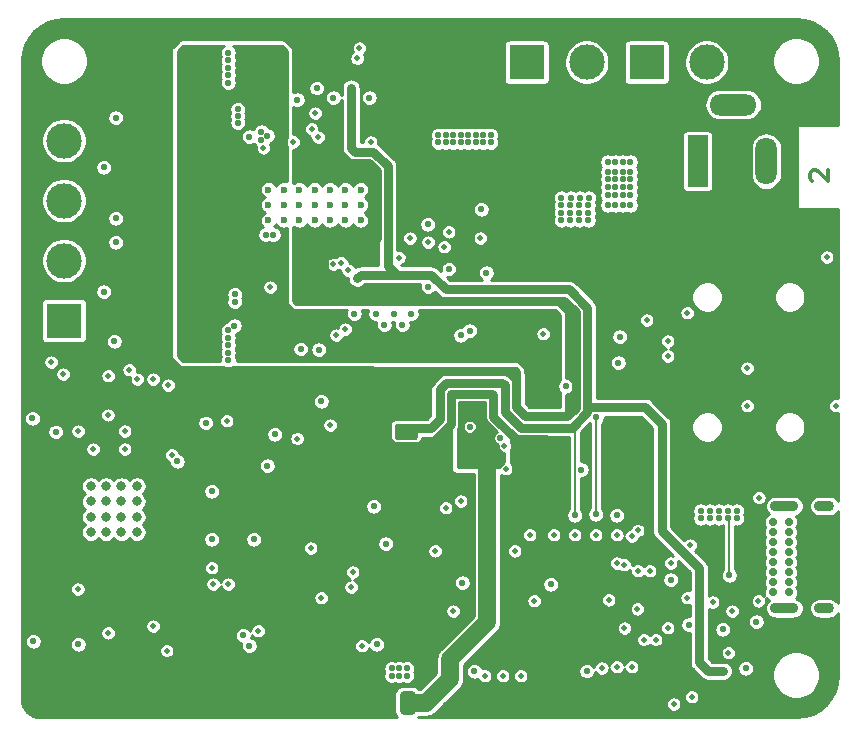
<source format=gbr>
G04 #@! TF.GenerationSoftware,KiCad,Pcbnew,(5.1.9)-1*
G04 #@! TF.CreationDate,2021-01-16T17:43:42+01:00*
G04 #@! TF.ProjectId,musical-box,6d757369-6361-46c2-9d62-6f782e6b6963,rev?*
G04 #@! TF.SameCoordinates,Original*
G04 #@! TF.FileFunction,Copper,L2,Inr*
G04 #@! TF.FilePolarity,Positive*
%FSLAX46Y46*%
G04 Gerber Fmt 4.6, Leading zero omitted, Abs format (unit mm)*
G04 Created by KiCad (PCBNEW (5.1.9)-1) date 2021-01-16 17:43:42*
%MOMM*%
%LPD*%
G01*
G04 APERTURE LIST*
G04 #@! TA.AperFunction,NonConductor*
%ADD10C,0.304800*%
G04 #@! TD*
G04 #@! TA.AperFunction,ComponentPad*
%ADD11C,0.600000*%
G04 #@! TD*
G04 #@! TA.AperFunction,ComponentPad*
%ADD12C,0.800000*%
G04 #@! TD*
G04 #@! TA.AperFunction,ComponentPad*
%ADD13C,3.000000*%
G04 #@! TD*
G04 #@! TA.AperFunction,ComponentPad*
%ADD14R,3.000000X3.000000*%
G04 #@! TD*
G04 #@! TA.AperFunction,ComponentPad*
%ADD15O,1.700000X0.900000*%
G04 #@! TD*
G04 #@! TA.AperFunction,ComponentPad*
%ADD16O,2.400000X0.900000*%
G04 #@! TD*
G04 #@! TA.AperFunction,ComponentPad*
%ADD17C,0.700000*%
G04 #@! TD*
G04 #@! TA.AperFunction,ComponentPad*
%ADD18R,1.800000X4.400000*%
G04 #@! TD*
G04 #@! TA.AperFunction,ComponentPad*
%ADD19O,1.800000X4.000000*%
G04 #@! TD*
G04 #@! TA.AperFunction,ComponentPad*
%ADD20O,4.000000X1.800000*%
G04 #@! TD*
G04 #@! TA.AperFunction,ViaPad*
%ADD21C,0.560000*%
G04 #@! TD*
G04 #@! TA.AperFunction,ViaPad*
%ADD22C,0.460000*%
G04 #@! TD*
G04 #@! TA.AperFunction,Conductor*
%ADD23C,0.762000*%
G04 #@! TD*
G04 #@! TA.AperFunction,Conductor*
%ADD24C,1.500000*%
G04 #@! TD*
G04 #@! TA.AperFunction,Conductor*
%ADD25C,0.150000*%
G04 #@! TD*
G04 #@! TA.AperFunction,Conductor*
%ADD26C,0.200000*%
G04 #@! TD*
G04 #@! TA.AperFunction,Conductor*
%ADD27C,0.254000*%
G04 #@! TD*
G04 #@! TA.AperFunction,Conductor*
%ADD28C,0.100000*%
G04 #@! TD*
G04 APERTURE END LIST*
D10*
X417310571Y-139135428D02*
X417238000Y-139062857D01*
X417165428Y-138917714D01*
X417165428Y-138554857D01*
X417238000Y-138409714D01*
X417310571Y-138337142D01*
X417455714Y-138264571D01*
X417600857Y-138264571D01*
X417818571Y-138337142D01*
X418689428Y-139208000D01*
X418689428Y-138264571D01*
D11*
X379115800Y-141196500D03*
X379115800Y-142496500D03*
X379115800Y-139896500D03*
X377815800Y-141196500D03*
X377815800Y-142496500D03*
X377815800Y-139896500D03*
X376515800Y-141196500D03*
X376515800Y-142496500D03*
X376515800Y-139896500D03*
X375215800Y-141196500D03*
X375215800Y-142496500D03*
X375215800Y-139896500D03*
X373915800Y-141196500D03*
X373915800Y-142496500D03*
X373915800Y-139896500D03*
X372615800Y-141196500D03*
X372615800Y-142496500D03*
X372615800Y-139896500D03*
X371315800Y-142496500D03*
X371315800Y-141196500D03*
X371315800Y-139896500D03*
D12*
X357567000Y-166304000D03*
X360167000Y-166304000D03*
X358867000Y-166304000D03*
X356267000Y-166304000D03*
X358867000Y-165004000D03*
X357567000Y-165004000D03*
X360167000Y-165004000D03*
X356267000Y-165004000D03*
X357567000Y-167604000D03*
X360167000Y-167604000D03*
X358867000Y-167604000D03*
X356267000Y-167604000D03*
X360167000Y-168904000D03*
X358867000Y-168904000D03*
X357567000Y-168904000D03*
X356267000Y-168904000D03*
D13*
X398260000Y-129120000D03*
D14*
X393180000Y-129120000D03*
D15*
X418380000Y-166700000D03*
X418380000Y-175350000D03*
D16*
X415000000Y-166700000D03*
X415000000Y-175350000D03*
D17*
X415370000Y-170600000D03*
X415370000Y-168050000D03*
X415370000Y-168900000D03*
X415370000Y-169750000D03*
X415370000Y-174000000D03*
X415370000Y-172300000D03*
X415370000Y-171450000D03*
X415370000Y-173150000D03*
X414020000Y-168050000D03*
X414020000Y-168900000D03*
X414020000Y-169750000D03*
X414020000Y-170600000D03*
X414020000Y-171450000D03*
X414020000Y-172300000D03*
X414020000Y-173150000D03*
X414020000Y-174000000D03*
D13*
X354000000Y-135760000D03*
D14*
X354000000Y-151000000D03*
D13*
X354000000Y-140840000D03*
X354000000Y-145920000D03*
D18*
X407658000Y-137502000D03*
D19*
X413458000Y-137502000D03*
D20*
X410658000Y-132702000D03*
D13*
X408420000Y-129120000D03*
D14*
X403340000Y-129120000D03*
D21*
X375781000Y-157822000D03*
X382639000Y-151345000D03*
X381115000Y-151345000D03*
X406896000Y-176745000D03*
X405372000Y-172935000D03*
X353302000Y-160425500D03*
X378594000Y-150404000D03*
X376816000Y-132116000D03*
X379864000Y-132116000D03*
X367926000Y-154341000D03*
X367926000Y-153706000D03*
X367926000Y-153071000D03*
X367926000Y-151801000D03*
X368434000Y-151420000D03*
X367926000Y-152436000D03*
X367926000Y-130846000D03*
X367926000Y-130211000D03*
X367926000Y-129576000D03*
X367926000Y-128941000D03*
X367926000Y-128306000D03*
X389763000Y-146939000D03*
X386588000Y-146627001D03*
X351336000Y-159265000D03*
X374034000Y-153400800D03*
X375558000Y-153451600D03*
X384829000Y-148143000D03*
X369690600Y-135417600D03*
D22*
X389255000Y-144018000D03*
D21*
X375388000Y-131303500D03*
X357366000Y-148551000D03*
X358255000Y-152742000D03*
X357366000Y-138010000D03*
X358382000Y-142328000D03*
X358382000Y-144360000D03*
X358382000Y-133819000D03*
X351397000Y-178142000D03*
X371209000Y-163283000D03*
X388735000Y-180682000D03*
X380480000Y-178396000D03*
X369685000Y-178523000D03*
X355207000Y-178396000D03*
X412611000Y-176491000D03*
X411722000Y-180428000D03*
X387719000Y-173189000D03*
X395212000Y-173316000D03*
D22*
X402552500Y-175395000D03*
D21*
X369177000Y-177634000D03*
X398259285Y-180669980D03*
X370066000Y-169506000D03*
X366510000Y-169506000D03*
X366510000Y-165442000D03*
X371844000Y-160616000D03*
X366002000Y-159663500D03*
X380226000Y-166712000D03*
X381242000Y-169887000D03*
X389343867Y-141563688D03*
X387592000Y-152234000D03*
X401054000Y-152361000D03*
X400927000Y-154558050D03*
X373749000Y-132295000D03*
X388354000Y-159981000D03*
X390957712Y-160935324D03*
X363603979Y-162921924D03*
X383020000Y-181077000D03*
X381750000Y-180442000D03*
X383020000Y-180442000D03*
X382385000Y-180442000D03*
X381750000Y-181077000D03*
X382385000Y-181077000D03*
X383415000Y-182714000D03*
X382780000Y-183984000D03*
X382780000Y-182714000D03*
X382780000Y-183349000D03*
X383415000Y-183984000D03*
X383415000Y-183349000D03*
X396482000Y-156552000D03*
X399026380Y-167390000D03*
X399084847Y-159191000D03*
X387592000Y-162140000D03*
X388227000Y-162140000D03*
X388862000Y-162140000D03*
X389497000Y-162140000D03*
X390132000Y-162140000D03*
X390767000Y-162140000D03*
X378956000Y-163664000D03*
X379591000Y-163664000D03*
X379876000Y-133792000D03*
X398895000Y-173189000D03*
X399784000Y-175348000D03*
X391148000Y-183984000D03*
X401054000Y-183984000D03*
X371209000Y-166458000D03*
X360160000Y-160362000D03*
X352667000Y-178142000D03*
X364097000Y-180936000D03*
X373495000Y-180936000D03*
X373749000Y-128993000D03*
X382258000Y-157060000D03*
X382893000Y-157060000D03*
X383528000Y-157060000D03*
X383528000Y-156425000D03*
X382893000Y-156425000D03*
X382258000Y-156425000D03*
X414135000Y-155155000D03*
X414135000Y-144233000D03*
X393434000Y-167474000D03*
X395466000Y-167474000D03*
X378321000Y-163664000D03*
X376757663Y-167513337D03*
X403340000Y-168998000D03*
X376923999Y-170090960D03*
X378309000Y-131303500D03*
X409817000Y-180682000D03*
X378829000Y-147408000D03*
X397244000Y-167474000D03*
X382893000Y-160108000D03*
X382258000Y-160108000D03*
X382258000Y-160743000D03*
X382893000Y-160743000D03*
X383528000Y-160743000D03*
X383528000Y-160108000D03*
D22*
X393815000Y-174713000D03*
X392164000Y-170490970D03*
X367780000Y-159473000D03*
D21*
X383420000Y-150417000D03*
D22*
X361557000Y-176869960D03*
X357747000Y-177434002D03*
D21*
X381908000Y-150429000D03*
D22*
X373749000Y-160978990D03*
X376543000Y-159854000D03*
X356477000Y-161886000D03*
X355207000Y-160362000D03*
X370447000Y-177253000D03*
X379210000Y-178523000D03*
X401458379Y-177038277D03*
X363120093Y-162366924D03*
X353937000Y-155536000D03*
X360214000Y-155971000D03*
X379972000Y-135881390D03*
X357721600Y-158990400D03*
X357747000Y-155663000D03*
X376813702Y-146240869D03*
X361547500Y-155951011D03*
X378321000Y-173570000D03*
X401435000Y-171665000D03*
D21*
X388354000Y-151853000D03*
X409761998Y-177142108D03*
D22*
X405118000Y-176999000D03*
D21*
X401943000Y-137541000D03*
X400038000Y-137541000D03*
X400673000Y-137541000D03*
X401308000Y-137541000D03*
X401943000Y-141224000D03*
X400038000Y-141224000D03*
X400673000Y-141224000D03*
X401308000Y-141224000D03*
X401943000Y-140335000D03*
X401943000Y-138391000D03*
X401943000Y-139700000D03*
X401943000Y-139026000D03*
X401308000Y-140335000D03*
X401308000Y-138391000D03*
X401308000Y-139700000D03*
X401308000Y-139026000D03*
X400673000Y-140335000D03*
X400673000Y-138391000D03*
X400673000Y-139700000D03*
X400673000Y-139026000D03*
X400038000Y-140335000D03*
X400038000Y-138391000D03*
X400038000Y-139700000D03*
X400038000Y-139026000D03*
X410960000Y-167727000D03*
X407912000Y-167727000D03*
X410960000Y-167092000D03*
X410198000Y-167727000D03*
X396113000Y-140589000D03*
X396900000Y-140577000D03*
X397662000Y-140577000D03*
X398424000Y-140577000D03*
X407912000Y-167092000D03*
X408674000Y-167092000D03*
X409436000Y-167092000D03*
X410198000Y-167092000D03*
X409436000Y-167727000D03*
X408674000Y-167727000D03*
X396113000Y-141224000D03*
X396875000Y-141224000D03*
X397637000Y-141224000D03*
X398399000Y-141224000D03*
X396113000Y-141859000D03*
X396875000Y-141859000D03*
X397637000Y-141859000D03*
X398399000Y-141859000D03*
X396875000Y-142494000D03*
X397637000Y-142494000D03*
X398399000Y-142494000D03*
X396113000Y-142494000D03*
D22*
X407023000Y-170014000D03*
D21*
X410325000Y-172554000D03*
X384798000Y-142836000D03*
D22*
X403086000Y-177998500D03*
X404102000Y-177998500D03*
X410261500Y-179110000D03*
D21*
X385687000Y-135914500D03*
X387592000Y-135914500D03*
X386957000Y-135914500D03*
X385687000Y-135279500D03*
X386957000Y-135279500D03*
X387592000Y-135279500D03*
X386322000Y-135914500D03*
X386322000Y-135279500D03*
X389497000Y-135914500D03*
X388862000Y-135279500D03*
X388227000Y-135279500D03*
X388862000Y-135914500D03*
X388227000Y-135914500D03*
X389497000Y-135279500D03*
X390132000Y-135914500D03*
X390132000Y-135279500D03*
X397799000Y-163610000D03*
X393942000Y-156552000D03*
X395339000Y-156552000D03*
X393307000Y-156552000D03*
X394704000Y-156552000D03*
X370847000Y-130084000D03*
X370847000Y-128814000D03*
X370847000Y-129449000D03*
X370847000Y-128179000D03*
X370847000Y-130719000D03*
X370847000Y-131354000D03*
X370847000Y-131989000D03*
X370720000Y-150785000D03*
X370720000Y-151420000D03*
X370720000Y-152055000D03*
X370720000Y-152690000D03*
X370720000Y-153325000D03*
X370720000Y-153960000D03*
X370720000Y-150150000D03*
X395339000Y-155282000D03*
X395339000Y-155917000D03*
X394704000Y-155917000D03*
X394704000Y-155282000D03*
X393307000Y-155282000D03*
X393307000Y-155917000D03*
X393307000Y-157187000D03*
X393307000Y-157822000D03*
X394704000Y-157822000D03*
X394704000Y-157187000D03*
X400800000Y-167474000D03*
X393942000Y-157187000D03*
X393942000Y-155282000D03*
D22*
X391275000Y-161632000D03*
X371463000Y-148170000D03*
X377813000Y-151726000D03*
X403340000Y-150964000D03*
X370889689Y-136372395D03*
X405118000Y-154012000D03*
X375527000Y-135470000D03*
X393434000Y-169125000D03*
X400800000Y-169125000D03*
X383286000Y-144018000D03*
X386195000Y-144741000D03*
X395466000Y-169125000D03*
X399022000Y-169125000D03*
X397244000Y-169125000D03*
X362700000Y-178929990D03*
X386957000Y-175602000D03*
X374892000Y-170268000D03*
X385433000Y-170490970D03*
X389624000Y-181063000D03*
X391148000Y-181063000D03*
X392672000Y-181063000D03*
X399530000Y-180428000D03*
X400800000Y-180301000D03*
X402070000Y-180301000D03*
X412840010Y-165974990D03*
X387592000Y-166280000D03*
X386322000Y-166839000D03*
X406769000Y-174459000D03*
X400124330Y-174638662D03*
X405372000Y-171538000D03*
X403594000Y-172173000D03*
X386573152Y-143482411D03*
X384834989Y-144360000D03*
X359144000Y-161886000D03*
X359144000Y-160362000D03*
X407150000Y-182841000D03*
X378829000Y-128802500D03*
X379019500Y-127913500D03*
X378049000Y-146724000D03*
X366636273Y-173313010D03*
X373423354Y-135870301D03*
X359525000Y-155155000D03*
X352921000Y-154520000D03*
X355167000Y-173737000D03*
X402578000Y-172173000D03*
X375781000Y-174459000D03*
D21*
X371717000Y-143725000D03*
X371082000Y-143725000D03*
X368446000Y-149413000D03*
X368446000Y-148778000D03*
X368700000Y-133093500D03*
X368700000Y-133665000D03*
X370701000Y-135012800D03*
X368700000Y-134236500D03*
X370701000Y-135673200D03*
X371209000Y-135343000D03*
D22*
X377460800Y-146111000D03*
X362817500Y-156456011D03*
X378448000Y-172300000D03*
X400787815Y-171535563D03*
D21*
X380384000Y-150429000D03*
D22*
X405626000Y-183476000D03*
X408928000Y-174840000D03*
X412798268Y-174723591D03*
X410579000Y-175602000D03*
X377051000Y-152234000D03*
X406769000Y-150329000D03*
X366510000Y-171919000D03*
X402070000Y-169252000D03*
X411849000Y-155028000D03*
X418580000Y-145630000D03*
X382353174Y-145657472D03*
X367907000Y-173316001D03*
X402578000Y-168766000D03*
X419342000Y-158203000D03*
X411849000Y-158203000D03*
X391402000Y-163537000D03*
X394577000Y-152098010D03*
X405118000Y-152742000D03*
X375273000Y-133438000D03*
X374965800Y-134761300D03*
D23*
X383415000Y-182714000D02*
X382780000Y-182714000D01*
X382780000Y-182714000D02*
X382780000Y-183349000D01*
X382780000Y-183349000D02*
X383415000Y-183349000D01*
X382780000Y-182714000D02*
X382780000Y-183984000D01*
X382780000Y-183984000D02*
X383415000Y-183984000D01*
X383415000Y-183984000D02*
X383415000Y-182714000D01*
D24*
X383415000Y-183349000D02*
X384671000Y-183349000D01*
X384671000Y-183349000D02*
X386703000Y-181317000D01*
X386703000Y-181317000D02*
X386703000Y-179666000D01*
X389852001Y-176516999D02*
X386703000Y-179666000D01*
D25*
X399026380Y-159249467D02*
X399084847Y-159191000D01*
X399026380Y-167390000D02*
X399026380Y-159249467D01*
D24*
X389852001Y-162495001D02*
X389497000Y-162140000D01*
X389852001Y-176516999D02*
X389852001Y-162495001D01*
D23*
X383528000Y-156425000D02*
X384798000Y-156425000D01*
X384798000Y-156425000D02*
X385941000Y-155282000D01*
X385941000Y-155282000D02*
X391910000Y-155282000D01*
X391910000Y-155282000D02*
X392291000Y-155663000D01*
X392291000Y-155663000D02*
X392291000Y-158330000D01*
X392291000Y-158330000D02*
X393053000Y-159092000D01*
X393053000Y-159092000D02*
X395900992Y-159092000D01*
X395900992Y-159092000D02*
X396609000Y-159092000D01*
X397343001Y-158357999D02*
X397343001Y-150301001D01*
X396609000Y-159092000D02*
X397343001Y-158357999D01*
X397343001Y-150301001D02*
X396355000Y-149313000D01*
X396355000Y-149313000D02*
X376670000Y-149313000D01*
X376670000Y-149313000D02*
X376002701Y-148645701D01*
X390366980Y-157294980D02*
X390366980Y-159126954D01*
X390278020Y-157206020D02*
X390366980Y-157294980D01*
X386810980Y-157206020D02*
X390278020Y-157206020D01*
X386776010Y-159744477D02*
X386776010Y-157240990D01*
X390366980Y-159126954D02*
X392256046Y-161016020D01*
X381844719Y-161604001D02*
X384916485Y-161604001D01*
X392256046Y-161016020D02*
X394831000Y-161016020D01*
X386776010Y-157240990D02*
X386810980Y-157206020D01*
X381369000Y-161128282D02*
X381844719Y-161604001D01*
X384916485Y-161604001D02*
X386776010Y-159744477D01*
X381369000Y-156425000D02*
X381369000Y-161128282D01*
X383528000Y-156425000D02*
X381369000Y-156425000D01*
D26*
X360160000Y-160362000D02*
X360160000Y-162394000D01*
X364224000Y-166458000D02*
X371209000Y-166458000D01*
X360160000Y-162394000D02*
X364224000Y-166458000D01*
X373291039Y-166458000D02*
X376923999Y-170090960D01*
X371209000Y-166458000D02*
X373291039Y-166458000D01*
X376923999Y-167679673D02*
X376757663Y-167513337D01*
X376923999Y-170090960D02*
X376923999Y-167679673D01*
D23*
X381844719Y-161604001D02*
X381844719Y-161664281D01*
X381844719Y-161664281D02*
X379845000Y-163664000D01*
X379845000Y-163664000D02*
X378321000Y-163664000D01*
X376002701Y-148645701D02*
X376002701Y-145382899D01*
X376002701Y-145382899D02*
X376822400Y-144563200D01*
X379870400Y-144563200D02*
X380409991Y-144023609D01*
X376822400Y-144563200D02*
X379870400Y-144563200D01*
X380462614Y-138322106D02*
X379794908Y-137654400D01*
X380462614Y-143970986D02*
X380462614Y-138322106D01*
X380409991Y-144023609D02*
X380462614Y-143970986D01*
X379794908Y-137654400D02*
X376568400Y-137654400D01*
X376568400Y-137654400D02*
X375603200Y-136689200D01*
X409817000Y-180682000D02*
X408547000Y-180682000D01*
X408547000Y-180682000D02*
X407785000Y-179920000D01*
X407785000Y-171976282D02*
X404610000Y-168801282D01*
X407785000Y-179920000D02*
X407785000Y-171976282D01*
X404610000Y-168801282D02*
X404610000Y-159727000D01*
X404610000Y-159727000D02*
X403213000Y-158330000D01*
X379108999Y-147128001D02*
X378829000Y-147408000D01*
X386311272Y-148350990D02*
X385088283Y-147128001D01*
X397007477Y-160054010D02*
X398305011Y-158756476D01*
X398305011Y-149902524D02*
X396753477Y-148350990D01*
X396753477Y-148350990D02*
X386311272Y-148350990D01*
X381267999Y-147128001D02*
X379108999Y-147128001D01*
X398477022Y-158330000D02*
X398305011Y-158157989D01*
X403213000Y-158330000D02*
X398477022Y-158330000D01*
X398305011Y-158157989D02*
X398305011Y-149902524D01*
X398305011Y-158756476D02*
X398305011Y-158157989D01*
D25*
X397244000Y-160290533D02*
X397007477Y-160054010D01*
X397244000Y-167474000D02*
X397244000Y-160290533D01*
D23*
X392654523Y-160054010D02*
X397007477Y-160054010D01*
X391328990Y-156478990D02*
X391328990Y-158728477D01*
X391328990Y-158728477D02*
X392654523Y-160054010D01*
X391094010Y-156244010D02*
X391328990Y-156478990D01*
X385814000Y-156806000D02*
X386375990Y-156244010D01*
X386375990Y-156244010D02*
X391094010Y-156244010D01*
X385814000Y-159346000D02*
X385814000Y-156806000D01*
X385052000Y-160108000D02*
X385814000Y-159346000D01*
X382893000Y-160108000D02*
X385052000Y-160108000D01*
X385088283Y-147128001D02*
X382182399Y-147128001D01*
X382182399Y-147128001D02*
X381267999Y-147128001D01*
X378309000Y-135659800D02*
X378309000Y-131303500D01*
X378309000Y-136347000D02*
X378309000Y-135659800D01*
X378654390Y-136692390D02*
X378309000Y-136347000D01*
X380193385Y-136692390D02*
X378654390Y-136692390D01*
X381424624Y-137923629D02*
X380193385Y-136692390D01*
X381424624Y-146370226D02*
X381424624Y-137923629D01*
X382182399Y-147128001D02*
X381424624Y-146370226D01*
D25*
X410325000Y-167854000D02*
X410198000Y-167727000D01*
X410325000Y-172554000D02*
X410325000Y-167854000D01*
D27*
X367475314Y-127756837D02*
X367376837Y-127855314D01*
X367299465Y-127971110D01*
X367246169Y-128099776D01*
X367219000Y-128236367D01*
X367219000Y-128375633D01*
X367246169Y-128512224D01*
X367292262Y-128623500D01*
X367246169Y-128734776D01*
X367219000Y-128871367D01*
X367219000Y-129010633D01*
X367246169Y-129147224D01*
X367292262Y-129258500D01*
X367246169Y-129369776D01*
X367219000Y-129506367D01*
X367219000Y-129645633D01*
X367246169Y-129782224D01*
X367292262Y-129893500D01*
X367246169Y-130004776D01*
X367219000Y-130141367D01*
X367219000Y-130280633D01*
X367246169Y-130417224D01*
X367292262Y-130528500D01*
X367246169Y-130639776D01*
X367219000Y-130776367D01*
X367219000Y-130915633D01*
X367246169Y-131052224D01*
X367299465Y-131180890D01*
X367376837Y-131296686D01*
X367475314Y-131395163D01*
X367591110Y-131472535D01*
X367719776Y-131525831D01*
X367856367Y-131553000D01*
X367995633Y-131553000D01*
X368132224Y-131525831D01*
X368260890Y-131472535D01*
X368376686Y-131395163D01*
X368475163Y-131296686D01*
X368552535Y-131180890D01*
X368605831Y-131052224D01*
X368633000Y-130915633D01*
X368633000Y-130776367D01*
X368605831Y-130639776D01*
X368559738Y-130528500D01*
X368605831Y-130417224D01*
X368633000Y-130280633D01*
X368633000Y-130141367D01*
X368605831Y-130004776D01*
X368559738Y-129893500D01*
X368605831Y-129782224D01*
X368633000Y-129645633D01*
X368633000Y-129506367D01*
X368605831Y-129369776D01*
X368559738Y-129258500D01*
X368605831Y-129147224D01*
X368633000Y-129010633D01*
X368633000Y-128871367D01*
X368605831Y-128734776D01*
X368559738Y-128623500D01*
X368605831Y-128512224D01*
X368633000Y-128375633D01*
X368633000Y-128236367D01*
X368605831Y-128099776D01*
X368552535Y-127971110D01*
X368475163Y-127855314D01*
X368376686Y-127756837D01*
X368326045Y-127723000D01*
X372447394Y-127723000D01*
X372873000Y-128148606D01*
X372873000Y-135511395D01*
X372841128Y-135559095D01*
X372791602Y-135678661D01*
X372766354Y-135805592D01*
X372766354Y-135935010D01*
X372791602Y-136061941D01*
X372841128Y-136181507D01*
X372873000Y-136229207D01*
X372873000Y-139216136D01*
X372827858Y-139197438D01*
X372687403Y-139169500D01*
X372544197Y-139169500D01*
X372403742Y-139197438D01*
X372271436Y-139252241D01*
X372152364Y-139331802D01*
X372051102Y-139433064D01*
X371971541Y-139552136D01*
X371965800Y-139565996D01*
X371960059Y-139552136D01*
X371880498Y-139433064D01*
X371779236Y-139331802D01*
X371660164Y-139252241D01*
X371527858Y-139197438D01*
X371387403Y-139169500D01*
X371244197Y-139169500D01*
X371103742Y-139197438D01*
X370971436Y-139252241D01*
X370852364Y-139331802D01*
X370751102Y-139433064D01*
X370671541Y-139552136D01*
X370616738Y-139684442D01*
X370588800Y-139824897D01*
X370588800Y-139968103D01*
X370616738Y-140108558D01*
X370671541Y-140240864D01*
X370751102Y-140359936D01*
X370852364Y-140461198D01*
X370971436Y-140540759D01*
X370985296Y-140546500D01*
X370971436Y-140552241D01*
X370852364Y-140631802D01*
X370751102Y-140733064D01*
X370671541Y-140852136D01*
X370616738Y-140984442D01*
X370588800Y-141124897D01*
X370588800Y-141268103D01*
X370616738Y-141408558D01*
X370671541Y-141540864D01*
X370751102Y-141659936D01*
X370852364Y-141761198D01*
X370971436Y-141840759D01*
X370985296Y-141846500D01*
X370971436Y-141852241D01*
X370852364Y-141931802D01*
X370751102Y-142033064D01*
X370671541Y-142152136D01*
X370616738Y-142284442D01*
X370588800Y-142424897D01*
X370588800Y-142568103D01*
X370616738Y-142708558D01*
X370671541Y-142840864D01*
X370751102Y-142959936D01*
X370847887Y-143056721D01*
X370747110Y-143098465D01*
X370631314Y-143175837D01*
X370532837Y-143274314D01*
X370455465Y-143390110D01*
X370402169Y-143518776D01*
X370375000Y-143655367D01*
X370375000Y-143794633D01*
X370402169Y-143931224D01*
X370455465Y-144059890D01*
X370532837Y-144175686D01*
X370631314Y-144274163D01*
X370747110Y-144351535D01*
X370875776Y-144404831D01*
X371012367Y-144432000D01*
X371151633Y-144432000D01*
X371288224Y-144404831D01*
X371399500Y-144358738D01*
X371510776Y-144404831D01*
X371647367Y-144432000D01*
X371786633Y-144432000D01*
X371923224Y-144404831D01*
X372051890Y-144351535D01*
X372167686Y-144274163D01*
X372266163Y-144175686D01*
X372343535Y-144059890D01*
X372396831Y-143931224D01*
X372424000Y-143794633D01*
X372424000Y-143655367D01*
X372396831Y-143518776D01*
X372343535Y-143390110D01*
X372266163Y-143274314D01*
X372167686Y-143175837D01*
X372051890Y-143098465D01*
X371923224Y-143045169D01*
X371816494Y-143023940D01*
X371880498Y-142959936D01*
X371960059Y-142840864D01*
X371965800Y-142827004D01*
X371971541Y-142840864D01*
X372051102Y-142959936D01*
X372152364Y-143061198D01*
X372271436Y-143140759D01*
X372403742Y-143195562D01*
X372544197Y-143223500D01*
X372687403Y-143223500D01*
X372827858Y-143195562D01*
X372873000Y-143176864D01*
X372873000Y-149500000D01*
X372875440Y-149524776D01*
X372882667Y-149548601D01*
X372894403Y-149570557D01*
X372910299Y-149589904D01*
X373410298Y-150088779D01*
X373429560Y-150104551D01*
X373451530Y-150116262D01*
X373475363Y-150123463D01*
X373500285Y-150125875D01*
X376608764Y-150118878D01*
X376630312Y-150121000D01*
X376630319Y-150121000D01*
X376669999Y-150124908D01*
X376709679Y-150121000D01*
X377945971Y-150121000D01*
X377914169Y-150197776D01*
X377887000Y-150334367D01*
X377887000Y-150473633D01*
X377914169Y-150610224D01*
X377967465Y-150738890D01*
X378044837Y-150854686D01*
X378143314Y-150953163D01*
X378259110Y-151030535D01*
X378387776Y-151083831D01*
X378524367Y-151111000D01*
X378663633Y-151111000D01*
X378800224Y-151083831D01*
X378928890Y-151030535D01*
X379044686Y-150953163D01*
X379143163Y-150854686D01*
X379220535Y-150738890D01*
X379273831Y-150610224D01*
X379301000Y-150473633D01*
X379301000Y-150334367D01*
X379273831Y-150197776D01*
X379242029Y-150121000D01*
X379746327Y-150121000D01*
X379704169Y-150222776D01*
X379677000Y-150359367D01*
X379677000Y-150498633D01*
X379704169Y-150635224D01*
X379757465Y-150763890D01*
X379834837Y-150879686D01*
X379933314Y-150978163D01*
X380049110Y-151055535D01*
X380177776Y-151108831D01*
X380314367Y-151136000D01*
X380436319Y-151136000D01*
X380435169Y-151138776D01*
X380408000Y-151275367D01*
X380408000Y-151414633D01*
X380435169Y-151551224D01*
X380488465Y-151679890D01*
X380565837Y-151795686D01*
X380664314Y-151894163D01*
X380780110Y-151971535D01*
X380908776Y-152024831D01*
X381045367Y-152052000D01*
X381184633Y-152052000D01*
X381321224Y-152024831D01*
X381449890Y-151971535D01*
X381565686Y-151894163D01*
X381664163Y-151795686D01*
X381741535Y-151679890D01*
X381794831Y-151551224D01*
X381822000Y-151414633D01*
X381822000Y-151275367D01*
X381794831Y-151138776D01*
X381789669Y-151126314D01*
X381838367Y-151136000D01*
X381960319Y-151136000D01*
X381959169Y-151138776D01*
X381932000Y-151275367D01*
X381932000Y-151414633D01*
X381959169Y-151551224D01*
X382012465Y-151679890D01*
X382089837Y-151795686D01*
X382188314Y-151894163D01*
X382304110Y-151971535D01*
X382432776Y-152024831D01*
X382569367Y-152052000D01*
X382708633Y-152052000D01*
X382845224Y-152024831D01*
X382973890Y-151971535D01*
X383089686Y-151894163D01*
X383188163Y-151795686D01*
X383265535Y-151679890D01*
X383318831Y-151551224D01*
X383346000Y-151414633D01*
X383346000Y-151275367D01*
X383318831Y-151138776D01*
X383309329Y-151115837D01*
X383350367Y-151124000D01*
X383489633Y-151124000D01*
X383626224Y-151096831D01*
X383754890Y-151043535D01*
X383870686Y-150966163D01*
X383969163Y-150867686D01*
X384046535Y-150751890D01*
X384099831Y-150623224D01*
X384127000Y-150486633D01*
X384127000Y-150347367D01*
X384099831Y-150210776D01*
X384062644Y-150121000D01*
X395593455Y-150121000D01*
X395974000Y-150500689D01*
X395974000Y-156060151D01*
X395932837Y-156101314D01*
X395855465Y-156217110D01*
X395802169Y-156345776D01*
X395775000Y-156482367D01*
X395775000Y-156621633D01*
X395802169Y-156758224D01*
X395855465Y-156886890D01*
X395932837Y-157002686D01*
X395974000Y-157043849D01*
X395974000Y-158284000D01*
X393387684Y-158284000D01*
X393099000Y-157995316D01*
X393099000Y-155702679D01*
X393102908Y-155662999D01*
X393099000Y-155623319D01*
X393099000Y-155623312D01*
X393087308Y-155504604D01*
X393053000Y-155391505D01*
X393053000Y-155074000D01*
X393050560Y-155049224D01*
X393043333Y-155025399D01*
X393031597Y-155003443D01*
X393015885Y-154984280D01*
X392515886Y-154483362D01*
X392496655Y-154467550D01*
X392474710Y-154455794D01*
X392450892Y-154448545D01*
X392426234Y-154446082D01*
X368633000Y-154402407D01*
X368633000Y-154271367D01*
X368605831Y-154134776D01*
X368559738Y-154023500D01*
X368605831Y-153912224D01*
X368633000Y-153775633D01*
X368633000Y-153636367D01*
X368605831Y-153499776D01*
X368559738Y-153388500D01*
X368583486Y-153331167D01*
X373327000Y-153331167D01*
X373327000Y-153470433D01*
X373354169Y-153607024D01*
X373407465Y-153735690D01*
X373484837Y-153851486D01*
X373583314Y-153949963D01*
X373699110Y-154027335D01*
X373827776Y-154080631D01*
X373964367Y-154107800D01*
X374103633Y-154107800D01*
X374240224Y-154080631D01*
X374368890Y-154027335D01*
X374484686Y-153949963D01*
X374583163Y-153851486D01*
X374660535Y-153735690D01*
X374713831Y-153607024D01*
X374741000Y-153470433D01*
X374741000Y-153381967D01*
X374851000Y-153381967D01*
X374851000Y-153521233D01*
X374878169Y-153657824D01*
X374931465Y-153786490D01*
X375008837Y-153902286D01*
X375107314Y-154000763D01*
X375223110Y-154078135D01*
X375351776Y-154131431D01*
X375488367Y-154158600D01*
X375627633Y-154158600D01*
X375764224Y-154131431D01*
X375892890Y-154078135D01*
X376008686Y-154000763D01*
X376107163Y-153902286D01*
X376184535Y-153786490D01*
X376237831Y-153657824D01*
X376265000Y-153521233D01*
X376265000Y-153381967D01*
X376237831Y-153245376D01*
X376184535Y-153116710D01*
X376107163Y-153000914D01*
X376008686Y-152902437D01*
X375892890Y-152825065D01*
X375764224Y-152771769D01*
X375627633Y-152744600D01*
X375488367Y-152744600D01*
X375351776Y-152771769D01*
X375223110Y-152825065D01*
X375107314Y-152902437D01*
X375008837Y-153000914D01*
X374931465Y-153116710D01*
X374878169Y-153245376D01*
X374851000Y-153381967D01*
X374741000Y-153381967D01*
X374741000Y-153331167D01*
X374713831Y-153194576D01*
X374660535Y-153065910D01*
X374583163Y-152950114D01*
X374484686Y-152851637D01*
X374368890Y-152774265D01*
X374240224Y-152720969D01*
X374103633Y-152693800D01*
X373964367Y-152693800D01*
X373827776Y-152720969D01*
X373699110Y-152774265D01*
X373583314Y-152851637D01*
X373484837Y-152950114D01*
X373407465Y-153065910D01*
X373354169Y-153194576D01*
X373327000Y-153331167D01*
X368583486Y-153331167D01*
X368605831Y-153277224D01*
X368633000Y-153140633D01*
X368633000Y-153001367D01*
X368605831Y-152864776D01*
X368559738Y-152753500D01*
X368605831Y-152642224D01*
X368633000Y-152505633D01*
X368633000Y-152366367D01*
X368605831Y-152229776D01*
X368580777Y-152169291D01*
X376394000Y-152169291D01*
X376394000Y-152298709D01*
X376419248Y-152425640D01*
X376468774Y-152545206D01*
X376540675Y-152652813D01*
X376632187Y-152744325D01*
X376739794Y-152816226D01*
X376859360Y-152865752D01*
X376986291Y-152891000D01*
X377115709Y-152891000D01*
X377242640Y-152865752D01*
X377362206Y-152816226D01*
X377469813Y-152744325D01*
X377561325Y-152652813D01*
X377633226Y-152545206D01*
X377682752Y-152425640D01*
X377693405Y-152372083D01*
X377748291Y-152383000D01*
X377877709Y-152383000D01*
X378004640Y-152357752D01*
X378124206Y-152308226D01*
X378231813Y-152236325D01*
X378303771Y-152164367D01*
X386885000Y-152164367D01*
X386885000Y-152303633D01*
X386912169Y-152440224D01*
X386965465Y-152568890D01*
X387042837Y-152684686D01*
X387141314Y-152783163D01*
X387257110Y-152860535D01*
X387385776Y-152913831D01*
X387522367Y-152941000D01*
X387661633Y-152941000D01*
X387798224Y-152913831D01*
X387926890Y-152860535D01*
X388042686Y-152783163D01*
X388141163Y-152684686D01*
X388218535Y-152568890D01*
X388226948Y-152548579D01*
X388284367Y-152560000D01*
X388423633Y-152560000D01*
X388560224Y-152532831D01*
X388688890Y-152479535D01*
X388804686Y-152402163D01*
X388903163Y-152303686D01*
X388980535Y-152187890D01*
X389033831Y-152059224D01*
X389038987Y-152033301D01*
X393920000Y-152033301D01*
X393920000Y-152162719D01*
X393945248Y-152289650D01*
X393994774Y-152409216D01*
X394066675Y-152516823D01*
X394158187Y-152608335D01*
X394265794Y-152680236D01*
X394385360Y-152729762D01*
X394512291Y-152755010D01*
X394641709Y-152755010D01*
X394768640Y-152729762D01*
X394888206Y-152680236D01*
X394995813Y-152608335D01*
X395087325Y-152516823D01*
X395159226Y-152409216D01*
X395208752Y-152289650D01*
X395234000Y-152162719D01*
X395234000Y-152033301D01*
X395208752Y-151906370D01*
X395159226Y-151786804D01*
X395087325Y-151679197D01*
X394995813Y-151587685D01*
X394888206Y-151515784D01*
X394768640Y-151466258D01*
X394641709Y-151441010D01*
X394512291Y-151441010D01*
X394385360Y-151466258D01*
X394265794Y-151515784D01*
X394158187Y-151587685D01*
X394066675Y-151679197D01*
X393994774Y-151786804D01*
X393945248Y-151906370D01*
X393920000Y-152033301D01*
X389038987Y-152033301D01*
X389061000Y-151922633D01*
X389061000Y-151783367D01*
X389033831Y-151646776D01*
X388980535Y-151518110D01*
X388903163Y-151402314D01*
X388804686Y-151303837D01*
X388688890Y-151226465D01*
X388560224Y-151173169D01*
X388423633Y-151146000D01*
X388284367Y-151146000D01*
X388147776Y-151173169D01*
X388019110Y-151226465D01*
X387903314Y-151303837D01*
X387804837Y-151402314D01*
X387727465Y-151518110D01*
X387719052Y-151538421D01*
X387661633Y-151527000D01*
X387522367Y-151527000D01*
X387385776Y-151554169D01*
X387257110Y-151607465D01*
X387141314Y-151684837D01*
X387042837Y-151783314D01*
X386965465Y-151899110D01*
X386912169Y-152027776D01*
X386885000Y-152164367D01*
X378303771Y-152164367D01*
X378323325Y-152144813D01*
X378395226Y-152037206D01*
X378444752Y-151917640D01*
X378470000Y-151790709D01*
X378470000Y-151661291D01*
X378444752Y-151534360D01*
X378395226Y-151414794D01*
X378323325Y-151307187D01*
X378231813Y-151215675D01*
X378124206Y-151143774D01*
X378004640Y-151094248D01*
X377877709Y-151069000D01*
X377748291Y-151069000D01*
X377621360Y-151094248D01*
X377501794Y-151143774D01*
X377394187Y-151215675D01*
X377302675Y-151307187D01*
X377230774Y-151414794D01*
X377181248Y-151534360D01*
X377170595Y-151587917D01*
X377115709Y-151577000D01*
X376986291Y-151577000D01*
X376859360Y-151602248D01*
X376739794Y-151651774D01*
X376632187Y-151723675D01*
X376540675Y-151815187D01*
X376468774Y-151922794D01*
X376419248Y-152042360D01*
X376394000Y-152169291D01*
X368580777Y-152169291D01*
X368559738Y-152118500D01*
X368560939Y-152115601D01*
X368640224Y-152099831D01*
X368768890Y-152046535D01*
X368884686Y-151969163D01*
X368983163Y-151870686D01*
X369060535Y-151754890D01*
X369113831Y-151626224D01*
X369141000Y-151489633D01*
X369141000Y-151350367D01*
X369113831Y-151213776D01*
X369060535Y-151085110D01*
X368983163Y-150969314D01*
X368884686Y-150870837D01*
X368768890Y-150793465D01*
X368640224Y-150740169D01*
X368503633Y-150713000D01*
X368364367Y-150713000D01*
X368227776Y-150740169D01*
X368099110Y-150793465D01*
X367983314Y-150870837D01*
X367884837Y-150969314D01*
X367807465Y-151085110D01*
X367799061Y-151105399D01*
X367719776Y-151121169D01*
X367591110Y-151174465D01*
X367475314Y-151251837D01*
X367376837Y-151350314D01*
X367299465Y-151466110D01*
X367246169Y-151594776D01*
X367219000Y-151731367D01*
X367219000Y-151870633D01*
X367246169Y-152007224D01*
X367292262Y-152118500D01*
X367246169Y-152229776D01*
X367219000Y-152366367D01*
X367219000Y-152505633D01*
X367246169Y-152642224D01*
X367292262Y-152753500D01*
X367246169Y-152864776D01*
X367219000Y-153001367D01*
X367219000Y-153140633D01*
X367246169Y-153277224D01*
X367292262Y-153388500D01*
X367246169Y-153499776D01*
X367219000Y-153636367D01*
X367219000Y-153775633D01*
X367246169Y-153912224D01*
X367292262Y-154023500D01*
X367246169Y-154134776D01*
X367219000Y-154271367D01*
X367219000Y-154399811D01*
X364060769Y-154394014D01*
X363635000Y-153967463D01*
X363635000Y-148708367D01*
X367739000Y-148708367D01*
X367739000Y-148847633D01*
X367766169Y-148984224D01*
X367812262Y-149095500D01*
X367766169Y-149206776D01*
X367739000Y-149343367D01*
X367739000Y-149482633D01*
X367766169Y-149619224D01*
X367819465Y-149747890D01*
X367896837Y-149863686D01*
X367995314Y-149962163D01*
X368111110Y-150039535D01*
X368239776Y-150092831D01*
X368376367Y-150120000D01*
X368515633Y-150120000D01*
X368652224Y-150092831D01*
X368780890Y-150039535D01*
X368896686Y-149962163D01*
X368995163Y-149863686D01*
X369072535Y-149747890D01*
X369125831Y-149619224D01*
X369153000Y-149482633D01*
X369153000Y-149343367D01*
X369125831Y-149206776D01*
X369079738Y-149095500D01*
X369125831Y-148984224D01*
X369153000Y-148847633D01*
X369153000Y-148708367D01*
X369125831Y-148571776D01*
X369072535Y-148443110D01*
X368995163Y-148327314D01*
X368896686Y-148228837D01*
X368780890Y-148151465D01*
X368669418Y-148105291D01*
X370806000Y-148105291D01*
X370806000Y-148234709D01*
X370831248Y-148361640D01*
X370880774Y-148481206D01*
X370952675Y-148588813D01*
X371044187Y-148680325D01*
X371151794Y-148752226D01*
X371271360Y-148801752D01*
X371398291Y-148827000D01*
X371527709Y-148827000D01*
X371654640Y-148801752D01*
X371774206Y-148752226D01*
X371881813Y-148680325D01*
X371973325Y-148588813D01*
X372045226Y-148481206D01*
X372094752Y-148361640D01*
X372120000Y-148234709D01*
X372120000Y-148105291D01*
X372094752Y-147978360D01*
X372045226Y-147858794D01*
X371973325Y-147751187D01*
X371881813Y-147659675D01*
X371774206Y-147587774D01*
X371654640Y-147538248D01*
X371527709Y-147513000D01*
X371398291Y-147513000D01*
X371271360Y-147538248D01*
X371151794Y-147587774D01*
X371044187Y-147659675D01*
X370952675Y-147751187D01*
X370880774Y-147858794D01*
X370831248Y-147978360D01*
X370806000Y-148105291D01*
X368669418Y-148105291D01*
X368652224Y-148098169D01*
X368515633Y-148071000D01*
X368376367Y-148071000D01*
X368239776Y-148098169D01*
X368111110Y-148151465D01*
X367995314Y-148228837D01*
X367896837Y-148327314D01*
X367819465Y-148443110D01*
X367766169Y-148571776D01*
X367739000Y-148708367D01*
X363635000Y-148708367D01*
X363635000Y-135347967D01*
X368983600Y-135347967D01*
X368983600Y-135487233D01*
X369010769Y-135623824D01*
X369064065Y-135752490D01*
X369141437Y-135868286D01*
X369239914Y-135966763D01*
X369355710Y-136044135D01*
X369484376Y-136097431D01*
X369620967Y-136124600D01*
X369760233Y-136124600D01*
X369896824Y-136097431D01*
X370025490Y-136044135D01*
X370075999Y-136010386D01*
X370151837Y-136123886D01*
X370249769Y-136221818D01*
X370232689Y-136307686D01*
X370232689Y-136437104D01*
X370257937Y-136564035D01*
X370307463Y-136683601D01*
X370379364Y-136791208D01*
X370470876Y-136882720D01*
X370578483Y-136954621D01*
X370698049Y-137004147D01*
X370824980Y-137029395D01*
X370954398Y-137029395D01*
X371081329Y-137004147D01*
X371200895Y-136954621D01*
X371308502Y-136882720D01*
X371400014Y-136791208D01*
X371471915Y-136683601D01*
X371521441Y-136564035D01*
X371546689Y-136437104D01*
X371546689Y-136307686D01*
X371521441Y-136180755D01*
X371471915Y-136061189D01*
X371439552Y-136012754D01*
X371543890Y-135969535D01*
X371659686Y-135892163D01*
X371758163Y-135793686D01*
X371835535Y-135677890D01*
X371888831Y-135549224D01*
X371916000Y-135412633D01*
X371916000Y-135273367D01*
X371888831Y-135136776D01*
X371835535Y-135008110D01*
X371758163Y-134892314D01*
X371659686Y-134793837D01*
X371543890Y-134716465D01*
X371415224Y-134663169D01*
X371302735Y-134640794D01*
X371250163Y-134562114D01*
X371151686Y-134463637D01*
X371035890Y-134386265D01*
X370907224Y-134332969D01*
X370770633Y-134305800D01*
X370631367Y-134305800D01*
X370494776Y-134332969D01*
X370366110Y-134386265D01*
X370250314Y-134463637D01*
X370151837Y-134562114D01*
X370074465Y-134677910D01*
X370027138Y-134792166D01*
X370025490Y-134791065D01*
X369896824Y-134737769D01*
X369760233Y-134710600D01*
X369620967Y-134710600D01*
X369484376Y-134737769D01*
X369355710Y-134791065D01*
X369239914Y-134868437D01*
X369141437Y-134966914D01*
X369064065Y-135082710D01*
X369010769Y-135211376D01*
X368983600Y-135347967D01*
X363635000Y-135347967D01*
X363635000Y-133023867D01*
X367993000Y-133023867D01*
X367993000Y-133163133D01*
X368020169Y-133299724D01*
X368053110Y-133379250D01*
X368020169Y-133458776D01*
X367993000Y-133595367D01*
X367993000Y-133734633D01*
X368020169Y-133871224D01*
X368053110Y-133950750D01*
X368020169Y-134030276D01*
X367993000Y-134166867D01*
X367993000Y-134306133D01*
X368020169Y-134442724D01*
X368073465Y-134571390D01*
X368150837Y-134687186D01*
X368249314Y-134785663D01*
X368365110Y-134863035D01*
X368493776Y-134916331D01*
X368630367Y-134943500D01*
X368769633Y-134943500D01*
X368906224Y-134916331D01*
X369034890Y-134863035D01*
X369150686Y-134785663D01*
X369249163Y-134687186D01*
X369326535Y-134571390D01*
X369379831Y-134442724D01*
X369407000Y-134306133D01*
X369407000Y-134166867D01*
X369379831Y-134030276D01*
X369346890Y-133950750D01*
X369379831Y-133871224D01*
X369407000Y-133734633D01*
X369407000Y-133595367D01*
X369379831Y-133458776D01*
X369346890Y-133379250D01*
X369379831Y-133299724D01*
X369407000Y-133163133D01*
X369407000Y-133023867D01*
X369379831Y-132887276D01*
X369326535Y-132758610D01*
X369249163Y-132642814D01*
X369150686Y-132544337D01*
X369034890Y-132466965D01*
X368906224Y-132413669D01*
X368769633Y-132386500D01*
X368630367Y-132386500D01*
X368493776Y-132413669D01*
X368365110Y-132466965D01*
X368249314Y-132544337D01*
X368150837Y-132642814D01*
X368073465Y-132758610D01*
X368020169Y-132887276D01*
X367993000Y-133023867D01*
X363635000Y-133023867D01*
X363635000Y-128148606D01*
X364060606Y-127723000D01*
X367525955Y-127723000D01*
X367475314Y-127756837D01*
G04 #@! TA.AperFunction,Conductor*
D28*
G36*
X367475314Y-127756837D02*
G01*
X367376837Y-127855314D01*
X367299465Y-127971110D01*
X367246169Y-128099776D01*
X367219000Y-128236367D01*
X367219000Y-128375633D01*
X367246169Y-128512224D01*
X367292262Y-128623500D01*
X367246169Y-128734776D01*
X367219000Y-128871367D01*
X367219000Y-129010633D01*
X367246169Y-129147224D01*
X367292262Y-129258500D01*
X367246169Y-129369776D01*
X367219000Y-129506367D01*
X367219000Y-129645633D01*
X367246169Y-129782224D01*
X367292262Y-129893500D01*
X367246169Y-130004776D01*
X367219000Y-130141367D01*
X367219000Y-130280633D01*
X367246169Y-130417224D01*
X367292262Y-130528500D01*
X367246169Y-130639776D01*
X367219000Y-130776367D01*
X367219000Y-130915633D01*
X367246169Y-131052224D01*
X367299465Y-131180890D01*
X367376837Y-131296686D01*
X367475314Y-131395163D01*
X367591110Y-131472535D01*
X367719776Y-131525831D01*
X367856367Y-131553000D01*
X367995633Y-131553000D01*
X368132224Y-131525831D01*
X368260890Y-131472535D01*
X368376686Y-131395163D01*
X368475163Y-131296686D01*
X368552535Y-131180890D01*
X368605831Y-131052224D01*
X368633000Y-130915633D01*
X368633000Y-130776367D01*
X368605831Y-130639776D01*
X368559738Y-130528500D01*
X368605831Y-130417224D01*
X368633000Y-130280633D01*
X368633000Y-130141367D01*
X368605831Y-130004776D01*
X368559738Y-129893500D01*
X368605831Y-129782224D01*
X368633000Y-129645633D01*
X368633000Y-129506367D01*
X368605831Y-129369776D01*
X368559738Y-129258500D01*
X368605831Y-129147224D01*
X368633000Y-129010633D01*
X368633000Y-128871367D01*
X368605831Y-128734776D01*
X368559738Y-128623500D01*
X368605831Y-128512224D01*
X368633000Y-128375633D01*
X368633000Y-128236367D01*
X368605831Y-128099776D01*
X368552535Y-127971110D01*
X368475163Y-127855314D01*
X368376686Y-127756837D01*
X368326045Y-127723000D01*
X372447394Y-127723000D01*
X372873000Y-128148606D01*
X372873000Y-135511395D01*
X372841128Y-135559095D01*
X372791602Y-135678661D01*
X372766354Y-135805592D01*
X372766354Y-135935010D01*
X372791602Y-136061941D01*
X372841128Y-136181507D01*
X372873000Y-136229207D01*
X372873000Y-139216136D01*
X372827858Y-139197438D01*
X372687403Y-139169500D01*
X372544197Y-139169500D01*
X372403742Y-139197438D01*
X372271436Y-139252241D01*
X372152364Y-139331802D01*
X372051102Y-139433064D01*
X371971541Y-139552136D01*
X371965800Y-139565996D01*
X371960059Y-139552136D01*
X371880498Y-139433064D01*
X371779236Y-139331802D01*
X371660164Y-139252241D01*
X371527858Y-139197438D01*
X371387403Y-139169500D01*
X371244197Y-139169500D01*
X371103742Y-139197438D01*
X370971436Y-139252241D01*
X370852364Y-139331802D01*
X370751102Y-139433064D01*
X370671541Y-139552136D01*
X370616738Y-139684442D01*
X370588800Y-139824897D01*
X370588800Y-139968103D01*
X370616738Y-140108558D01*
X370671541Y-140240864D01*
X370751102Y-140359936D01*
X370852364Y-140461198D01*
X370971436Y-140540759D01*
X370985296Y-140546500D01*
X370971436Y-140552241D01*
X370852364Y-140631802D01*
X370751102Y-140733064D01*
X370671541Y-140852136D01*
X370616738Y-140984442D01*
X370588800Y-141124897D01*
X370588800Y-141268103D01*
X370616738Y-141408558D01*
X370671541Y-141540864D01*
X370751102Y-141659936D01*
X370852364Y-141761198D01*
X370971436Y-141840759D01*
X370985296Y-141846500D01*
X370971436Y-141852241D01*
X370852364Y-141931802D01*
X370751102Y-142033064D01*
X370671541Y-142152136D01*
X370616738Y-142284442D01*
X370588800Y-142424897D01*
X370588800Y-142568103D01*
X370616738Y-142708558D01*
X370671541Y-142840864D01*
X370751102Y-142959936D01*
X370847887Y-143056721D01*
X370747110Y-143098465D01*
X370631314Y-143175837D01*
X370532837Y-143274314D01*
X370455465Y-143390110D01*
X370402169Y-143518776D01*
X370375000Y-143655367D01*
X370375000Y-143794633D01*
X370402169Y-143931224D01*
X370455465Y-144059890D01*
X370532837Y-144175686D01*
X370631314Y-144274163D01*
X370747110Y-144351535D01*
X370875776Y-144404831D01*
X371012367Y-144432000D01*
X371151633Y-144432000D01*
X371288224Y-144404831D01*
X371399500Y-144358738D01*
X371510776Y-144404831D01*
X371647367Y-144432000D01*
X371786633Y-144432000D01*
X371923224Y-144404831D01*
X372051890Y-144351535D01*
X372167686Y-144274163D01*
X372266163Y-144175686D01*
X372343535Y-144059890D01*
X372396831Y-143931224D01*
X372424000Y-143794633D01*
X372424000Y-143655367D01*
X372396831Y-143518776D01*
X372343535Y-143390110D01*
X372266163Y-143274314D01*
X372167686Y-143175837D01*
X372051890Y-143098465D01*
X371923224Y-143045169D01*
X371816494Y-143023940D01*
X371880498Y-142959936D01*
X371960059Y-142840864D01*
X371965800Y-142827004D01*
X371971541Y-142840864D01*
X372051102Y-142959936D01*
X372152364Y-143061198D01*
X372271436Y-143140759D01*
X372403742Y-143195562D01*
X372544197Y-143223500D01*
X372687403Y-143223500D01*
X372827858Y-143195562D01*
X372873000Y-143176864D01*
X372873000Y-149500000D01*
X372875440Y-149524776D01*
X372882667Y-149548601D01*
X372894403Y-149570557D01*
X372910299Y-149589904D01*
X373410298Y-150088779D01*
X373429560Y-150104551D01*
X373451530Y-150116262D01*
X373475363Y-150123463D01*
X373500285Y-150125875D01*
X376608764Y-150118878D01*
X376630312Y-150121000D01*
X376630319Y-150121000D01*
X376669999Y-150124908D01*
X376709679Y-150121000D01*
X377945971Y-150121000D01*
X377914169Y-150197776D01*
X377887000Y-150334367D01*
X377887000Y-150473633D01*
X377914169Y-150610224D01*
X377967465Y-150738890D01*
X378044837Y-150854686D01*
X378143314Y-150953163D01*
X378259110Y-151030535D01*
X378387776Y-151083831D01*
X378524367Y-151111000D01*
X378663633Y-151111000D01*
X378800224Y-151083831D01*
X378928890Y-151030535D01*
X379044686Y-150953163D01*
X379143163Y-150854686D01*
X379220535Y-150738890D01*
X379273831Y-150610224D01*
X379301000Y-150473633D01*
X379301000Y-150334367D01*
X379273831Y-150197776D01*
X379242029Y-150121000D01*
X379746327Y-150121000D01*
X379704169Y-150222776D01*
X379677000Y-150359367D01*
X379677000Y-150498633D01*
X379704169Y-150635224D01*
X379757465Y-150763890D01*
X379834837Y-150879686D01*
X379933314Y-150978163D01*
X380049110Y-151055535D01*
X380177776Y-151108831D01*
X380314367Y-151136000D01*
X380436319Y-151136000D01*
X380435169Y-151138776D01*
X380408000Y-151275367D01*
X380408000Y-151414633D01*
X380435169Y-151551224D01*
X380488465Y-151679890D01*
X380565837Y-151795686D01*
X380664314Y-151894163D01*
X380780110Y-151971535D01*
X380908776Y-152024831D01*
X381045367Y-152052000D01*
X381184633Y-152052000D01*
X381321224Y-152024831D01*
X381449890Y-151971535D01*
X381565686Y-151894163D01*
X381664163Y-151795686D01*
X381741535Y-151679890D01*
X381794831Y-151551224D01*
X381822000Y-151414633D01*
X381822000Y-151275367D01*
X381794831Y-151138776D01*
X381789669Y-151126314D01*
X381838367Y-151136000D01*
X381960319Y-151136000D01*
X381959169Y-151138776D01*
X381932000Y-151275367D01*
X381932000Y-151414633D01*
X381959169Y-151551224D01*
X382012465Y-151679890D01*
X382089837Y-151795686D01*
X382188314Y-151894163D01*
X382304110Y-151971535D01*
X382432776Y-152024831D01*
X382569367Y-152052000D01*
X382708633Y-152052000D01*
X382845224Y-152024831D01*
X382973890Y-151971535D01*
X383089686Y-151894163D01*
X383188163Y-151795686D01*
X383265535Y-151679890D01*
X383318831Y-151551224D01*
X383346000Y-151414633D01*
X383346000Y-151275367D01*
X383318831Y-151138776D01*
X383309329Y-151115837D01*
X383350367Y-151124000D01*
X383489633Y-151124000D01*
X383626224Y-151096831D01*
X383754890Y-151043535D01*
X383870686Y-150966163D01*
X383969163Y-150867686D01*
X384046535Y-150751890D01*
X384099831Y-150623224D01*
X384127000Y-150486633D01*
X384127000Y-150347367D01*
X384099831Y-150210776D01*
X384062644Y-150121000D01*
X395593455Y-150121000D01*
X395974000Y-150500689D01*
X395974000Y-156060151D01*
X395932837Y-156101314D01*
X395855465Y-156217110D01*
X395802169Y-156345776D01*
X395775000Y-156482367D01*
X395775000Y-156621633D01*
X395802169Y-156758224D01*
X395855465Y-156886890D01*
X395932837Y-157002686D01*
X395974000Y-157043849D01*
X395974000Y-158284000D01*
X393387684Y-158284000D01*
X393099000Y-157995316D01*
X393099000Y-155702679D01*
X393102908Y-155662999D01*
X393099000Y-155623319D01*
X393099000Y-155623312D01*
X393087308Y-155504604D01*
X393053000Y-155391505D01*
X393053000Y-155074000D01*
X393050560Y-155049224D01*
X393043333Y-155025399D01*
X393031597Y-155003443D01*
X393015885Y-154984280D01*
X392515886Y-154483362D01*
X392496655Y-154467550D01*
X392474710Y-154455794D01*
X392450892Y-154448545D01*
X392426234Y-154446082D01*
X368633000Y-154402407D01*
X368633000Y-154271367D01*
X368605831Y-154134776D01*
X368559738Y-154023500D01*
X368605831Y-153912224D01*
X368633000Y-153775633D01*
X368633000Y-153636367D01*
X368605831Y-153499776D01*
X368559738Y-153388500D01*
X368583486Y-153331167D01*
X373327000Y-153331167D01*
X373327000Y-153470433D01*
X373354169Y-153607024D01*
X373407465Y-153735690D01*
X373484837Y-153851486D01*
X373583314Y-153949963D01*
X373699110Y-154027335D01*
X373827776Y-154080631D01*
X373964367Y-154107800D01*
X374103633Y-154107800D01*
X374240224Y-154080631D01*
X374368890Y-154027335D01*
X374484686Y-153949963D01*
X374583163Y-153851486D01*
X374660535Y-153735690D01*
X374713831Y-153607024D01*
X374741000Y-153470433D01*
X374741000Y-153381967D01*
X374851000Y-153381967D01*
X374851000Y-153521233D01*
X374878169Y-153657824D01*
X374931465Y-153786490D01*
X375008837Y-153902286D01*
X375107314Y-154000763D01*
X375223110Y-154078135D01*
X375351776Y-154131431D01*
X375488367Y-154158600D01*
X375627633Y-154158600D01*
X375764224Y-154131431D01*
X375892890Y-154078135D01*
X376008686Y-154000763D01*
X376107163Y-153902286D01*
X376184535Y-153786490D01*
X376237831Y-153657824D01*
X376265000Y-153521233D01*
X376265000Y-153381967D01*
X376237831Y-153245376D01*
X376184535Y-153116710D01*
X376107163Y-153000914D01*
X376008686Y-152902437D01*
X375892890Y-152825065D01*
X375764224Y-152771769D01*
X375627633Y-152744600D01*
X375488367Y-152744600D01*
X375351776Y-152771769D01*
X375223110Y-152825065D01*
X375107314Y-152902437D01*
X375008837Y-153000914D01*
X374931465Y-153116710D01*
X374878169Y-153245376D01*
X374851000Y-153381967D01*
X374741000Y-153381967D01*
X374741000Y-153331167D01*
X374713831Y-153194576D01*
X374660535Y-153065910D01*
X374583163Y-152950114D01*
X374484686Y-152851637D01*
X374368890Y-152774265D01*
X374240224Y-152720969D01*
X374103633Y-152693800D01*
X373964367Y-152693800D01*
X373827776Y-152720969D01*
X373699110Y-152774265D01*
X373583314Y-152851637D01*
X373484837Y-152950114D01*
X373407465Y-153065910D01*
X373354169Y-153194576D01*
X373327000Y-153331167D01*
X368583486Y-153331167D01*
X368605831Y-153277224D01*
X368633000Y-153140633D01*
X368633000Y-153001367D01*
X368605831Y-152864776D01*
X368559738Y-152753500D01*
X368605831Y-152642224D01*
X368633000Y-152505633D01*
X368633000Y-152366367D01*
X368605831Y-152229776D01*
X368580777Y-152169291D01*
X376394000Y-152169291D01*
X376394000Y-152298709D01*
X376419248Y-152425640D01*
X376468774Y-152545206D01*
X376540675Y-152652813D01*
X376632187Y-152744325D01*
X376739794Y-152816226D01*
X376859360Y-152865752D01*
X376986291Y-152891000D01*
X377115709Y-152891000D01*
X377242640Y-152865752D01*
X377362206Y-152816226D01*
X377469813Y-152744325D01*
X377561325Y-152652813D01*
X377633226Y-152545206D01*
X377682752Y-152425640D01*
X377693405Y-152372083D01*
X377748291Y-152383000D01*
X377877709Y-152383000D01*
X378004640Y-152357752D01*
X378124206Y-152308226D01*
X378231813Y-152236325D01*
X378303771Y-152164367D01*
X386885000Y-152164367D01*
X386885000Y-152303633D01*
X386912169Y-152440224D01*
X386965465Y-152568890D01*
X387042837Y-152684686D01*
X387141314Y-152783163D01*
X387257110Y-152860535D01*
X387385776Y-152913831D01*
X387522367Y-152941000D01*
X387661633Y-152941000D01*
X387798224Y-152913831D01*
X387926890Y-152860535D01*
X388042686Y-152783163D01*
X388141163Y-152684686D01*
X388218535Y-152568890D01*
X388226948Y-152548579D01*
X388284367Y-152560000D01*
X388423633Y-152560000D01*
X388560224Y-152532831D01*
X388688890Y-152479535D01*
X388804686Y-152402163D01*
X388903163Y-152303686D01*
X388980535Y-152187890D01*
X389033831Y-152059224D01*
X389038987Y-152033301D01*
X393920000Y-152033301D01*
X393920000Y-152162719D01*
X393945248Y-152289650D01*
X393994774Y-152409216D01*
X394066675Y-152516823D01*
X394158187Y-152608335D01*
X394265794Y-152680236D01*
X394385360Y-152729762D01*
X394512291Y-152755010D01*
X394641709Y-152755010D01*
X394768640Y-152729762D01*
X394888206Y-152680236D01*
X394995813Y-152608335D01*
X395087325Y-152516823D01*
X395159226Y-152409216D01*
X395208752Y-152289650D01*
X395234000Y-152162719D01*
X395234000Y-152033301D01*
X395208752Y-151906370D01*
X395159226Y-151786804D01*
X395087325Y-151679197D01*
X394995813Y-151587685D01*
X394888206Y-151515784D01*
X394768640Y-151466258D01*
X394641709Y-151441010D01*
X394512291Y-151441010D01*
X394385360Y-151466258D01*
X394265794Y-151515784D01*
X394158187Y-151587685D01*
X394066675Y-151679197D01*
X393994774Y-151786804D01*
X393945248Y-151906370D01*
X393920000Y-152033301D01*
X389038987Y-152033301D01*
X389061000Y-151922633D01*
X389061000Y-151783367D01*
X389033831Y-151646776D01*
X388980535Y-151518110D01*
X388903163Y-151402314D01*
X388804686Y-151303837D01*
X388688890Y-151226465D01*
X388560224Y-151173169D01*
X388423633Y-151146000D01*
X388284367Y-151146000D01*
X388147776Y-151173169D01*
X388019110Y-151226465D01*
X387903314Y-151303837D01*
X387804837Y-151402314D01*
X387727465Y-151518110D01*
X387719052Y-151538421D01*
X387661633Y-151527000D01*
X387522367Y-151527000D01*
X387385776Y-151554169D01*
X387257110Y-151607465D01*
X387141314Y-151684837D01*
X387042837Y-151783314D01*
X386965465Y-151899110D01*
X386912169Y-152027776D01*
X386885000Y-152164367D01*
X378303771Y-152164367D01*
X378323325Y-152144813D01*
X378395226Y-152037206D01*
X378444752Y-151917640D01*
X378470000Y-151790709D01*
X378470000Y-151661291D01*
X378444752Y-151534360D01*
X378395226Y-151414794D01*
X378323325Y-151307187D01*
X378231813Y-151215675D01*
X378124206Y-151143774D01*
X378004640Y-151094248D01*
X377877709Y-151069000D01*
X377748291Y-151069000D01*
X377621360Y-151094248D01*
X377501794Y-151143774D01*
X377394187Y-151215675D01*
X377302675Y-151307187D01*
X377230774Y-151414794D01*
X377181248Y-151534360D01*
X377170595Y-151587917D01*
X377115709Y-151577000D01*
X376986291Y-151577000D01*
X376859360Y-151602248D01*
X376739794Y-151651774D01*
X376632187Y-151723675D01*
X376540675Y-151815187D01*
X376468774Y-151922794D01*
X376419248Y-152042360D01*
X376394000Y-152169291D01*
X368580777Y-152169291D01*
X368559738Y-152118500D01*
X368560939Y-152115601D01*
X368640224Y-152099831D01*
X368768890Y-152046535D01*
X368884686Y-151969163D01*
X368983163Y-151870686D01*
X369060535Y-151754890D01*
X369113831Y-151626224D01*
X369141000Y-151489633D01*
X369141000Y-151350367D01*
X369113831Y-151213776D01*
X369060535Y-151085110D01*
X368983163Y-150969314D01*
X368884686Y-150870837D01*
X368768890Y-150793465D01*
X368640224Y-150740169D01*
X368503633Y-150713000D01*
X368364367Y-150713000D01*
X368227776Y-150740169D01*
X368099110Y-150793465D01*
X367983314Y-150870837D01*
X367884837Y-150969314D01*
X367807465Y-151085110D01*
X367799061Y-151105399D01*
X367719776Y-151121169D01*
X367591110Y-151174465D01*
X367475314Y-151251837D01*
X367376837Y-151350314D01*
X367299465Y-151466110D01*
X367246169Y-151594776D01*
X367219000Y-151731367D01*
X367219000Y-151870633D01*
X367246169Y-152007224D01*
X367292262Y-152118500D01*
X367246169Y-152229776D01*
X367219000Y-152366367D01*
X367219000Y-152505633D01*
X367246169Y-152642224D01*
X367292262Y-152753500D01*
X367246169Y-152864776D01*
X367219000Y-153001367D01*
X367219000Y-153140633D01*
X367246169Y-153277224D01*
X367292262Y-153388500D01*
X367246169Y-153499776D01*
X367219000Y-153636367D01*
X367219000Y-153775633D01*
X367246169Y-153912224D01*
X367292262Y-154023500D01*
X367246169Y-154134776D01*
X367219000Y-154271367D01*
X367219000Y-154399811D01*
X364060769Y-154394014D01*
X363635000Y-153967463D01*
X363635000Y-148708367D01*
X367739000Y-148708367D01*
X367739000Y-148847633D01*
X367766169Y-148984224D01*
X367812262Y-149095500D01*
X367766169Y-149206776D01*
X367739000Y-149343367D01*
X367739000Y-149482633D01*
X367766169Y-149619224D01*
X367819465Y-149747890D01*
X367896837Y-149863686D01*
X367995314Y-149962163D01*
X368111110Y-150039535D01*
X368239776Y-150092831D01*
X368376367Y-150120000D01*
X368515633Y-150120000D01*
X368652224Y-150092831D01*
X368780890Y-150039535D01*
X368896686Y-149962163D01*
X368995163Y-149863686D01*
X369072535Y-149747890D01*
X369125831Y-149619224D01*
X369153000Y-149482633D01*
X369153000Y-149343367D01*
X369125831Y-149206776D01*
X369079738Y-149095500D01*
X369125831Y-148984224D01*
X369153000Y-148847633D01*
X369153000Y-148708367D01*
X369125831Y-148571776D01*
X369072535Y-148443110D01*
X368995163Y-148327314D01*
X368896686Y-148228837D01*
X368780890Y-148151465D01*
X368669418Y-148105291D01*
X370806000Y-148105291D01*
X370806000Y-148234709D01*
X370831248Y-148361640D01*
X370880774Y-148481206D01*
X370952675Y-148588813D01*
X371044187Y-148680325D01*
X371151794Y-148752226D01*
X371271360Y-148801752D01*
X371398291Y-148827000D01*
X371527709Y-148827000D01*
X371654640Y-148801752D01*
X371774206Y-148752226D01*
X371881813Y-148680325D01*
X371973325Y-148588813D01*
X372045226Y-148481206D01*
X372094752Y-148361640D01*
X372120000Y-148234709D01*
X372120000Y-148105291D01*
X372094752Y-147978360D01*
X372045226Y-147858794D01*
X371973325Y-147751187D01*
X371881813Y-147659675D01*
X371774206Y-147587774D01*
X371654640Y-147538248D01*
X371527709Y-147513000D01*
X371398291Y-147513000D01*
X371271360Y-147538248D01*
X371151794Y-147587774D01*
X371044187Y-147659675D01*
X370952675Y-147751187D01*
X370880774Y-147858794D01*
X370831248Y-147978360D01*
X370806000Y-148105291D01*
X368669418Y-148105291D01*
X368652224Y-148098169D01*
X368515633Y-148071000D01*
X368376367Y-148071000D01*
X368239776Y-148098169D01*
X368111110Y-148151465D01*
X367995314Y-148228837D01*
X367896837Y-148327314D01*
X367819465Y-148443110D01*
X367766169Y-148571776D01*
X367739000Y-148708367D01*
X363635000Y-148708367D01*
X363635000Y-135347967D01*
X368983600Y-135347967D01*
X368983600Y-135487233D01*
X369010769Y-135623824D01*
X369064065Y-135752490D01*
X369141437Y-135868286D01*
X369239914Y-135966763D01*
X369355710Y-136044135D01*
X369484376Y-136097431D01*
X369620967Y-136124600D01*
X369760233Y-136124600D01*
X369896824Y-136097431D01*
X370025490Y-136044135D01*
X370075999Y-136010386D01*
X370151837Y-136123886D01*
X370249769Y-136221818D01*
X370232689Y-136307686D01*
X370232689Y-136437104D01*
X370257937Y-136564035D01*
X370307463Y-136683601D01*
X370379364Y-136791208D01*
X370470876Y-136882720D01*
X370578483Y-136954621D01*
X370698049Y-137004147D01*
X370824980Y-137029395D01*
X370954398Y-137029395D01*
X371081329Y-137004147D01*
X371200895Y-136954621D01*
X371308502Y-136882720D01*
X371400014Y-136791208D01*
X371471915Y-136683601D01*
X371521441Y-136564035D01*
X371546689Y-136437104D01*
X371546689Y-136307686D01*
X371521441Y-136180755D01*
X371471915Y-136061189D01*
X371439552Y-136012754D01*
X371543890Y-135969535D01*
X371659686Y-135892163D01*
X371758163Y-135793686D01*
X371835535Y-135677890D01*
X371888831Y-135549224D01*
X371916000Y-135412633D01*
X371916000Y-135273367D01*
X371888831Y-135136776D01*
X371835535Y-135008110D01*
X371758163Y-134892314D01*
X371659686Y-134793837D01*
X371543890Y-134716465D01*
X371415224Y-134663169D01*
X371302735Y-134640794D01*
X371250163Y-134562114D01*
X371151686Y-134463637D01*
X371035890Y-134386265D01*
X370907224Y-134332969D01*
X370770633Y-134305800D01*
X370631367Y-134305800D01*
X370494776Y-134332969D01*
X370366110Y-134386265D01*
X370250314Y-134463637D01*
X370151837Y-134562114D01*
X370074465Y-134677910D01*
X370027138Y-134792166D01*
X370025490Y-134791065D01*
X369896824Y-134737769D01*
X369760233Y-134710600D01*
X369620967Y-134710600D01*
X369484376Y-134737769D01*
X369355710Y-134791065D01*
X369239914Y-134868437D01*
X369141437Y-134966914D01*
X369064065Y-135082710D01*
X369010769Y-135211376D01*
X368983600Y-135347967D01*
X363635000Y-135347967D01*
X363635000Y-133023867D01*
X367993000Y-133023867D01*
X367993000Y-133163133D01*
X368020169Y-133299724D01*
X368053110Y-133379250D01*
X368020169Y-133458776D01*
X367993000Y-133595367D01*
X367993000Y-133734633D01*
X368020169Y-133871224D01*
X368053110Y-133950750D01*
X368020169Y-134030276D01*
X367993000Y-134166867D01*
X367993000Y-134306133D01*
X368020169Y-134442724D01*
X368073465Y-134571390D01*
X368150837Y-134687186D01*
X368249314Y-134785663D01*
X368365110Y-134863035D01*
X368493776Y-134916331D01*
X368630367Y-134943500D01*
X368769633Y-134943500D01*
X368906224Y-134916331D01*
X369034890Y-134863035D01*
X369150686Y-134785663D01*
X369249163Y-134687186D01*
X369326535Y-134571390D01*
X369379831Y-134442724D01*
X369407000Y-134306133D01*
X369407000Y-134166867D01*
X369379831Y-134030276D01*
X369346890Y-133950750D01*
X369379831Y-133871224D01*
X369407000Y-133734633D01*
X369407000Y-133595367D01*
X369379831Y-133458776D01*
X369346890Y-133379250D01*
X369379831Y-133299724D01*
X369407000Y-133163133D01*
X369407000Y-133023867D01*
X369379831Y-132887276D01*
X369326535Y-132758610D01*
X369249163Y-132642814D01*
X369150686Y-132544337D01*
X369034890Y-132466965D01*
X368906224Y-132413669D01*
X368769633Y-132386500D01*
X368630367Y-132386500D01*
X368493776Y-132413669D01*
X368365110Y-132466965D01*
X368249314Y-132544337D01*
X368150837Y-132642814D01*
X368073465Y-132758610D01*
X368020169Y-132887276D01*
X367993000Y-133023867D01*
X363635000Y-133023867D01*
X363635000Y-128148606D01*
X364060606Y-127723000D01*
X367525955Y-127723000D01*
X367475314Y-127756837D01*
G37*
G04 #@! TD.AperFunction*
D27*
X416689883Y-125515832D02*
X417353488Y-125716186D01*
X417965540Y-126041620D01*
X418502730Y-126479741D01*
X418944585Y-127013852D01*
X419274284Y-127623617D01*
X419479267Y-128285811D01*
X419553935Y-128996223D01*
X419553951Y-129000973D01*
X419553951Y-134473000D01*
X416200000Y-134473000D01*
X416175224Y-134475440D01*
X416151399Y-134482667D01*
X416129443Y-134494403D01*
X416110197Y-134510197D01*
X416094403Y-134529443D01*
X416082667Y-134551399D01*
X416075440Y-134575224D01*
X416073000Y-134600000D01*
X416073000Y-141400000D01*
X416075440Y-141424776D01*
X416082667Y-141448601D01*
X416094403Y-141470557D01*
X416110197Y-141489803D01*
X416129443Y-141505597D01*
X416151399Y-141517333D01*
X416175224Y-141524560D01*
X416200000Y-141527000D01*
X419553951Y-141527000D01*
X419553950Y-157579661D01*
X419533640Y-157571248D01*
X419406709Y-157546000D01*
X419277291Y-157546000D01*
X419150360Y-157571248D01*
X419030794Y-157620774D01*
X418923187Y-157692675D01*
X418831675Y-157784187D01*
X418759774Y-157891794D01*
X418710248Y-158011360D01*
X418685000Y-158138291D01*
X418685000Y-158267709D01*
X418710248Y-158394640D01*
X418759774Y-158514206D01*
X418831675Y-158621813D01*
X418923187Y-158713325D01*
X419030794Y-158785226D01*
X419150360Y-158834752D01*
X419277291Y-158860000D01*
X419406709Y-158860000D01*
X419533640Y-158834752D01*
X419553950Y-158826339D01*
X419553950Y-166287532D01*
X419512727Y-166210408D01*
X419403133Y-166076867D01*
X419269592Y-165967273D01*
X419117237Y-165885838D01*
X418951922Y-165835690D01*
X418823079Y-165823000D01*
X417936921Y-165823000D01*
X417808078Y-165835690D01*
X417642763Y-165885838D01*
X417490408Y-165967273D01*
X417356867Y-166076867D01*
X417247273Y-166210408D01*
X417165838Y-166362763D01*
X417115690Y-166528078D01*
X417098757Y-166700000D01*
X417115690Y-166871922D01*
X417165838Y-167037237D01*
X417247273Y-167189592D01*
X417356867Y-167323133D01*
X417490408Y-167432727D01*
X417642763Y-167514162D01*
X417808078Y-167564310D01*
X417936921Y-167577000D01*
X418823079Y-167577000D01*
X418951922Y-167564310D01*
X419117237Y-167514162D01*
X419269592Y-167432727D01*
X419403133Y-167323133D01*
X419512727Y-167189592D01*
X419553950Y-167112468D01*
X419553950Y-174937531D01*
X419512727Y-174860408D01*
X419403133Y-174726867D01*
X419269592Y-174617273D01*
X419117237Y-174535838D01*
X418951922Y-174485690D01*
X418823079Y-174473000D01*
X417936921Y-174473000D01*
X417808078Y-174485690D01*
X417642763Y-174535838D01*
X417490408Y-174617273D01*
X417356867Y-174726867D01*
X417247273Y-174860408D01*
X417165838Y-175012763D01*
X417115690Y-175178078D01*
X417098757Y-175350000D01*
X417115690Y-175521922D01*
X417165838Y-175687237D01*
X417247273Y-175839592D01*
X417356867Y-175973133D01*
X417490408Y-176082727D01*
X417642763Y-176164162D01*
X417808078Y-176214310D01*
X417936921Y-176227000D01*
X418823079Y-176227000D01*
X418951922Y-176214310D01*
X419117237Y-176164162D01*
X419269592Y-176082727D01*
X419403133Y-175973133D01*
X419512727Y-175839592D01*
X419553950Y-175762469D01*
X419553950Y-180978186D01*
X419484168Y-181689884D01*
X419283812Y-182353492D01*
X418958377Y-182965545D01*
X418520262Y-183502727D01*
X417986148Y-183944585D01*
X417376384Y-184274283D01*
X416714194Y-184479265D01*
X416003777Y-184553934D01*
X415999315Y-184553950D01*
X383992517Y-184553950D01*
X384015455Y-184526000D01*
X384613188Y-184526000D01*
X384671000Y-184531694D01*
X384728812Y-184526000D01*
X384901732Y-184508969D01*
X385123597Y-184441667D01*
X385328070Y-184332374D01*
X385507291Y-184185291D01*
X385544151Y-184140377D01*
X386273237Y-183411291D01*
X404969000Y-183411291D01*
X404969000Y-183540709D01*
X404994248Y-183667640D01*
X405043774Y-183787206D01*
X405115675Y-183894813D01*
X405207187Y-183986325D01*
X405314794Y-184058226D01*
X405434360Y-184107752D01*
X405561291Y-184133000D01*
X405690709Y-184133000D01*
X405817640Y-184107752D01*
X405937206Y-184058226D01*
X406044813Y-183986325D01*
X406136325Y-183894813D01*
X406208226Y-183787206D01*
X406257752Y-183667640D01*
X406283000Y-183540709D01*
X406283000Y-183411291D01*
X406257752Y-183284360D01*
X406208226Y-183164794D01*
X406136325Y-183057187D01*
X406044813Y-182965675D01*
X405937206Y-182893774D01*
X405817640Y-182844248D01*
X405690709Y-182819000D01*
X405561291Y-182819000D01*
X405434360Y-182844248D01*
X405314794Y-182893774D01*
X405207187Y-182965675D01*
X405115675Y-183057187D01*
X405043774Y-183164794D01*
X404994248Y-183284360D01*
X404969000Y-183411291D01*
X386273237Y-183411291D01*
X386908237Y-182776291D01*
X406493000Y-182776291D01*
X406493000Y-182905709D01*
X406518248Y-183032640D01*
X406567774Y-183152206D01*
X406639675Y-183259813D01*
X406731187Y-183351325D01*
X406838794Y-183423226D01*
X406958360Y-183472752D01*
X407085291Y-183498000D01*
X407214709Y-183498000D01*
X407341640Y-183472752D01*
X407461206Y-183423226D01*
X407568813Y-183351325D01*
X407660325Y-183259813D01*
X407732226Y-183152206D01*
X407781752Y-183032640D01*
X407807000Y-182905709D01*
X407807000Y-182776291D01*
X407781752Y-182649360D01*
X407732226Y-182529794D01*
X407660325Y-182422187D01*
X407568813Y-182330675D01*
X407461206Y-182258774D01*
X407341640Y-182209248D01*
X407214709Y-182184000D01*
X407085291Y-182184000D01*
X406958360Y-182209248D01*
X406838794Y-182258774D01*
X406731187Y-182330675D01*
X406639675Y-182422187D01*
X406567774Y-182529794D01*
X406518248Y-182649360D01*
X406493000Y-182776291D01*
X386908237Y-182776291D01*
X387494384Y-182190145D01*
X387539291Y-182153291D01*
X387686374Y-181974070D01*
X387795667Y-181769597D01*
X387862969Y-181547732D01*
X387874632Y-181429313D01*
X387885694Y-181317000D01*
X387880000Y-181259188D01*
X387880000Y-180612367D01*
X388028000Y-180612367D01*
X388028000Y-180751633D01*
X388055169Y-180888224D01*
X388108465Y-181016890D01*
X388185837Y-181132686D01*
X388284314Y-181231163D01*
X388400110Y-181308535D01*
X388528776Y-181361831D01*
X388665367Y-181389000D01*
X388804633Y-181389000D01*
X388941224Y-181361831D01*
X389022673Y-181328093D01*
X389041774Y-181374206D01*
X389113675Y-181481813D01*
X389205187Y-181573325D01*
X389312794Y-181645226D01*
X389432360Y-181694752D01*
X389559291Y-181720000D01*
X389688709Y-181720000D01*
X389815640Y-181694752D01*
X389935206Y-181645226D01*
X390042813Y-181573325D01*
X390134325Y-181481813D01*
X390206226Y-181374206D01*
X390255752Y-181254640D01*
X390281000Y-181127709D01*
X390281000Y-180998291D01*
X390491000Y-180998291D01*
X390491000Y-181127709D01*
X390516248Y-181254640D01*
X390565774Y-181374206D01*
X390637675Y-181481813D01*
X390729187Y-181573325D01*
X390836794Y-181645226D01*
X390956360Y-181694752D01*
X391083291Y-181720000D01*
X391212709Y-181720000D01*
X391339640Y-181694752D01*
X391459206Y-181645226D01*
X391566813Y-181573325D01*
X391658325Y-181481813D01*
X391730226Y-181374206D01*
X391779752Y-181254640D01*
X391805000Y-181127709D01*
X391805000Y-180998291D01*
X392015000Y-180998291D01*
X392015000Y-181127709D01*
X392040248Y-181254640D01*
X392089774Y-181374206D01*
X392161675Y-181481813D01*
X392253187Y-181573325D01*
X392360794Y-181645226D01*
X392480360Y-181694752D01*
X392607291Y-181720000D01*
X392736709Y-181720000D01*
X392863640Y-181694752D01*
X392983206Y-181645226D01*
X393090813Y-181573325D01*
X393182325Y-181481813D01*
X393254226Y-181374206D01*
X393303752Y-181254640D01*
X393329000Y-181127709D01*
X393329000Y-180998291D01*
X393303752Y-180871360D01*
X393254226Y-180751794D01*
X393182325Y-180644187D01*
X393138485Y-180600347D01*
X397552285Y-180600347D01*
X397552285Y-180739613D01*
X397579454Y-180876204D01*
X397632750Y-181004870D01*
X397710122Y-181120666D01*
X397808599Y-181219143D01*
X397924395Y-181296515D01*
X398053061Y-181349811D01*
X398189652Y-181376980D01*
X398328918Y-181376980D01*
X398465509Y-181349811D01*
X398594175Y-181296515D01*
X398709971Y-181219143D01*
X398808448Y-181120666D01*
X398885820Y-181004870D01*
X398939116Y-180876204D01*
X398962101Y-180760648D01*
X399019675Y-180846813D01*
X399111187Y-180938325D01*
X399218794Y-181010226D01*
X399338360Y-181059752D01*
X399465291Y-181085000D01*
X399594709Y-181085000D01*
X399721640Y-181059752D01*
X399841206Y-181010226D01*
X399948813Y-180938325D01*
X400040325Y-180846813D01*
X400112226Y-180739206D01*
X400161752Y-180619640D01*
X400180926Y-180523247D01*
X400217774Y-180612206D01*
X400289675Y-180719813D01*
X400381187Y-180811325D01*
X400488794Y-180883226D01*
X400608360Y-180932752D01*
X400735291Y-180958000D01*
X400864709Y-180958000D01*
X400991640Y-180932752D01*
X401111206Y-180883226D01*
X401218813Y-180811325D01*
X401310325Y-180719813D01*
X401382226Y-180612206D01*
X401431752Y-180492640D01*
X401435000Y-180476311D01*
X401438248Y-180492640D01*
X401487774Y-180612206D01*
X401559675Y-180719813D01*
X401651187Y-180811325D01*
X401758794Y-180883226D01*
X401878360Y-180932752D01*
X402005291Y-180958000D01*
X402134709Y-180958000D01*
X402261640Y-180932752D01*
X402381206Y-180883226D01*
X402488813Y-180811325D01*
X402580325Y-180719813D01*
X402652226Y-180612206D01*
X402701752Y-180492640D01*
X402727000Y-180365709D01*
X402727000Y-180236291D01*
X402701752Y-180109360D01*
X402652226Y-179989794D01*
X402580325Y-179882187D01*
X402488813Y-179790675D01*
X402381206Y-179718774D01*
X402261640Y-179669248D01*
X402134709Y-179644000D01*
X402005291Y-179644000D01*
X401878360Y-179669248D01*
X401758794Y-179718774D01*
X401651187Y-179790675D01*
X401559675Y-179882187D01*
X401487774Y-179989794D01*
X401438248Y-180109360D01*
X401435000Y-180125689D01*
X401431752Y-180109360D01*
X401382226Y-179989794D01*
X401310325Y-179882187D01*
X401218813Y-179790675D01*
X401111206Y-179718774D01*
X400991640Y-179669248D01*
X400864709Y-179644000D01*
X400735291Y-179644000D01*
X400608360Y-179669248D01*
X400488794Y-179718774D01*
X400381187Y-179790675D01*
X400289675Y-179882187D01*
X400217774Y-179989794D01*
X400168248Y-180109360D01*
X400149074Y-180205753D01*
X400112226Y-180116794D01*
X400040325Y-180009187D01*
X399948813Y-179917675D01*
X399841206Y-179845774D01*
X399721640Y-179796248D01*
X399594709Y-179771000D01*
X399465291Y-179771000D01*
X399338360Y-179796248D01*
X399218794Y-179845774D01*
X399111187Y-179917675D01*
X399019675Y-180009187D01*
X398947774Y-180116794D01*
X398898248Y-180236360D01*
X398880264Y-180326774D01*
X398808448Y-180219294D01*
X398709971Y-180120817D01*
X398594175Y-180043445D01*
X398465509Y-179990149D01*
X398328918Y-179962980D01*
X398189652Y-179962980D01*
X398053061Y-179990149D01*
X397924395Y-180043445D01*
X397808599Y-180120817D01*
X397710122Y-180219294D01*
X397632750Y-180335090D01*
X397579454Y-180463756D01*
X397552285Y-180600347D01*
X393138485Y-180600347D01*
X393090813Y-180552675D01*
X392983206Y-180480774D01*
X392863640Y-180431248D01*
X392736709Y-180406000D01*
X392607291Y-180406000D01*
X392480360Y-180431248D01*
X392360794Y-180480774D01*
X392253187Y-180552675D01*
X392161675Y-180644187D01*
X392089774Y-180751794D01*
X392040248Y-180871360D01*
X392015000Y-180998291D01*
X391805000Y-180998291D01*
X391779752Y-180871360D01*
X391730226Y-180751794D01*
X391658325Y-180644187D01*
X391566813Y-180552675D01*
X391459206Y-180480774D01*
X391339640Y-180431248D01*
X391212709Y-180406000D01*
X391083291Y-180406000D01*
X390956360Y-180431248D01*
X390836794Y-180480774D01*
X390729187Y-180552675D01*
X390637675Y-180644187D01*
X390565774Y-180751794D01*
X390516248Y-180871360D01*
X390491000Y-180998291D01*
X390281000Y-180998291D01*
X390255752Y-180871360D01*
X390206226Y-180751794D01*
X390134325Y-180644187D01*
X390042813Y-180552675D01*
X389935206Y-180480774D01*
X389815640Y-180431248D01*
X389688709Y-180406000D01*
X389559291Y-180406000D01*
X389432360Y-180431248D01*
X389401655Y-180443967D01*
X389361535Y-180347110D01*
X389284163Y-180231314D01*
X389185686Y-180132837D01*
X389069890Y-180055465D01*
X388941224Y-180002169D01*
X388804633Y-179975000D01*
X388665367Y-179975000D01*
X388528776Y-180002169D01*
X388400110Y-180055465D01*
X388284314Y-180132837D01*
X388185837Y-180231314D01*
X388108465Y-180347110D01*
X388055169Y-180475776D01*
X388028000Y-180612367D01*
X387880000Y-180612367D01*
X387880000Y-180153528D01*
X390099737Y-177933791D01*
X402429000Y-177933791D01*
X402429000Y-178063209D01*
X402454248Y-178190140D01*
X402503774Y-178309706D01*
X402575675Y-178417313D01*
X402667187Y-178508825D01*
X402774794Y-178580726D01*
X402894360Y-178630252D01*
X403021291Y-178655500D01*
X403150709Y-178655500D01*
X403277640Y-178630252D01*
X403397206Y-178580726D01*
X403504813Y-178508825D01*
X403594000Y-178419638D01*
X403683187Y-178508825D01*
X403790794Y-178580726D01*
X403910360Y-178630252D01*
X404037291Y-178655500D01*
X404166709Y-178655500D01*
X404293640Y-178630252D01*
X404413206Y-178580726D01*
X404520813Y-178508825D01*
X404612325Y-178417313D01*
X404684226Y-178309706D01*
X404733752Y-178190140D01*
X404759000Y-178063209D01*
X404759000Y-177933791D01*
X404733752Y-177806860D01*
X404684226Y-177687294D01*
X404612325Y-177579687D01*
X404520813Y-177488175D01*
X404413206Y-177416274D01*
X404293640Y-177366748D01*
X404166709Y-177341500D01*
X404037291Y-177341500D01*
X403910360Y-177366748D01*
X403790794Y-177416274D01*
X403683187Y-177488175D01*
X403594000Y-177577362D01*
X403504813Y-177488175D01*
X403397206Y-177416274D01*
X403277640Y-177366748D01*
X403150709Y-177341500D01*
X403021291Y-177341500D01*
X402894360Y-177366748D01*
X402774794Y-177416274D01*
X402667187Y-177488175D01*
X402575675Y-177579687D01*
X402503774Y-177687294D01*
X402454248Y-177806860D01*
X402429000Y-177933791D01*
X390099737Y-177933791D01*
X390643385Y-177390144D01*
X390688292Y-177353290D01*
X390835375Y-177174069D01*
X390942544Y-176973568D01*
X400801379Y-176973568D01*
X400801379Y-177102986D01*
X400826627Y-177229917D01*
X400876153Y-177349483D01*
X400948054Y-177457090D01*
X401039566Y-177548602D01*
X401147173Y-177620503D01*
X401266739Y-177670029D01*
X401393670Y-177695277D01*
X401523088Y-177695277D01*
X401650019Y-177670029D01*
X401769585Y-177620503D01*
X401877192Y-177548602D01*
X401968704Y-177457090D01*
X402040605Y-177349483D01*
X402090131Y-177229917D01*
X402115379Y-177102986D01*
X402115379Y-176973568D01*
X402107567Y-176934291D01*
X404461000Y-176934291D01*
X404461000Y-177063709D01*
X404486248Y-177190640D01*
X404535774Y-177310206D01*
X404607675Y-177417813D01*
X404699187Y-177509325D01*
X404806794Y-177581226D01*
X404926360Y-177630752D01*
X405053291Y-177656000D01*
X405182709Y-177656000D01*
X405309640Y-177630752D01*
X405429206Y-177581226D01*
X405536813Y-177509325D01*
X405628325Y-177417813D01*
X405700226Y-177310206D01*
X405749752Y-177190640D01*
X405775000Y-177063709D01*
X405775000Y-176934291D01*
X405749752Y-176807360D01*
X405700226Y-176687794D01*
X405628325Y-176580187D01*
X405536813Y-176488675D01*
X405429206Y-176416774D01*
X405309640Y-176367248D01*
X405182709Y-176342000D01*
X405053291Y-176342000D01*
X404926360Y-176367248D01*
X404806794Y-176416774D01*
X404699187Y-176488675D01*
X404607675Y-176580187D01*
X404535774Y-176687794D01*
X404486248Y-176807360D01*
X404461000Y-176934291D01*
X402107567Y-176934291D01*
X402090131Y-176846637D01*
X402040605Y-176727071D01*
X401968704Y-176619464D01*
X401877192Y-176527952D01*
X401769585Y-176456051D01*
X401650019Y-176406525D01*
X401523088Y-176381277D01*
X401393670Y-176381277D01*
X401266739Y-176406525D01*
X401147173Y-176456051D01*
X401039566Y-176527952D01*
X400948054Y-176619464D01*
X400876153Y-176727071D01*
X400826627Y-176846637D01*
X400801379Y-176973568D01*
X390942544Y-176973568D01*
X390944668Y-176969596D01*
X391011970Y-176747731D01*
X391029001Y-176574811D01*
X391029001Y-176574810D01*
X391034695Y-176516999D01*
X391029001Y-176459187D01*
X391029001Y-174648291D01*
X393158000Y-174648291D01*
X393158000Y-174777709D01*
X393183248Y-174904640D01*
X393232774Y-175024206D01*
X393304675Y-175131813D01*
X393396187Y-175223325D01*
X393503794Y-175295226D01*
X393623360Y-175344752D01*
X393750291Y-175370000D01*
X393879709Y-175370000D01*
X394006640Y-175344752D01*
X394041551Y-175330291D01*
X401895500Y-175330291D01*
X401895500Y-175459709D01*
X401920748Y-175586640D01*
X401970274Y-175706206D01*
X402042175Y-175813813D01*
X402133687Y-175905325D01*
X402241294Y-175977226D01*
X402360860Y-176026752D01*
X402487791Y-176052000D01*
X402617209Y-176052000D01*
X402744140Y-176026752D01*
X402863706Y-175977226D01*
X402971313Y-175905325D01*
X403062825Y-175813813D01*
X403134726Y-175706206D01*
X403184252Y-175586640D01*
X403209500Y-175459709D01*
X403209500Y-175330291D01*
X403184252Y-175203360D01*
X403134726Y-175083794D01*
X403062825Y-174976187D01*
X402971313Y-174884675D01*
X402863706Y-174812774D01*
X402744140Y-174763248D01*
X402617209Y-174738000D01*
X402487791Y-174738000D01*
X402360860Y-174763248D01*
X402241294Y-174812774D01*
X402133687Y-174884675D01*
X402042175Y-174976187D01*
X401970274Y-175083794D01*
X401920748Y-175203360D01*
X401895500Y-175330291D01*
X394041551Y-175330291D01*
X394126206Y-175295226D01*
X394233813Y-175223325D01*
X394325325Y-175131813D01*
X394397226Y-175024206D01*
X394446752Y-174904640D01*
X394472000Y-174777709D01*
X394472000Y-174648291D01*
X394457214Y-174573953D01*
X399467330Y-174573953D01*
X399467330Y-174703371D01*
X399492578Y-174830302D01*
X399542104Y-174949868D01*
X399614005Y-175057475D01*
X399705517Y-175148987D01*
X399813124Y-175220888D01*
X399932690Y-175270414D01*
X400059621Y-175295662D01*
X400189039Y-175295662D01*
X400315970Y-175270414D01*
X400435536Y-175220888D01*
X400543143Y-175148987D01*
X400634655Y-175057475D01*
X400706556Y-174949868D01*
X400756082Y-174830302D01*
X400781330Y-174703371D01*
X400781330Y-174573953D01*
X400756082Y-174447022D01*
X400706556Y-174327456D01*
X400634655Y-174219849D01*
X400543143Y-174128337D01*
X400435536Y-174056436D01*
X400315970Y-174006910D01*
X400189039Y-173981662D01*
X400059621Y-173981662D01*
X399932690Y-174006910D01*
X399813124Y-174056436D01*
X399705517Y-174128337D01*
X399614005Y-174219849D01*
X399542104Y-174327456D01*
X399492578Y-174447022D01*
X399467330Y-174573953D01*
X394457214Y-174573953D01*
X394446752Y-174521360D01*
X394397226Y-174401794D01*
X394325325Y-174294187D01*
X394233813Y-174202675D01*
X394126206Y-174130774D01*
X394006640Y-174081248D01*
X393879709Y-174056000D01*
X393750291Y-174056000D01*
X393623360Y-174081248D01*
X393503794Y-174130774D01*
X393396187Y-174202675D01*
X393304675Y-174294187D01*
X393232774Y-174401794D01*
X393183248Y-174521360D01*
X393158000Y-174648291D01*
X391029001Y-174648291D01*
X391029001Y-173246367D01*
X394505000Y-173246367D01*
X394505000Y-173385633D01*
X394532169Y-173522224D01*
X394585465Y-173650890D01*
X394662837Y-173766686D01*
X394761314Y-173865163D01*
X394877110Y-173942535D01*
X395005776Y-173995831D01*
X395142367Y-174023000D01*
X395281633Y-174023000D01*
X395418224Y-173995831D01*
X395546890Y-173942535D01*
X395662686Y-173865163D01*
X395761163Y-173766686D01*
X395838535Y-173650890D01*
X395891831Y-173522224D01*
X395919000Y-173385633D01*
X395919000Y-173246367D01*
X395891831Y-173109776D01*
X395838535Y-172981110D01*
X395761199Y-172865367D01*
X404665000Y-172865367D01*
X404665000Y-173004633D01*
X404692169Y-173141224D01*
X404745465Y-173269890D01*
X404822837Y-173385686D01*
X404921314Y-173484163D01*
X405037110Y-173561535D01*
X405165776Y-173614831D01*
X405302367Y-173642000D01*
X405441633Y-173642000D01*
X405578224Y-173614831D01*
X405706890Y-173561535D01*
X405822686Y-173484163D01*
X405921163Y-173385686D01*
X405998535Y-173269890D01*
X406051831Y-173141224D01*
X406079000Y-173004633D01*
X406079000Y-172865367D01*
X406051831Y-172728776D01*
X405998535Y-172600110D01*
X405921163Y-172484314D01*
X405822686Y-172385837D01*
X405706890Y-172308465D01*
X405578224Y-172255169D01*
X405441633Y-172228000D01*
X405302367Y-172228000D01*
X405165776Y-172255169D01*
X405037110Y-172308465D01*
X404921314Y-172385837D01*
X404822837Y-172484314D01*
X404745465Y-172600110D01*
X404692169Y-172728776D01*
X404665000Y-172865367D01*
X395761199Y-172865367D01*
X395761163Y-172865314D01*
X395662686Y-172766837D01*
X395546890Y-172689465D01*
X395418224Y-172636169D01*
X395281633Y-172609000D01*
X395142367Y-172609000D01*
X395005776Y-172636169D01*
X394877110Y-172689465D01*
X394761314Y-172766837D01*
X394662837Y-172865314D01*
X394585465Y-172981110D01*
X394532169Y-173109776D01*
X394505000Y-173246367D01*
X391029001Y-173246367D01*
X391029001Y-171470854D01*
X400130815Y-171470854D01*
X400130815Y-171600272D01*
X400156063Y-171727203D01*
X400205589Y-171846769D01*
X400277490Y-171954376D01*
X400369002Y-172045888D01*
X400476609Y-172117789D01*
X400596175Y-172167315D01*
X400723106Y-172192563D01*
X400852524Y-172192563D01*
X400979455Y-172167315D01*
X400999765Y-172158903D01*
X401016187Y-172175325D01*
X401123794Y-172247226D01*
X401243360Y-172296752D01*
X401370291Y-172322000D01*
X401499709Y-172322000D01*
X401626640Y-172296752D01*
X401746206Y-172247226D01*
X401853813Y-172175325D01*
X401921038Y-172108100D01*
X401921000Y-172108291D01*
X401921000Y-172237709D01*
X401946248Y-172364640D01*
X401995774Y-172484206D01*
X402067675Y-172591813D01*
X402159187Y-172683325D01*
X402266794Y-172755226D01*
X402386360Y-172804752D01*
X402513291Y-172830000D01*
X402642709Y-172830000D01*
X402769640Y-172804752D01*
X402889206Y-172755226D01*
X402996813Y-172683325D01*
X403086000Y-172594138D01*
X403175187Y-172683325D01*
X403282794Y-172755226D01*
X403402360Y-172804752D01*
X403529291Y-172830000D01*
X403658709Y-172830000D01*
X403785640Y-172804752D01*
X403905206Y-172755226D01*
X404012813Y-172683325D01*
X404104325Y-172591813D01*
X404176226Y-172484206D01*
X404225752Y-172364640D01*
X404251000Y-172237709D01*
X404251000Y-172108291D01*
X404225752Y-171981360D01*
X404176226Y-171861794D01*
X404104325Y-171754187D01*
X404012813Y-171662675D01*
X403905206Y-171590774D01*
X403785640Y-171541248D01*
X403658709Y-171516000D01*
X403529291Y-171516000D01*
X403402360Y-171541248D01*
X403282794Y-171590774D01*
X403175187Y-171662675D01*
X403086000Y-171751862D01*
X402996813Y-171662675D01*
X402889206Y-171590774D01*
X402769640Y-171541248D01*
X402642709Y-171516000D01*
X402513291Y-171516000D01*
X402386360Y-171541248D01*
X402266794Y-171590774D01*
X402159187Y-171662675D01*
X402091962Y-171729900D01*
X402092000Y-171729709D01*
X402092000Y-171600291D01*
X402066752Y-171473360D01*
X402017226Y-171353794D01*
X401945325Y-171246187D01*
X401853813Y-171154675D01*
X401746206Y-171082774D01*
X401626640Y-171033248D01*
X401499709Y-171008000D01*
X401370291Y-171008000D01*
X401243360Y-171033248D01*
X401223050Y-171041660D01*
X401206628Y-171025238D01*
X401099021Y-170953337D01*
X400979455Y-170903811D01*
X400852524Y-170878563D01*
X400723106Y-170878563D01*
X400596175Y-170903811D01*
X400476609Y-170953337D01*
X400369002Y-171025238D01*
X400277490Y-171116750D01*
X400205589Y-171224357D01*
X400156063Y-171343923D01*
X400130815Y-171470854D01*
X391029001Y-171470854D01*
X391029001Y-170426261D01*
X391507000Y-170426261D01*
X391507000Y-170555679D01*
X391532248Y-170682610D01*
X391581774Y-170802176D01*
X391653675Y-170909783D01*
X391745187Y-171001295D01*
X391852794Y-171073196D01*
X391972360Y-171122722D01*
X392099291Y-171147970D01*
X392228709Y-171147970D01*
X392355640Y-171122722D01*
X392475206Y-171073196D01*
X392582813Y-171001295D01*
X392674325Y-170909783D01*
X392746226Y-170802176D01*
X392795752Y-170682610D01*
X392821000Y-170555679D01*
X392821000Y-170426261D01*
X392795752Y-170299330D01*
X392746226Y-170179764D01*
X392674325Y-170072157D01*
X392582813Y-169980645D01*
X392475206Y-169908744D01*
X392355640Y-169859218D01*
X392228709Y-169833970D01*
X392099291Y-169833970D01*
X391972360Y-169859218D01*
X391852794Y-169908744D01*
X391745187Y-169980645D01*
X391653675Y-170072157D01*
X391581774Y-170179764D01*
X391532248Y-170299330D01*
X391507000Y-170426261D01*
X391029001Y-170426261D01*
X391029001Y-169060291D01*
X392777000Y-169060291D01*
X392777000Y-169189709D01*
X392802248Y-169316640D01*
X392851774Y-169436206D01*
X392923675Y-169543813D01*
X393015187Y-169635325D01*
X393122794Y-169707226D01*
X393242360Y-169756752D01*
X393369291Y-169782000D01*
X393498709Y-169782000D01*
X393625640Y-169756752D01*
X393745206Y-169707226D01*
X393852813Y-169635325D01*
X393944325Y-169543813D01*
X394016226Y-169436206D01*
X394065752Y-169316640D01*
X394091000Y-169189709D01*
X394091000Y-169060291D01*
X394809000Y-169060291D01*
X394809000Y-169189709D01*
X394834248Y-169316640D01*
X394883774Y-169436206D01*
X394955675Y-169543813D01*
X395047187Y-169635325D01*
X395154794Y-169707226D01*
X395274360Y-169756752D01*
X395401291Y-169782000D01*
X395530709Y-169782000D01*
X395657640Y-169756752D01*
X395777206Y-169707226D01*
X395884813Y-169635325D01*
X395976325Y-169543813D01*
X396048226Y-169436206D01*
X396097752Y-169316640D01*
X396123000Y-169189709D01*
X396123000Y-169060291D01*
X396587000Y-169060291D01*
X396587000Y-169189709D01*
X396612248Y-169316640D01*
X396661774Y-169436206D01*
X396733675Y-169543813D01*
X396825187Y-169635325D01*
X396932794Y-169707226D01*
X397052360Y-169756752D01*
X397179291Y-169782000D01*
X397308709Y-169782000D01*
X397435640Y-169756752D01*
X397555206Y-169707226D01*
X397662813Y-169635325D01*
X397754325Y-169543813D01*
X397826226Y-169436206D01*
X397875752Y-169316640D01*
X397901000Y-169189709D01*
X397901000Y-169060291D01*
X398365000Y-169060291D01*
X398365000Y-169189709D01*
X398390248Y-169316640D01*
X398439774Y-169436206D01*
X398511675Y-169543813D01*
X398603187Y-169635325D01*
X398710794Y-169707226D01*
X398830360Y-169756752D01*
X398957291Y-169782000D01*
X399086709Y-169782000D01*
X399213640Y-169756752D01*
X399333206Y-169707226D01*
X399440813Y-169635325D01*
X399532325Y-169543813D01*
X399604226Y-169436206D01*
X399653752Y-169316640D01*
X399679000Y-169189709D01*
X399679000Y-169060291D01*
X400143000Y-169060291D01*
X400143000Y-169189709D01*
X400168248Y-169316640D01*
X400217774Y-169436206D01*
X400289675Y-169543813D01*
X400381187Y-169635325D01*
X400488794Y-169707226D01*
X400608360Y-169756752D01*
X400735291Y-169782000D01*
X400864709Y-169782000D01*
X400991640Y-169756752D01*
X401111206Y-169707226D01*
X401218813Y-169635325D01*
X401310325Y-169543813D01*
X401382226Y-169436206D01*
X401419074Y-169347247D01*
X401438248Y-169443640D01*
X401487774Y-169563206D01*
X401559675Y-169670813D01*
X401651187Y-169762325D01*
X401758794Y-169834226D01*
X401878360Y-169883752D01*
X402005291Y-169909000D01*
X402134709Y-169909000D01*
X402261640Y-169883752D01*
X402381206Y-169834226D01*
X402488813Y-169762325D01*
X402580325Y-169670813D01*
X402652226Y-169563206D01*
X402701752Y-169443640D01*
X402708459Y-169409922D01*
X402769640Y-169397752D01*
X402889206Y-169348226D01*
X402996813Y-169276325D01*
X403088325Y-169184813D01*
X403160226Y-169077206D01*
X403209752Y-168957640D01*
X403235000Y-168830709D01*
X403235000Y-168701291D01*
X403209752Y-168574360D01*
X403160226Y-168454794D01*
X403088325Y-168347187D01*
X402996813Y-168255675D01*
X402889206Y-168183774D01*
X402769640Y-168134248D01*
X402642709Y-168109000D01*
X402513291Y-168109000D01*
X402386360Y-168134248D01*
X402266794Y-168183774D01*
X402159187Y-168255675D01*
X402067675Y-168347187D01*
X401995774Y-168454794D01*
X401946248Y-168574360D01*
X401939541Y-168608078D01*
X401878360Y-168620248D01*
X401758794Y-168669774D01*
X401651187Y-168741675D01*
X401559675Y-168833187D01*
X401487774Y-168940794D01*
X401450926Y-169029753D01*
X401431752Y-168933360D01*
X401382226Y-168813794D01*
X401310325Y-168706187D01*
X401218813Y-168614675D01*
X401111206Y-168542774D01*
X400991640Y-168493248D01*
X400864709Y-168468000D01*
X400735291Y-168468000D01*
X400608360Y-168493248D01*
X400488794Y-168542774D01*
X400381187Y-168614675D01*
X400289675Y-168706187D01*
X400217774Y-168813794D01*
X400168248Y-168933360D01*
X400143000Y-169060291D01*
X399679000Y-169060291D01*
X399653752Y-168933360D01*
X399604226Y-168813794D01*
X399532325Y-168706187D01*
X399440813Y-168614675D01*
X399333206Y-168542774D01*
X399213640Y-168493248D01*
X399086709Y-168468000D01*
X398957291Y-168468000D01*
X398830360Y-168493248D01*
X398710794Y-168542774D01*
X398603187Y-168614675D01*
X398511675Y-168706187D01*
X398439774Y-168813794D01*
X398390248Y-168933360D01*
X398365000Y-169060291D01*
X397901000Y-169060291D01*
X397875752Y-168933360D01*
X397826226Y-168813794D01*
X397754325Y-168706187D01*
X397662813Y-168614675D01*
X397555206Y-168542774D01*
X397435640Y-168493248D01*
X397308709Y-168468000D01*
X397179291Y-168468000D01*
X397052360Y-168493248D01*
X396932794Y-168542774D01*
X396825187Y-168614675D01*
X396733675Y-168706187D01*
X396661774Y-168813794D01*
X396612248Y-168933360D01*
X396587000Y-169060291D01*
X396123000Y-169060291D01*
X396097752Y-168933360D01*
X396048226Y-168813794D01*
X395976325Y-168706187D01*
X395884813Y-168614675D01*
X395777206Y-168542774D01*
X395657640Y-168493248D01*
X395530709Y-168468000D01*
X395401291Y-168468000D01*
X395274360Y-168493248D01*
X395154794Y-168542774D01*
X395047187Y-168614675D01*
X394955675Y-168706187D01*
X394883774Y-168813794D01*
X394834248Y-168933360D01*
X394809000Y-169060291D01*
X394091000Y-169060291D01*
X394065752Y-168933360D01*
X394016226Y-168813794D01*
X393944325Y-168706187D01*
X393852813Y-168614675D01*
X393745206Y-168542774D01*
X393625640Y-168493248D01*
X393498709Y-168468000D01*
X393369291Y-168468000D01*
X393242360Y-168493248D01*
X393122794Y-168542774D01*
X393015187Y-168614675D01*
X392923675Y-168706187D01*
X392851774Y-168813794D01*
X392802248Y-168933360D01*
X392777000Y-169060291D01*
X391029001Y-169060291D01*
X391029001Y-164077937D01*
X391090794Y-164119226D01*
X391210360Y-164168752D01*
X391337291Y-164194000D01*
X391466709Y-164194000D01*
X391593640Y-164168752D01*
X391713206Y-164119226D01*
X391820813Y-164047325D01*
X391912325Y-163955813D01*
X391984226Y-163848206D01*
X392033752Y-163728640D01*
X392059000Y-163601709D01*
X392059000Y-163472291D01*
X392033752Y-163345360D01*
X391984226Y-163225794D01*
X391912325Y-163118187D01*
X391829000Y-163034862D01*
X391829000Y-161985449D01*
X391857226Y-161943206D01*
X391906752Y-161823640D01*
X391932000Y-161696709D01*
X391932000Y-161567291D01*
X391906752Y-161440360D01*
X391857226Y-161320794D01*
X391829000Y-161278551D01*
X391829000Y-160371172D01*
X392055121Y-160597293D01*
X392080417Y-160628116D01*
X392111240Y-160653412D01*
X392111244Y-160653416D01*
X392150501Y-160685633D01*
X392203451Y-160729088D01*
X392343819Y-160804116D01*
X392496127Y-160850318D01*
X392614835Y-160862010D01*
X392614843Y-160862010D01*
X392654523Y-160865918D01*
X392694203Y-160862010D01*
X396742001Y-160862010D01*
X396742000Y-166976151D01*
X396694837Y-167023314D01*
X396617465Y-167139110D01*
X396564169Y-167267776D01*
X396537000Y-167404367D01*
X396537000Y-167543633D01*
X396564169Y-167680224D01*
X396617465Y-167808890D01*
X396694837Y-167924686D01*
X396793314Y-168023163D01*
X396909110Y-168100535D01*
X397037776Y-168153831D01*
X397174367Y-168181000D01*
X397313633Y-168181000D01*
X397450224Y-168153831D01*
X397578890Y-168100535D01*
X397694686Y-168023163D01*
X397793163Y-167924686D01*
X397870535Y-167808890D01*
X397923831Y-167680224D01*
X397951000Y-167543633D01*
X397951000Y-167404367D01*
X397923831Y-167267776D01*
X397870535Y-167139110D01*
X397793163Y-167023314D01*
X397746000Y-166976151D01*
X397746000Y-164317000D01*
X397868633Y-164317000D01*
X398005224Y-164289831D01*
X398133890Y-164236535D01*
X398249686Y-164159163D01*
X398348163Y-164060686D01*
X398425535Y-163944890D01*
X398478831Y-163816224D01*
X398506000Y-163679633D01*
X398506000Y-163540367D01*
X398478831Y-163403776D01*
X398425535Y-163275110D01*
X398348163Y-163159314D01*
X398249686Y-163060837D01*
X398133890Y-162983465D01*
X398005224Y-162930169D01*
X397868633Y-162903000D01*
X397746000Y-162903000D01*
X397746000Y-160458170D01*
X398524381Y-159679790D01*
X398524380Y-166892151D01*
X398477217Y-166939314D01*
X398399845Y-167055110D01*
X398346549Y-167183776D01*
X398319380Y-167320367D01*
X398319380Y-167459633D01*
X398346549Y-167596224D01*
X398399845Y-167724890D01*
X398477217Y-167840686D01*
X398575694Y-167939163D01*
X398691490Y-168016535D01*
X398820156Y-168069831D01*
X398956747Y-168097000D01*
X399096013Y-168097000D01*
X399232604Y-168069831D01*
X399361270Y-168016535D01*
X399477066Y-167939163D01*
X399575543Y-167840686D01*
X399652915Y-167724890D01*
X399706211Y-167596224D01*
X399733380Y-167459633D01*
X399733380Y-167404367D01*
X400093000Y-167404367D01*
X400093000Y-167543633D01*
X400120169Y-167680224D01*
X400173465Y-167808890D01*
X400250837Y-167924686D01*
X400349314Y-168023163D01*
X400465110Y-168100535D01*
X400593776Y-168153831D01*
X400730367Y-168181000D01*
X400869633Y-168181000D01*
X401006224Y-168153831D01*
X401134890Y-168100535D01*
X401250686Y-168023163D01*
X401349163Y-167924686D01*
X401426535Y-167808890D01*
X401479831Y-167680224D01*
X401507000Y-167543633D01*
X401507000Y-167404367D01*
X401479831Y-167267776D01*
X401426535Y-167139110D01*
X401349163Y-167023314D01*
X401250686Y-166924837D01*
X401134890Y-166847465D01*
X401006224Y-166794169D01*
X400869633Y-166767000D01*
X400730367Y-166767000D01*
X400593776Y-166794169D01*
X400465110Y-166847465D01*
X400349314Y-166924837D01*
X400250837Y-167023314D01*
X400173465Y-167139110D01*
X400120169Y-167267776D01*
X400093000Y-167404367D01*
X399733380Y-167404367D01*
X399733380Y-167320367D01*
X399706211Y-167183776D01*
X399652915Y-167055110D01*
X399575543Y-166939314D01*
X399528380Y-166892151D01*
X399528380Y-159744942D01*
X399535533Y-159740163D01*
X399634010Y-159641686D01*
X399711382Y-159525890D01*
X399764678Y-159397224D01*
X399791847Y-159260633D01*
X399791847Y-159138000D01*
X402878317Y-159138000D01*
X403802001Y-160061685D01*
X403802000Y-168761602D01*
X403798092Y-168801282D01*
X403802000Y-168840962D01*
X403802000Y-168840969D01*
X403805792Y-168879465D01*
X403813692Y-168959678D01*
X403821511Y-168985452D01*
X403859894Y-169111985D01*
X403934922Y-169252353D01*
X404035894Y-169375388D01*
X404066728Y-169400693D01*
X405578394Y-170912359D01*
X405563640Y-170906248D01*
X405436709Y-170881000D01*
X405307291Y-170881000D01*
X405180360Y-170906248D01*
X405060794Y-170955774D01*
X404953187Y-171027675D01*
X404861675Y-171119187D01*
X404789774Y-171226794D01*
X404740248Y-171346360D01*
X404715000Y-171473291D01*
X404715000Y-171602709D01*
X404740248Y-171729640D01*
X404789774Y-171849206D01*
X404861675Y-171956813D01*
X404953187Y-172048325D01*
X405060794Y-172120226D01*
X405180360Y-172169752D01*
X405307291Y-172195000D01*
X405436709Y-172195000D01*
X405563640Y-172169752D01*
X405683206Y-172120226D01*
X405790813Y-172048325D01*
X405882325Y-171956813D01*
X405954226Y-171849206D01*
X406003752Y-171729640D01*
X406029000Y-171602709D01*
X406029000Y-171473291D01*
X406003752Y-171346360D01*
X405997641Y-171331606D01*
X406977001Y-172310967D01*
X406977001Y-173834025D01*
X406960640Y-173827248D01*
X406833709Y-173802000D01*
X406704291Y-173802000D01*
X406577360Y-173827248D01*
X406457794Y-173876774D01*
X406350187Y-173948675D01*
X406258675Y-174040187D01*
X406186774Y-174147794D01*
X406137248Y-174267360D01*
X406112000Y-174394291D01*
X406112000Y-174523709D01*
X406137248Y-174650640D01*
X406186774Y-174770206D01*
X406258675Y-174877813D01*
X406350187Y-174969325D01*
X406457794Y-175041226D01*
X406577360Y-175090752D01*
X406704291Y-175116000D01*
X406833709Y-175116000D01*
X406960640Y-175090752D01*
X406977001Y-175083975D01*
X406977000Y-176040261D01*
X406965633Y-176038000D01*
X406826367Y-176038000D01*
X406689776Y-176065169D01*
X406561110Y-176118465D01*
X406445314Y-176195837D01*
X406346837Y-176294314D01*
X406269465Y-176410110D01*
X406216169Y-176538776D01*
X406189000Y-176675367D01*
X406189000Y-176814633D01*
X406216169Y-176951224D01*
X406269465Y-177079890D01*
X406346837Y-177195686D01*
X406445314Y-177294163D01*
X406561110Y-177371535D01*
X406689776Y-177424831D01*
X406826367Y-177452000D01*
X406965633Y-177452000D01*
X406977000Y-177449739D01*
X406977000Y-179880320D01*
X406973092Y-179920000D01*
X406977000Y-179959680D01*
X406977000Y-179959687D01*
X406984896Y-180039855D01*
X406988692Y-180078396D01*
X406997640Y-180107894D01*
X407034894Y-180230703D01*
X407109922Y-180371071D01*
X407210894Y-180494106D01*
X407241727Y-180519410D01*
X407947598Y-181225283D01*
X407972894Y-181256106D01*
X408003717Y-181281402D01*
X408003721Y-181281406D01*
X408044218Y-181314641D01*
X408095928Y-181357078D01*
X408236296Y-181432106D01*
X408388604Y-181478308D01*
X408507312Y-181490000D01*
X408507320Y-181490000D01*
X408547000Y-181493908D01*
X408586680Y-181490000D01*
X409856688Y-181490000D01*
X409975396Y-181478308D01*
X410127704Y-181432106D01*
X410268072Y-181357078D01*
X410391106Y-181256106D01*
X410492078Y-181133072D01*
X410567106Y-180992704D01*
X410613308Y-180840396D01*
X410628909Y-180682000D01*
X410613308Y-180523604D01*
X410567106Y-180371296D01*
X410560196Y-180358367D01*
X411015000Y-180358367D01*
X411015000Y-180497633D01*
X411042169Y-180634224D01*
X411095465Y-180762890D01*
X411172837Y-180878686D01*
X411271314Y-180977163D01*
X411387110Y-181054535D01*
X411515776Y-181107831D01*
X411652367Y-181135000D01*
X411791633Y-181135000D01*
X411928224Y-181107831D01*
X412056890Y-181054535D01*
X412172686Y-180977163D01*
X412271163Y-180878686D01*
X412323499Y-180800358D01*
X413973000Y-180800358D01*
X413973000Y-181199642D01*
X414050896Y-181591254D01*
X414203696Y-181960145D01*
X414425526Y-182292137D01*
X414707863Y-182574474D01*
X415039855Y-182796304D01*
X415408746Y-182949104D01*
X415800358Y-183027000D01*
X416199642Y-183027000D01*
X416591254Y-182949104D01*
X416960145Y-182796304D01*
X417292137Y-182574474D01*
X417574474Y-182292137D01*
X417796304Y-181960145D01*
X417949104Y-181591254D01*
X418027000Y-181199642D01*
X418027000Y-180800358D01*
X417949104Y-180408746D01*
X417796304Y-180039855D01*
X417574474Y-179707863D01*
X417292137Y-179425526D01*
X416960145Y-179203696D01*
X416591254Y-179050896D01*
X416199642Y-178973000D01*
X415800358Y-178973000D01*
X415408746Y-179050896D01*
X415039855Y-179203696D01*
X414707863Y-179425526D01*
X414425526Y-179707863D01*
X414203696Y-180039855D01*
X414050896Y-180408746D01*
X413973000Y-180800358D01*
X412323499Y-180800358D01*
X412348535Y-180762890D01*
X412401831Y-180634224D01*
X412429000Y-180497633D01*
X412429000Y-180358367D01*
X412401831Y-180221776D01*
X412348535Y-180093110D01*
X412271163Y-179977314D01*
X412172686Y-179878837D01*
X412056890Y-179801465D01*
X411928224Y-179748169D01*
X411791633Y-179721000D01*
X411652367Y-179721000D01*
X411515776Y-179748169D01*
X411387110Y-179801465D01*
X411271314Y-179878837D01*
X411172837Y-179977314D01*
X411095465Y-180093110D01*
X411042169Y-180221776D01*
X411015000Y-180358367D01*
X410560196Y-180358367D01*
X410492078Y-180230928D01*
X410391106Y-180107894D01*
X410268072Y-180006922D01*
X410127704Y-179931894D01*
X409975396Y-179885692D01*
X409856688Y-179874000D01*
X408881684Y-179874000D01*
X408593000Y-179585316D01*
X408593000Y-179045291D01*
X409604500Y-179045291D01*
X409604500Y-179174709D01*
X409629748Y-179301640D01*
X409679274Y-179421206D01*
X409751175Y-179528813D01*
X409842687Y-179620325D01*
X409950294Y-179692226D01*
X410069860Y-179741752D01*
X410196791Y-179767000D01*
X410326209Y-179767000D01*
X410453140Y-179741752D01*
X410572706Y-179692226D01*
X410680313Y-179620325D01*
X410771825Y-179528813D01*
X410843726Y-179421206D01*
X410893252Y-179301640D01*
X410918500Y-179174709D01*
X410918500Y-179045291D01*
X410893252Y-178918360D01*
X410843726Y-178798794D01*
X410771825Y-178691187D01*
X410680313Y-178599675D01*
X410572706Y-178527774D01*
X410453140Y-178478248D01*
X410326209Y-178453000D01*
X410196791Y-178453000D01*
X410069860Y-178478248D01*
X409950294Y-178527774D01*
X409842687Y-178599675D01*
X409751175Y-178691187D01*
X409679274Y-178798794D01*
X409629748Y-178918360D01*
X409604500Y-179045291D01*
X408593000Y-179045291D01*
X408593000Y-177072475D01*
X409054998Y-177072475D01*
X409054998Y-177211741D01*
X409082167Y-177348332D01*
X409135463Y-177476998D01*
X409212835Y-177592794D01*
X409311312Y-177691271D01*
X409427108Y-177768643D01*
X409555774Y-177821939D01*
X409692365Y-177849108D01*
X409831631Y-177849108D01*
X409968222Y-177821939D01*
X410096888Y-177768643D01*
X410212684Y-177691271D01*
X410311161Y-177592794D01*
X410388533Y-177476998D01*
X410441829Y-177348332D01*
X410468998Y-177211741D01*
X410468998Y-177072475D01*
X410441829Y-176935884D01*
X410388533Y-176807218D01*
X410311161Y-176691422D01*
X410212684Y-176592945D01*
X410096888Y-176515573D01*
X409968222Y-176462277D01*
X409831631Y-176435108D01*
X409692365Y-176435108D01*
X409555774Y-176462277D01*
X409427108Y-176515573D01*
X409311312Y-176592945D01*
X409212835Y-176691422D01*
X409135463Y-176807218D01*
X409082167Y-176935884D01*
X409054998Y-177072475D01*
X408593000Y-177072475D01*
X408593000Y-176421367D01*
X411904000Y-176421367D01*
X411904000Y-176560633D01*
X411931169Y-176697224D01*
X411984465Y-176825890D01*
X412061837Y-176941686D01*
X412160314Y-177040163D01*
X412276110Y-177117535D01*
X412404776Y-177170831D01*
X412541367Y-177198000D01*
X412680633Y-177198000D01*
X412817224Y-177170831D01*
X412945890Y-177117535D01*
X413061686Y-177040163D01*
X413160163Y-176941686D01*
X413237535Y-176825890D01*
X413290831Y-176697224D01*
X413318000Y-176560633D01*
X413318000Y-176421367D01*
X413290831Y-176284776D01*
X413237535Y-176156110D01*
X413160163Y-176040314D01*
X413061686Y-175941837D01*
X412945890Y-175864465D01*
X412817224Y-175811169D01*
X412680633Y-175784000D01*
X412541367Y-175784000D01*
X412404776Y-175811169D01*
X412276110Y-175864465D01*
X412160314Y-175941837D01*
X412061837Y-176040314D01*
X411984465Y-176156110D01*
X411931169Y-176284776D01*
X411904000Y-176421367D01*
X408593000Y-176421367D01*
X408593000Y-175537291D01*
X409922000Y-175537291D01*
X409922000Y-175666709D01*
X409947248Y-175793640D01*
X409996774Y-175913206D01*
X410068675Y-176020813D01*
X410160187Y-176112325D01*
X410267794Y-176184226D01*
X410387360Y-176233752D01*
X410514291Y-176259000D01*
X410643709Y-176259000D01*
X410770640Y-176233752D01*
X410890206Y-176184226D01*
X410997813Y-176112325D01*
X411089325Y-176020813D01*
X411161226Y-175913206D01*
X411210752Y-175793640D01*
X411236000Y-175666709D01*
X411236000Y-175537291D01*
X411210752Y-175410360D01*
X411161226Y-175290794D01*
X411089325Y-175183187D01*
X410997813Y-175091675D01*
X410890206Y-175019774D01*
X410770640Y-174970248D01*
X410643709Y-174945000D01*
X410514291Y-174945000D01*
X410387360Y-174970248D01*
X410267794Y-175019774D01*
X410160187Y-175091675D01*
X410068675Y-175183187D01*
X409996774Y-175290794D01*
X409947248Y-175410360D01*
X409922000Y-175537291D01*
X408593000Y-175537291D01*
X408593000Y-175406327D01*
X408616794Y-175422226D01*
X408736360Y-175471752D01*
X408863291Y-175497000D01*
X408992709Y-175497000D01*
X409119640Y-175471752D01*
X409239206Y-175422226D01*
X409346813Y-175350325D01*
X409438325Y-175258813D01*
X409510226Y-175151206D01*
X409559752Y-175031640D01*
X409585000Y-174904709D01*
X409585000Y-174775291D01*
X409561845Y-174658882D01*
X412141268Y-174658882D01*
X412141268Y-174788300D01*
X412166516Y-174915231D01*
X412216042Y-175034797D01*
X412287943Y-175142404D01*
X412379455Y-175233916D01*
X412487062Y-175305817D01*
X412606628Y-175355343D01*
X412733559Y-175380591D01*
X412862977Y-175380591D01*
X412989908Y-175355343D01*
X413109474Y-175305817D01*
X413217081Y-175233916D01*
X413308593Y-175142404D01*
X413380494Y-175034797D01*
X413430020Y-174915231D01*
X413455268Y-174788300D01*
X413455268Y-174658882D01*
X413430020Y-174531951D01*
X413412197Y-174488924D01*
X413416464Y-174495309D01*
X413524691Y-174603536D01*
X413651952Y-174688569D01*
X413666294Y-174694510D01*
X413626867Y-174726867D01*
X413517273Y-174860408D01*
X413435838Y-175012763D01*
X413385690Y-175178078D01*
X413368757Y-175350000D01*
X413385690Y-175521922D01*
X413435838Y-175687237D01*
X413517273Y-175839592D01*
X413626867Y-175973133D01*
X413760408Y-176082727D01*
X413912763Y-176164162D01*
X414078078Y-176214310D01*
X414206921Y-176227000D01*
X415793079Y-176227000D01*
X415921922Y-176214310D01*
X416087237Y-176164162D01*
X416239592Y-176082727D01*
X416373133Y-175973133D01*
X416482727Y-175839592D01*
X416564162Y-175687237D01*
X416614310Y-175521922D01*
X416631243Y-175350000D01*
X416614310Y-175178078D01*
X416564162Y-175012763D01*
X416482727Y-174860408D01*
X416373133Y-174726867D01*
X416239592Y-174617273D01*
X416087237Y-174535838D01*
X415968903Y-174499942D01*
X415973536Y-174495309D01*
X416058569Y-174368048D01*
X416117141Y-174226643D01*
X416147000Y-174076528D01*
X416147000Y-173923472D01*
X416117141Y-173773357D01*
X416058569Y-173631952D01*
X416020515Y-173575000D01*
X416058569Y-173518048D01*
X416117141Y-173376643D01*
X416147000Y-173226528D01*
X416147000Y-173073472D01*
X416117141Y-172923357D01*
X416058569Y-172781952D01*
X416020515Y-172725000D01*
X416058569Y-172668048D01*
X416117141Y-172526643D01*
X416147000Y-172376528D01*
X416147000Y-172223472D01*
X416117141Y-172073357D01*
X416058569Y-171931952D01*
X416020515Y-171875000D01*
X416058569Y-171818048D01*
X416117141Y-171676643D01*
X416147000Y-171526528D01*
X416147000Y-171373472D01*
X416117141Y-171223357D01*
X416058569Y-171081952D01*
X416020515Y-171025000D01*
X416058569Y-170968048D01*
X416117141Y-170826643D01*
X416147000Y-170676528D01*
X416147000Y-170523472D01*
X416117141Y-170373357D01*
X416058569Y-170231952D01*
X416020515Y-170175000D01*
X416058569Y-170118048D01*
X416117141Y-169976643D01*
X416147000Y-169826528D01*
X416147000Y-169673472D01*
X416117141Y-169523357D01*
X416058569Y-169381952D01*
X416020515Y-169325000D01*
X416058569Y-169268048D01*
X416117141Y-169126643D01*
X416147000Y-168976528D01*
X416147000Y-168823472D01*
X416117141Y-168673357D01*
X416058569Y-168531952D01*
X416020515Y-168475000D01*
X416058569Y-168418048D01*
X416117141Y-168276643D01*
X416147000Y-168126528D01*
X416147000Y-167973472D01*
X416117141Y-167823357D01*
X416058569Y-167681952D01*
X415973536Y-167554691D01*
X415968903Y-167550058D01*
X416087237Y-167514162D01*
X416239592Y-167432727D01*
X416373133Y-167323133D01*
X416482727Y-167189592D01*
X416564162Y-167037237D01*
X416614310Y-166871922D01*
X416631243Y-166700000D01*
X416614310Y-166528078D01*
X416564162Y-166362763D01*
X416482727Y-166210408D01*
X416373133Y-166076867D01*
X416239592Y-165967273D01*
X416087237Y-165885838D01*
X415921922Y-165835690D01*
X415793079Y-165823000D01*
X414206921Y-165823000D01*
X414078078Y-165835690D01*
X413912763Y-165885838D01*
X413760408Y-165967273D01*
X413626867Y-166076867D01*
X413517273Y-166210408D01*
X413435838Y-166362763D01*
X413385690Y-166528078D01*
X413368757Y-166700000D01*
X413385690Y-166871922D01*
X413435838Y-167037237D01*
X413517273Y-167189592D01*
X413626867Y-167323133D01*
X413666294Y-167355490D01*
X413651952Y-167361431D01*
X413524691Y-167446464D01*
X413416464Y-167554691D01*
X413331431Y-167681952D01*
X413272859Y-167823357D01*
X413243000Y-167973472D01*
X413243000Y-168126528D01*
X413272859Y-168276643D01*
X413331431Y-168418048D01*
X413369485Y-168475000D01*
X413331431Y-168531952D01*
X413272859Y-168673357D01*
X413243000Y-168823472D01*
X413243000Y-168976528D01*
X413272859Y-169126643D01*
X413331431Y-169268048D01*
X413369485Y-169325000D01*
X413331431Y-169381952D01*
X413272859Y-169523357D01*
X413243000Y-169673472D01*
X413243000Y-169826528D01*
X413272859Y-169976643D01*
X413331431Y-170118048D01*
X413369485Y-170175000D01*
X413331431Y-170231952D01*
X413272859Y-170373357D01*
X413243000Y-170523472D01*
X413243000Y-170676528D01*
X413272859Y-170826643D01*
X413331431Y-170968048D01*
X413369485Y-171025000D01*
X413331431Y-171081952D01*
X413272859Y-171223357D01*
X413243000Y-171373472D01*
X413243000Y-171526528D01*
X413272859Y-171676643D01*
X413331431Y-171818048D01*
X413369485Y-171875000D01*
X413331431Y-171931952D01*
X413272859Y-172073357D01*
X413243000Y-172223472D01*
X413243000Y-172376528D01*
X413272859Y-172526643D01*
X413331431Y-172668048D01*
X413369485Y-172725000D01*
X413331431Y-172781952D01*
X413272859Y-172923357D01*
X413243000Y-173073472D01*
X413243000Y-173226528D01*
X413272859Y-173376643D01*
X413331431Y-173518048D01*
X413369485Y-173575000D01*
X413331431Y-173631952D01*
X413272859Y-173773357D01*
X413243000Y-173923472D01*
X413243000Y-174076528D01*
X413272859Y-174226643D01*
X413302841Y-174299026D01*
X413217081Y-174213266D01*
X413109474Y-174141365D01*
X412989908Y-174091839D01*
X412862977Y-174066591D01*
X412733559Y-174066591D01*
X412606628Y-174091839D01*
X412487062Y-174141365D01*
X412379455Y-174213266D01*
X412287943Y-174304778D01*
X412216042Y-174412385D01*
X412166516Y-174531951D01*
X412141268Y-174658882D01*
X409561845Y-174658882D01*
X409559752Y-174648360D01*
X409510226Y-174528794D01*
X409438325Y-174421187D01*
X409346813Y-174329675D01*
X409239206Y-174257774D01*
X409119640Y-174208248D01*
X408992709Y-174183000D01*
X408863291Y-174183000D01*
X408736360Y-174208248D01*
X408616794Y-174257774D01*
X408593000Y-174273673D01*
X408593000Y-172015961D01*
X408596908Y-171976281D01*
X408593000Y-171936601D01*
X408593000Y-171936594D01*
X408581308Y-171817886D01*
X408577306Y-171804691D01*
X408553847Y-171727360D01*
X408535106Y-171665578D01*
X408460078Y-171525210D01*
X408359106Y-171402176D01*
X408328278Y-171376876D01*
X407458770Y-170507368D01*
X407533325Y-170432813D01*
X407605226Y-170325206D01*
X407654752Y-170205640D01*
X407680000Y-170078709D01*
X407680000Y-169949291D01*
X407654752Y-169822360D01*
X407605226Y-169702794D01*
X407533325Y-169595187D01*
X407441813Y-169503675D01*
X407334206Y-169431774D01*
X407214640Y-169382248D01*
X407087709Y-169357000D01*
X406958291Y-169357000D01*
X406831360Y-169382248D01*
X406711794Y-169431774D01*
X406604187Y-169503675D01*
X406529632Y-169578230D01*
X405418000Y-168466599D01*
X405418000Y-167022367D01*
X407205000Y-167022367D01*
X407205000Y-167161633D01*
X407232169Y-167298224D01*
X407278262Y-167409500D01*
X407232169Y-167520776D01*
X407205000Y-167657367D01*
X407205000Y-167796633D01*
X407232169Y-167933224D01*
X407285465Y-168061890D01*
X407362837Y-168177686D01*
X407461314Y-168276163D01*
X407577110Y-168353535D01*
X407705776Y-168406831D01*
X407842367Y-168434000D01*
X407981633Y-168434000D01*
X408118224Y-168406831D01*
X408246890Y-168353535D01*
X408293000Y-168322725D01*
X408339110Y-168353535D01*
X408467776Y-168406831D01*
X408604367Y-168434000D01*
X408743633Y-168434000D01*
X408880224Y-168406831D01*
X409008890Y-168353535D01*
X409055000Y-168322725D01*
X409101110Y-168353535D01*
X409229776Y-168406831D01*
X409366367Y-168434000D01*
X409505633Y-168434000D01*
X409642224Y-168406831D01*
X409770890Y-168353535D01*
X409817000Y-168322725D01*
X409823001Y-168326735D01*
X409823000Y-172056151D01*
X409775837Y-172103314D01*
X409698465Y-172219110D01*
X409645169Y-172347776D01*
X409618000Y-172484367D01*
X409618000Y-172623633D01*
X409645169Y-172760224D01*
X409698465Y-172888890D01*
X409775837Y-173004686D01*
X409874314Y-173103163D01*
X409990110Y-173180535D01*
X410118776Y-173233831D01*
X410255367Y-173261000D01*
X410394633Y-173261000D01*
X410531224Y-173233831D01*
X410659890Y-173180535D01*
X410775686Y-173103163D01*
X410874163Y-173004686D01*
X410951535Y-172888890D01*
X411004831Y-172760224D01*
X411032000Y-172623633D01*
X411032000Y-172484367D01*
X411004831Y-172347776D01*
X410951535Y-172219110D01*
X410874163Y-172103314D01*
X410827000Y-172056151D01*
X410827000Y-168421396D01*
X410890367Y-168434000D01*
X411029633Y-168434000D01*
X411166224Y-168406831D01*
X411294890Y-168353535D01*
X411410686Y-168276163D01*
X411509163Y-168177686D01*
X411586535Y-168061890D01*
X411639831Y-167933224D01*
X411667000Y-167796633D01*
X411667000Y-167657367D01*
X411639831Y-167520776D01*
X411593738Y-167409500D01*
X411639831Y-167298224D01*
X411667000Y-167161633D01*
X411667000Y-167022367D01*
X411639831Y-166885776D01*
X411586535Y-166757110D01*
X411509163Y-166641314D01*
X411410686Y-166542837D01*
X411294890Y-166465465D01*
X411166224Y-166412169D01*
X411029633Y-166385000D01*
X410890367Y-166385000D01*
X410753776Y-166412169D01*
X410625110Y-166465465D01*
X410579000Y-166496275D01*
X410532890Y-166465465D01*
X410404224Y-166412169D01*
X410267633Y-166385000D01*
X410128367Y-166385000D01*
X409991776Y-166412169D01*
X409863110Y-166465465D01*
X409817000Y-166496275D01*
X409770890Y-166465465D01*
X409642224Y-166412169D01*
X409505633Y-166385000D01*
X409366367Y-166385000D01*
X409229776Y-166412169D01*
X409101110Y-166465465D01*
X409055000Y-166496275D01*
X409008890Y-166465465D01*
X408880224Y-166412169D01*
X408743633Y-166385000D01*
X408604367Y-166385000D01*
X408467776Y-166412169D01*
X408339110Y-166465465D01*
X408293000Y-166496275D01*
X408246890Y-166465465D01*
X408118224Y-166412169D01*
X407981633Y-166385000D01*
X407842367Y-166385000D01*
X407705776Y-166412169D01*
X407577110Y-166465465D01*
X407461314Y-166542837D01*
X407362837Y-166641314D01*
X407285465Y-166757110D01*
X407232169Y-166885776D01*
X407205000Y-167022367D01*
X405418000Y-167022367D01*
X405418000Y-165910281D01*
X412183010Y-165910281D01*
X412183010Y-166039699D01*
X412208258Y-166166630D01*
X412257784Y-166286196D01*
X412329685Y-166393803D01*
X412421197Y-166485315D01*
X412528804Y-166557216D01*
X412648370Y-166606742D01*
X412775301Y-166631990D01*
X412904719Y-166631990D01*
X413031650Y-166606742D01*
X413151216Y-166557216D01*
X413258823Y-166485315D01*
X413350335Y-166393803D01*
X413422236Y-166286196D01*
X413471762Y-166166630D01*
X413497010Y-166039699D01*
X413497010Y-165910281D01*
X413471762Y-165783350D01*
X413422236Y-165663784D01*
X413350335Y-165556177D01*
X413258823Y-165464665D01*
X413151216Y-165392764D01*
X413031650Y-165343238D01*
X412904719Y-165317990D01*
X412775301Y-165317990D01*
X412648370Y-165343238D01*
X412528804Y-165392764D01*
X412421197Y-165464665D01*
X412329685Y-165556177D01*
X412257784Y-165663784D01*
X412208258Y-165783350D01*
X412183010Y-165910281D01*
X405418000Y-165910281D01*
X405418000Y-159869302D01*
X407124600Y-159869302D01*
X407124600Y-160130698D01*
X407175596Y-160387072D01*
X407275628Y-160628570D01*
X407420852Y-160845913D01*
X407605687Y-161030748D01*
X407823030Y-161175972D01*
X408064528Y-161276004D01*
X408320902Y-161327000D01*
X408582298Y-161327000D01*
X408838672Y-161276004D01*
X409080170Y-161175972D01*
X409297513Y-161030748D01*
X409482348Y-160845913D01*
X409627572Y-160628570D01*
X409727604Y-160387072D01*
X409778600Y-160130698D01*
X409778600Y-159869302D01*
X414124600Y-159869302D01*
X414124600Y-160130698D01*
X414175596Y-160387072D01*
X414275628Y-160628570D01*
X414420852Y-160845913D01*
X414605687Y-161030748D01*
X414823030Y-161175972D01*
X415064528Y-161276004D01*
X415320902Y-161327000D01*
X415582298Y-161327000D01*
X415838672Y-161276004D01*
X416080170Y-161175972D01*
X416297513Y-161030748D01*
X416482348Y-160845913D01*
X416627572Y-160628570D01*
X416727604Y-160387072D01*
X416778600Y-160130698D01*
X416778600Y-159869302D01*
X416727604Y-159612928D01*
X416627572Y-159371430D01*
X416482348Y-159154087D01*
X416297513Y-158969252D01*
X416080170Y-158824028D01*
X415838672Y-158723996D01*
X415582298Y-158673000D01*
X415320902Y-158673000D01*
X415064528Y-158723996D01*
X414823030Y-158824028D01*
X414605687Y-158969252D01*
X414420852Y-159154087D01*
X414275628Y-159371430D01*
X414175596Y-159612928D01*
X414124600Y-159869302D01*
X409778600Y-159869302D01*
X409727604Y-159612928D01*
X409627572Y-159371430D01*
X409482348Y-159154087D01*
X409297513Y-158969252D01*
X409080170Y-158824028D01*
X408838672Y-158723996D01*
X408582298Y-158673000D01*
X408320902Y-158673000D01*
X408064528Y-158723996D01*
X407823030Y-158824028D01*
X407605687Y-158969252D01*
X407420852Y-159154087D01*
X407275628Y-159371430D01*
X407175596Y-159612928D01*
X407124600Y-159869302D01*
X405418000Y-159869302D01*
X405418000Y-159766679D01*
X405421908Y-159726999D01*
X405418000Y-159687319D01*
X405418000Y-159687312D01*
X405406308Y-159568604D01*
X405405131Y-159564722D01*
X405385717Y-159500725D01*
X405360106Y-159416296D01*
X405285078Y-159275928D01*
X405184106Y-159152894D01*
X405153278Y-159127594D01*
X404163975Y-158138291D01*
X411192000Y-158138291D01*
X411192000Y-158267709D01*
X411217248Y-158394640D01*
X411266774Y-158514206D01*
X411338675Y-158621813D01*
X411430187Y-158713325D01*
X411537794Y-158785226D01*
X411657360Y-158834752D01*
X411784291Y-158860000D01*
X411913709Y-158860000D01*
X412040640Y-158834752D01*
X412160206Y-158785226D01*
X412267813Y-158713325D01*
X412359325Y-158621813D01*
X412431226Y-158514206D01*
X412480752Y-158394640D01*
X412506000Y-158267709D01*
X412506000Y-158138291D01*
X412480752Y-158011360D01*
X412431226Y-157891794D01*
X412359325Y-157784187D01*
X412267813Y-157692675D01*
X412160206Y-157620774D01*
X412040640Y-157571248D01*
X411913709Y-157546000D01*
X411784291Y-157546000D01*
X411657360Y-157571248D01*
X411537794Y-157620774D01*
X411430187Y-157692675D01*
X411338675Y-157784187D01*
X411266774Y-157891794D01*
X411217248Y-158011360D01*
X411192000Y-158138291D01*
X404163975Y-158138291D01*
X403812411Y-157786728D01*
X403787106Y-157755894D01*
X403664072Y-157654922D01*
X403523704Y-157579894D01*
X403371396Y-157533692D01*
X403252688Y-157522000D01*
X403252680Y-157522000D01*
X403213000Y-157518092D01*
X403173320Y-157522000D01*
X399113011Y-157522000D01*
X399113011Y-154488417D01*
X400220000Y-154488417D01*
X400220000Y-154627683D01*
X400247169Y-154764274D01*
X400300465Y-154892940D01*
X400377837Y-155008736D01*
X400476314Y-155107213D01*
X400592110Y-155184585D01*
X400720776Y-155237881D01*
X400857367Y-155265050D01*
X400996633Y-155265050D01*
X401133224Y-155237881D01*
X401261890Y-155184585D01*
X401377686Y-155107213D01*
X401476163Y-155008736D01*
X401506528Y-154963291D01*
X411192000Y-154963291D01*
X411192000Y-155092709D01*
X411217248Y-155219640D01*
X411266774Y-155339206D01*
X411338675Y-155446813D01*
X411430187Y-155538325D01*
X411537794Y-155610226D01*
X411657360Y-155659752D01*
X411784291Y-155685000D01*
X411913709Y-155685000D01*
X412040640Y-155659752D01*
X412160206Y-155610226D01*
X412267813Y-155538325D01*
X412359325Y-155446813D01*
X412431226Y-155339206D01*
X412480752Y-155219640D01*
X412506000Y-155092709D01*
X412506000Y-154963291D01*
X412480752Y-154836360D01*
X412431226Y-154716794D01*
X412359325Y-154609187D01*
X412267813Y-154517675D01*
X412160206Y-154445774D01*
X412040640Y-154396248D01*
X411913709Y-154371000D01*
X411784291Y-154371000D01*
X411657360Y-154396248D01*
X411537794Y-154445774D01*
X411430187Y-154517675D01*
X411338675Y-154609187D01*
X411266774Y-154716794D01*
X411217248Y-154836360D01*
X411192000Y-154963291D01*
X401506528Y-154963291D01*
X401553535Y-154892940D01*
X401606831Y-154764274D01*
X401634000Y-154627683D01*
X401634000Y-154488417D01*
X401606831Y-154351826D01*
X401553535Y-154223160D01*
X401476163Y-154107364D01*
X401377686Y-154008887D01*
X401261890Y-153931515D01*
X401133224Y-153878219D01*
X400996633Y-153851050D01*
X400857367Y-153851050D01*
X400720776Y-153878219D01*
X400592110Y-153931515D01*
X400476314Y-154008887D01*
X400377837Y-154107364D01*
X400300465Y-154223160D01*
X400247169Y-154351826D01*
X400220000Y-154488417D01*
X399113011Y-154488417D01*
X399113011Y-152291367D01*
X400347000Y-152291367D01*
X400347000Y-152430633D01*
X400374169Y-152567224D01*
X400427465Y-152695890D01*
X400504837Y-152811686D01*
X400603314Y-152910163D01*
X400719110Y-152987535D01*
X400847776Y-153040831D01*
X400984367Y-153068000D01*
X401123633Y-153068000D01*
X401260224Y-153040831D01*
X401388890Y-152987535D01*
X401504686Y-152910163D01*
X401603163Y-152811686D01*
X401680535Y-152695890D01*
X401688239Y-152677291D01*
X404461000Y-152677291D01*
X404461000Y-152806709D01*
X404486248Y-152933640D01*
X404535774Y-153053206D01*
X404607675Y-153160813D01*
X404699187Y-153252325D01*
X404806794Y-153324226D01*
X404926360Y-153373752D01*
X404942689Y-153377000D01*
X404926360Y-153380248D01*
X404806794Y-153429774D01*
X404699187Y-153501675D01*
X404607675Y-153593187D01*
X404535774Y-153700794D01*
X404486248Y-153820360D01*
X404461000Y-153947291D01*
X404461000Y-154076709D01*
X404486248Y-154203640D01*
X404535774Y-154323206D01*
X404607675Y-154430813D01*
X404699187Y-154522325D01*
X404806794Y-154594226D01*
X404926360Y-154643752D01*
X405053291Y-154669000D01*
X405182709Y-154669000D01*
X405309640Y-154643752D01*
X405429206Y-154594226D01*
X405536813Y-154522325D01*
X405628325Y-154430813D01*
X405700226Y-154323206D01*
X405749752Y-154203640D01*
X405775000Y-154076709D01*
X405775000Y-153947291D01*
X405749752Y-153820360D01*
X405700226Y-153700794D01*
X405628325Y-153593187D01*
X405536813Y-153501675D01*
X405429206Y-153429774D01*
X405309640Y-153380248D01*
X405293311Y-153377000D01*
X405309640Y-153373752D01*
X405429206Y-153324226D01*
X405536813Y-153252325D01*
X405628325Y-153160813D01*
X405700226Y-153053206D01*
X405749752Y-152933640D01*
X405775000Y-152806709D01*
X405775000Y-152677291D01*
X405749752Y-152550360D01*
X405700226Y-152430794D01*
X405628325Y-152323187D01*
X405536813Y-152231675D01*
X405429206Y-152159774D01*
X405309640Y-152110248D01*
X405182709Y-152085000D01*
X405053291Y-152085000D01*
X404926360Y-152110248D01*
X404806794Y-152159774D01*
X404699187Y-152231675D01*
X404607675Y-152323187D01*
X404535774Y-152430794D01*
X404486248Y-152550360D01*
X404461000Y-152677291D01*
X401688239Y-152677291D01*
X401733831Y-152567224D01*
X401761000Y-152430633D01*
X401761000Y-152291367D01*
X401733831Y-152154776D01*
X401680535Y-152026110D01*
X401603163Y-151910314D01*
X401504686Y-151811837D01*
X401388890Y-151734465D01*
X401260224Y-151681169D01*
X401123633Y-151654000D01*
X400984367Y-151654000D01*
X400847776Y-151681169D01*
X400719110Y-151734465D01*
X400603314Y-151811837D01*
X400504837Y-151910314D01*
X400427465Y-152026110D01*
X400374169Y-152154776D01*
X400347000Y-152291367D01*
X399113011Y-152291367D01*
X399113011Y-150899291D01*
X402683000Y-150899291D01*
X402683000Y-151028709D01*
X402708248Y-151155640D01*
X402757774Y-151275206D01*
X402829675Y-151382813D01*
X402921187Y-151474325D01*
X403028794Y-151546226D01*
X403148360Y-151595752D01*
X403275291Y-151621000D01*
X403404709Y-151621000D01*
X403531640Y-151595752D01*
X403651206Y-151546226D01*
X403758813Y-151474325D01*
X403850325Y-151382813D01*
X403922226Y-151275206D01*
X403971752Y-151155640D01*
X403997000Y-151028709D01*
X403997000Y-150899291D01*
X403971752Y-150772360D01*
X403922226Y-150652794D01*
X403850325Y-150545187D01*
X403758813Y-150453675D01*
X403651206Y-150381774D01*
X403531640Y-150332248D01*
X403404709Y-150307000D01*
X403275291Y-150307000D01*
X403148360Y-150332248D01*
X403028794Y-150381774D01*
X402921187Y-150453675D01*
X402829675Y-150545187D01*
X402757774Y-150652794D01*
X402708248Y-150772360D01*
X402683000Y-150899291D01*
X399113011Y-150899291D01*
X399113011Y-150264291D01*
X406112000Y-150264291D01*
X406112000Y-150393709D01*
X406137248Y-150520640D01*
X406186774Y-150640206D01*
X406258675Y-150747813D01*
X406350187Y-150839325D01*
X406457794Y-150911226D01*
X406577360Y-150960752D01*
X406704291Y-150986000D01*
X406833709Y-150986000D01*
X406960640Y-150960752D01*
X407080206Y-150911226D01*
X407187813Y-150839325D01*
X407279325Y-150747813D01*
X407351226Y-150640206D01*
X407400752Y-150520640D01*
X407426000Y-150393709D01*
X407426000Y-150264291D01*
X407400752Y-150137360D01*
X407351226Y-150017794D01*
X407279325Y-149910187D01*
X407187813Y-149818675D01*
X407080206Y-149746774D01*
X406960640Y-149697248D01*
X406833709Y-149672000D01*
X406704291Y-149672000D01*
X406577360Y-149697248D01*
X406457794Y-149746774D01*
X406350187Y-149818675D01*
X406258675Y-149910187D01*
X406186774Y-150017794D01*
X406137248Y-150137360D01*
X406112000Y-150264291D01*
X399113011Y-150264291D01*
X399113011Y-149942203D01*
X399116919Y-149902523D01*
X399113011Y-149862843D01*
X399113011Y-149862836D01*
X399101319Y-149744128D01*
X399055117Y-149591820D01*
X398980089Y-149451452D01*
X398879117Y-149328418D01*
X398848289Y-149303118D01*
X398414473Y-148869302D01*
X407124600Y-148869302D01*
X407124600Y-149130698D01*
X407175596Y-149387072D01*
X407275628Y-149628570D01*
X407420852Y-149845913D01*
X407605687Y-150030748D01*
X407823030Y-150175972D01*
X408064528Y-150276004D01*
X408320902Y-150327000D01*
X408582298Y-150327000D01*
X408838672Y-150276004D01*
X409080170Y-150175972D01*
X409297513Y-150030748D01*
X409482348Y-149845913D01*
X409627572Y-149628570D01*
X409727604Y-149387072D01*
X409778600Y-149130698D01*
X409778600Y-148869302D01*
X414124600Y-148869302D01*
X414124600Y-149130698D01*
X414175596Y-149387072D01*
X414275628Y-149628570D01*
X414420852Y-149845913D01*
X414605687Y-150030748D01*
X414823030Y-150175972D01*
X415064528Y-150276004D01*
X415320902Y-150327000D01*
X415582298Y-150327000D01*
X415838672Y-150276004D01*
X416080170Y-150175972D01*
X416297513Y-150030748D01*
X416482348Y-149845913D01*
X416627572Y-149628570D01*
X416727604Y-149387072D01*
X416778600Y-149130698D01*
X416778600Y-148869302D01*
X416727604Y-148612928D01*
X416627572Y-148371430D01*
X416482348Y-148154087D01*
X416297513Y-147969252D01*
X416080170Y-147824028D01*
X415838672Y-147723996D01*
X415582298Y-147673000D01*
X415320902Y-147673000D01*
X415064528Y-147723996D01*
X414823030Y-147824028D01*
X414605687Y-147969252D01*
X414420852Y-148154087D01*
X414275628Y-148371430D01*
X414175596Y-148612928D01*
X414124600Y-148869302D01*
X409778600Y-148869302D01*
X409727604Y-148612928D01*
X409627572Y-148371430D01*
X409482348Y-148154087D01*
X409297513Y-147969252D01*
X409080170Y-147824028D01*
X408838672Y-147723996D01*
X408582298Y-147673000D01*
X408320902Y-147673000D01*
X408064528Y-147723996D01*
X407823030Y-147824028D01*
X407605687Y-147969252D01*
X407420852Y-148154087D01*
X407275628Y-148371430D01*
X407175596Y-148612928D01*
X407124600Y-148869302D01*
X398414473Y-148869302D01*
X397352888Y-147807718D01*
X397327583Y-147776884D01*
X397204549Y-147675912D01*
X397064181Y-147600884D01*
X396911873Y-147554682D01*
X396793165Y-147542990D01*
X396793157Y-147542990D01*
X396753477Y-147539082D01*
X396713797Y-147542990D01*
X390131631Y-147542990D01*
X390213686Y-147488163D01*
X390312163Y-147389686D01*
X390389535Y-147273890D01*
X390442831Y-147145224D01*
X390470000Y-147008633D01*
X390470000Y-146869367D01*
X390442831Y-146732776D01*
X390389535Y-146604110D01*
X390312163Y-146488314D01*
X390213686Y-146389837D01*
X390097890Y-146312465D01*
X389969224Y-146259169D01*
X389832633Y-146232000D01*
X389693367Y-146232000D01*
X389556776Y-146259169D01*
X389428110Y-146312465D01*
X389312314Y-146389837D01*
X389213837Y-146488314D01*
X389136465Y-146604110D01*
X389083169Y-146732776D01*
X389056000Y-146869367D01*
X389056000Y-147008633D01*
X389083169Y-147145224D01*
X389136465Y-147273890D01*
X389213837Y-147389686D01*
X389312314Y-147488163D01*
X389394369Y-147542990D01*
X386645957Y-147542990D01*
X386416756Y-147313790D01*
X386518367Y-147334001D01*
X386657633Y-147334001D01*
X386794224Y-147306832D01*
X386922890Y-147253536D01*
X387038686Y-147176164D01*
X387137163Y-147077687D01*
X387214535Y-146961891D01*
X387267831Y-146833225D01*
X387295000Y-146696634D01*
X387295000Y-146557368D01*
X387267831Y-146420777D01*
X387214535Y-146292111D01*
X387137163Y-146176315D01*
X387038686Y-146077838D01*
X386922890Y-146000466D01*
X386794224Y-145947170D01*
X386657633Y-145920001D01*
X386518367Y-145920001D01*
X386381776Y-145947170D01*
X386253110Y-146000466D01*
X386137314Y-146077838D01*
X386038837Y-146176315D01*
X385961465Y-146292111D01*
X385908169Y-146420777D01*
X385881000Y-146557368D01*
X385881000Y-146696634D01*
X385901211Y-146798246D01*
X385687693Y-146584728D01*
X385662389Y-146553895D01*
X385539355Y-146452923D01*
X385398987Y-146377895D01*
X385246679Y-146331693D01*
X385127971Y-146320001D01*
X385127963Y-146320001D01*
X385088283Y-146316093D01*
X385048603Y-146320001D01*
X382517083Y-146320001D01*
X382496013Y-146298931D01*
X382544814Y-146289224D01*
X382664380Y-146239698D01*
X382771987Y-146167797D01*
X382863499Y-146076285D01*
X382935400Y-145968678D01*
X382984926Y-145849112D01*
X383010174Y-145722181D01*
X383010174Y-145592763D01*
X383004710Y-145565291D01*
X417923000Y-145565291D01*
X417923000Y-145694709D01*
X417948248Y-145821640D01*
X417997774Y-145941206D01*
X418069675Y-146048813D01*
X418161187Y-146140325D01*
X418268794Y-146212226D01*
X418388360Y-146261752D01*
X418515291Y-146287000D01*
X418644709Y-146287000D01*
X418771640Y-146261752D01*
X418891206Y-146212226D01*
X418998813Y-146140325D01*
X419090325Y-146048813D01*
X419162226Y-145941206D01*
X419211752Y-145821640D01*
X419237000Y-145694709D01*
X419237000Y-145565291D01*
X419211752Y-145438360D01*
X419162226Y-145318794D01*
X419090325Y-145211187D01*
X418998813Y-145119675D01*
X418891206Y-145047774D01*
X418771640Y-144998248D01*
X418644709Y-144973000D01*
X418515291Y-144973000D01*
X418388360Y-144998248D01*
X418268794Y-145047774D01*
X418161187Y-145119675D01*
X418069675Y-145211187D01*
X417997774Y-145318794D01*
X417948248Y-145438360D01*
X417923000Y-145565291D01*
X383004710Y-145565291D01*
X382984926Y-145465832D01*
X382935400Y-145346266D01*
X382863499Y-145238659D01*
X382771987Y-145147147D01*
X382664380Y-145075246D01*
X382544814Y-145025720D01*
X382417883Y-145000472D01*
X382288465Y-145000472D01*
X382232624Y-145011579D01*
X382232624Y-143953291D01*
X382629000Y-143953291D01*
X382629000Y-144082709D01*
X382654248Y-144209640D01*
X382703774Y-144329206D01*
X382775675Y-144436813D01*
X382867187Y-144528325D01*
X382974794Y-144600226D01*
X383094360Y-144649752D01*
X383221291Y-144675000D01*
X383350709Y-144675000D01*
X383477640Y-144649752D01*
X383597206Y-144600226D01*
X383704813Y-144528325D01*
X383796325Y-144436813D01*
X383868226Y-144329206D01*
X383882274Y-144295291D01*
X384177989Y-144295291D01*
X384177989Y-144424709D01*
X384203237Y-144551640D01*
X384252763Y-144671206D01*
X384324664Y-144778813D01*
X384416176Y-144870325D01*
X384523783Y-144942226D01*
X384643349Y-144991752D01*
X384770280Y-145017000D01*
X384899698Y-145017000D01*
X385026629Y-144991752D01*
X385146195Y-144942226D01*
X385253802Y-144870325D01*
X385345314Y-144778813D01*
X385413817Y-144676291D01*
X385538000Y-144676291D01*
X385538000Y-144805709D01*
X385563248Y-144932640D01*
X385612774Y-145052206D01*
X385684675Y-145159813D01*
X385776187Y-145251325D01*
X385883794Y-145323226D01*
X386003360Y-145372752D01*
X386130291Y-145398000D01*
X386259709Y-145398000D01*
X386386640Y-145372752D01*
X386506206Y-145323226D01*
X386613813Y-145251325D01*
X386705325Y-145159813D01*
X386777226Y-145052206D01*
X386826752Y-144932640D01*
X386852000Y-144805709D01*
X386852000Y-144676291D01*
X386826752Y-144549360D01*
X386777226Y-144429794D01*
X386705325Y-144322187D01*
X386613813Y-144230675D01*
X386506206Y-144158774D01*
X386414206Y-144120666D01*
X386508443Y-144139411D01*
X386637861Y-144139411D01*
X386764792Y-144114163D01*
X386884358Y-144064637D01*
X386991965Y-143992736D01*
X387031410Y-143953291D01*
X388598000Y-143953291D01*
X388598000Y-144082709D01*
X388623248Y-144209640D01*
X388672774Y-144329206D01*
X388744675Y-144436813D01*
X388836187Y-144528325D01*
X388943794Y-144600226D01*
X389063360Y-144649752D01*
X389190291Y-144675000D01*
X389319709Y-144675000D01*
X389446640Y-144649752D01*
X389566206Y-144600226D01*
X389673813Y-144528325D01*
X389765325Y-144436813D01*
X389837226Y-144329206D01*
X389886752Y-144209640D01*
X389912000Y-144082709D01*
X389912000Y-143953291D01*
X389886752Y-143826360D01*
X389837226Y-143706794D01*
X389765325Y-143599187D01*
X389673813Y-143507675D01*
X389566206Y-143435774D01*
X389446640Y-143386248D01*
X389319709Y-143361000D01*
X389190291Y-143361000D01*
X389063360Y-143386248D01*
X388943794Y-143435774D01*
X388836187Y-143507675D01*
X388744675Y-143599187D01*
X388672774Y-143706794D01*
X388623248Y-143826360D01*
X388598000Y-143953291D01*
X387031410Y-143953291D01*
X387083477Y-143901224D01*
X387155378Y-143793617D01*
X387204904Y-143674051D01*
X387230152Y-143547120D01*
X387230152Y-143417702D01*
X387204904Y-143290771D01*
X387155378Y-143171205D01*
X387083477Y-143063598D01*
X386991965Y-142972086D01*
X386884358Y-142900185D01*
X386764792Y-142850659D01*
X386637861Y-142825411D01*
X386508443Y-142825411D01*
X386381512Y-142850659D01*
X386261946Y-142900185D01*
X386154339Y-142972086D01*
X386062827Y-143063598D01*
X385990926Y-143171205D01*
X385941400Y-143290771D01*
X385916152Y-143417702D01*
X385916152Y-143547120D01*
X385941400Y-143674051D01*
X385990926Y-143793617D01*
X386062827Y-143901224D01*
X386154339Y-143992736D01*
X386261946Y-144064637D01*
X386353946Y-144102745D01*
X386259709Y-144084000D01*
X386130291Y-144084000D01*
X386003360Y-144109248D01*
X385883794Y-144158774D01*
X385776187Y-144230675D01*
X385684675Y-144322187D01*
X385612774Y-144429794D01*
X385563248Y-144549360D01*
X385538000Y-144676291D01*
X385413817Y-144676291D01*
X385417215Y-144671206D01*
X385466741Y-144551640D01*
X385491989Y-144424709D01*
X385491989Y-144295291D01*
X385466741Y-144168360D01*
X385417215Y-144048794D01*
X385345314Y-143941187D01*
X385253802Y-143849675D01*
X385146195Y-143777774D01*
X385026629Y-143728248D01*
X384899698Y-143703000D01*
X384770280Y-143703000D01*
X384643349Y-143728248D01*
X384523783Y-143777774D01*
X384416176Y-143849675D01*
X384324664Y-143941187D01*
X384252763Y-144048794D01*
X384203237Y-144168360D01*
X384177989Y-144295291D01*
X383882274Y-144295291D01*
X383917752Y-144209640D01*
X383943000Y-144082709D01*
X383943000Y-143953291D01*
X383917752Y-143826360D01*
X383868226Y-143706794D01*
X383796325Y-143599187D01*
X383704813Y-143507675D01*
X383597206Y-143435774D01*
X383477640Y-143386248D01*
X383350709Y-143361000D01*
X383221291Y-143361000D01*
X383094360Y-143386248D01*
X382974794Y-143435774D01*
X382867187Y-143507675D01*
X382775675Y-143599187D01*
X382703774Y-143706794D01*
X382654248Y-143826360D01*
X382629000Y-143953291D01*
X382232624Y-143953291D01*
X382232624Y-142766367D01*
X384091000Y-142766367D01*
X384091000Y-142905633D01*
X384118169Y-143042224D01*
X384171465Y-143170890D01*
X384248837Y-143286686D01*
X384347314Y-143385163D01*
X384463110Y-143462535D01*
X384591776Y-143515831D01*
X384728367Y-143543000D01*
X384867633Y-143543000D01*
X385004224Y-143515831D01*
X385132890Y-143462535D01*
X385248686Y-143385163D01*
X385347163Y-143286686D01*
X385424535Y-143170890D01*
X385477831Y-143042224D01*
X385505000Y-142905633D01*
X385505000Y-142766367D01*
X385477831Y-142629776D01*
X385424535Y-142501110D01*
X385347163Y-142385314D01*
X385248686Y-142286837D01*
X385132890Y-142209465D01*
X385004224Y-142156169D01*
X384867633Y-142129000D01*
X384728367Y-142129000D01*
X384591776Y-142156169D01*
X384463110Y-142209465D01*
X384347314Y-142286837D01*
X384248837Y-142385314D01*
X384171465Y-142501110D01*
X384118169Y-142629776D01*
X384091000Y-142766367D01*
X382232624Y-142766367D01*
X382232624Y-141494055D01*
X388636867Y-141494055D01*
X388636867Y-141633321D01*
X388664036Y-141769912D01*
X388717332Y-141898578D01*
X388794704Y-142014374D01*
X388893181Y-142112851D01*
X389008977Y-142190223D01*
X389137643Y-142243519D01*
X389274234Y-142270688D01*
X389413500Y-142270688D01*
X389550091Y-142243519D01*
X389678757Y-142190223D01*
X389794553Y-142112851D01*
X389893030Y-142014374D01*
X389970402Y-141898578D01*
X390023698Y-141769912D01*
X390050867Y-141633321D01*
X390050867Y-141494055D01*
X390023698Y-141357464D01*
X389970402Y-141228798D01*
X389893030Y-141113002D01*
X389794553Y-141014525D01*
X389678757Y-140937153D01*
X389550091Y-140883857D01*
X389413500Y-140856688D01*
X389274234Y-140856688D01*
X389137643Y-140883857D01*
X389008977Y-140937153D01*
X388893181Y-141014525D01*
X388794704Y-141113002D01*
X388717332Y-141228798D01*
X388664036Y-141357464D01*
X388636867Y-141494055D01*
X382232624Y-141494055D01*
X382232624Y-140519367D01*
X395406000Y-140519367D01*
X395406000Y-140658633D01*
X395433169Y-140795224D01*
X395479262Y-140906500D01*
X395433169Y-141017776D01*
X395406000Y-141154367D01*
X395406000Y-141293633D01*
X395433169Y-141430224D01*
X395479262Y-141541500D01*
X395433169Y-141652776D01*
X395406000Y-141789367D01*
X395406000Y-141928633D01*
X395433169Y-142065224D01*
X395479262Y-142176500D01*
X395433169Y-142287776D01*
X395406000Y-142424367D01*
X395406000Y-142563633D01*
X395433169Y-142700224D01*
X395486465Y-142828890D01*
X395563837Y-142944686D01*
X395662314Y-143043163D01*
X395778110Y-143120535D01*
X395906776Y-143173831D01*
X396043367Y-143201000D01*
X396182633Y-143201000D01*
X396319224Y-143173831D01*
X396447890Y-143120535D01*
X396494000Y-143089725D01*
X396540110Y-143120535D01*
X396668776Y-143173831D01*
X396805367Y-143201000D01*
X396944633Y-143201000D01*
X397081224Y-143173831D01*
X397209890Y-143120535D01*
X397256000Y-143089725D01*
X397302110Y-143120535D01*
X397430776Y-143173831D01*
X397567367Y-143201000D01*
X397706633Y-143201000D01*
X397843224Y-143173831D01*
X397971890Y-143120535D01*
X398018000Y-143089725D01*
X398064110Y-143120535D01*
X398192776Y-143173831D01*
X398329367Y-143201000D01*
X398468633Y-143201000D01*
X398605224Y-143173831D01*
X398733890Y-143120535D01*
X398849686Y-143043163D01*
X398948163Y-142944686D01*
X399025535Y-142828890D01*
X399078831Y-142700224D01*
X399106000Y-142563633D01*
X399106000Y-142424367D01*
X399078831Y-142287776D01*
X399032738Y-142176500D01*
X399078831Y-142065224D01*
X399106000Y-141928633D01*
X399106000Y-141789367D01*
X399078831Y-141652776D01*
X399032738Y-141541500D01*
X399078831Y-141430224D01*
X399106000Y-141293633D01*
X399106000Y-141154367D01*
X399078831Y-141017776D01*
X399040927Y-140926269D01*
X399050535Y-140911890D01*
X399103831Y-140783224D01*
X399131000Y-140646633D01*
X399131000Y-140507367D01*
X399103831Y-140370776D01*
X399050535Y-140242110D01*
X398973163Y-140126314D01*
X398874686Y-140027837D01*
X398758890Y-139950465D01*
X398630224Y-139897169D01*
X398493633Y-139870000D01*
X398354367Y-139870000D01*
X398217776Y-139897169D01*
X398089110Y-139950465D01*
X398043000Y-139981275D01*
X397996890Y-139950465D01*
X397868224Y-139897169D01*
X397731633Y-139870000D01*
X397592367Y-139870000D01*
X397455776Y-139897169D01*
X397327110Y-139950465D01*
X397281000Y-139981275D01*
X397234890Y-139950465D01*
X397106224Y-139897169D01*
X396969633Y-139870000D01*
X396830367Y-139870000D01*
X396693776Y-139897169D01*
X396565110Y-139950465D01*
X396497520Y-139995627D01*
X396447890Y-139962465D01*
X396319224Y-139909169D01*
X396182633Y-139882000D01*
X396043367Y-139882000D01*
X395906776Y-139909169D01*
X395778110Y-139962465D01*
X395662314Y-140039837D01*
X395563837Y-140138314D01*
X395486465Y-140254110D01*
X395433169Y-140382776D01*
X395406000Y-140519367D01*
X382232624Y-140519367D01*
X382232624Y-137963309D01*
X382236532Y-137923629D01*
X382232624Y-137883949D01*
X382232624Y-137883941D01*
X382220932Y-137765233D01*
X382204532Y-137711169D01*
X382174730Y-137612924D01*
X382146074Y-137559314D01*
X382099702Y-137472557D01*
X382098726Y-137471367D01*
X399331000Y-137471367D01*
X399331000Y-137610633D01*
X399358169Y-137747224D01*
X399411465Y-137875890D01*
X399471674Y-137966000D01*
X399411465Y-138056110D01*
X399358169Y-138184776D01*
X399331000Y-138321367D01*
X399331000Y-138460633D01*
X399358169Y-138597224D01*
X399404262Y-138708500D01*
X399358169Y-138819776D01*
X399331000Y-138956367D01*
X399331000Y-139095633D01*
X399358169Y-139232224D01*
X399411465Y-139360890D01*
X399412875Y-139363000D01*
X399411465Y-139365110D01*
X399358169Y-139493776D01*
X399331000Y-139630367D01*
X399331000Y-139769633D01*
X399358169Y-139906224D01*
X399404262Y-140017500D01*
X399358169Y-140128776D01*
X399331000Y-140265367D01*
X399331000Y-140404633D01*
X399358169Y-140541224D01*
X399411465Y-140669890D01*
X399484704Y-140779500D01*
X399411465Y-140889110D01*
X399358169Y-141017776D01*
X399331000Y-141154367D01*
X399331000Y-141293633D01*
X399358169Y-141430224D01*
X399411465Y-141558890D01*
X399488837Y-141674686D01*
X399587314Y-141773163D01*
X399703110Y-141850535D01*
X399831776Y-141903831D01*
X399968367Y-141931000D01*
X400107633Y-141931000D01*
X400244224Y-141903831D01*
X400355500Y-141857738D01*
X400466776Y-141903831D01*
X400603367Y-141931000D01*
X400742633Y-141931000D01*
X400879224Y-141903831D01*
X400990500Y-141857738D01*
X401101776Y-141903831D01*
X401238367Y-141931000D01*
X401377633Y-141931000D01*
X401514224Y-141903831D01*
X401625500Y-141857738D01*
X401736776Y-141903831D01*
X401873367Y-141931000D01*
X402012633Y-141931000D01*
X402149224Y-141903831D01*
X402277890Y-141850535D01*
X402393686Y-141773163D01*
X402492163Y-141674686D01*
X402569535Y-141558890D01*
X402622831Y-141430224D01*
X402650000Y-141293633D01*
X402650000Y-141154367D01*
X402622831Y-141017776D01*
X402569535Y-140889110D01*
X402496296Y-140779500D01*
X402569535Y-140669890D01*
X402622831Y-140541224D01*
X402650000Y-140404633D01*
X402650000Y-140265367D01*
X402622831Y-140128776D01*
X402576738Y-140017500D01*
X402622831Y-139906224D01*
X402650000Y-139769633D01*
X402650000Y-139630367D01*
X402622831Y-139493776D01*
X402569535Y-139365110D01*
X402568125Y-139363000D01*
X402569535Y-139360890D01*
X402622831Y-139232224D01*
X402650000Y-139095633D01*
X402650000Y-138956367D01*
X402622831Y-138819776D01*
X402576738Y-138708500D01*
X402622831Y-138597224D01*
X402650000Y-138460633D01*
X402650000Y-138321367D01*
X402622831Y-138184776D01*
X402569535Y-138056110D01*
X402509326Y-137966000D01*
X402569535Y-137875890D01*
X402622831Y-137747224D01*
X402650000Y-137610633D01*
X402650000Y-137471367D01*
X402622831Y-137334776D01*
X402569535Y-137206110D01*
X402492163Y-137090314D01*
X402393686Y-136991837D01*
X402277890Y-136914465D01*
X402149224Y-136861169D01*
X402012633Y-136834000D01*
X401873367Y-136834000D01*
X401736776Y-136861169D01*
X401625500Y-136907262D01*
X401514224Y-136861169D01*
X401377633Y-136834000D01*
X401238367Y-136834000D01*
X401101776Y-136861169D01*
X400990500Y-136907262D01*
X400879224Y-136861169D01*
X400742633Y-136834000D01*
X400603367Y-136834000D01*
X400466776Y-136861169D01*
X400355500Y-136907262D01*
X400244224Y-136861169D01*
X400107633Y-136834000D01*
X399968367Y-136834000D01*
X399831776Y-136861169D01*
X399703110Y-136914465D01*
X399587314Y-136991837D01*
X399488837Y-137090314D01*
X399411465Y-137206110D01*
X399358169Y-137334776D01*
X399331000Y-137471367D01*
X382098726Y-137471367D01*
X382026586Y-137383465D01*
X382024030Y-137380350D01*
X382024026Y-137380346D01*
X381998730Y-137349523D01*
X381967907Y-137324227D01*
X380792795Y-136149117D01*
X380767491Y-136118284D01*
X380644457Y-136017312D01*
X380617682Y-136003000D01*
X380629000Y-135946099D01*
X380629000Y-135816681D01*
X380603752Y-135689750D01*
X380554226Y-135570184D01*
X380482325Y-135462577D01*
X380390813Y-135371065D01*
X380283206Y-135299164D01*
X380163640Y-135249638D01*
X380036709Y-135224390D01*
X379907291Y-135224390D01*
X379780360Y-135249638D01*
X379660794Y-135299164D01*
X379553187Y-135371065D01*
X379461675Y-135462577D01*
X379389774Y-135570184D01*
X379340248Y-135689750D01*
X379315000Y-135816681D01*
X379315000Y-135884390D01*
X379117000Y-135884390D01*
X379117000Y-135209867D01*
X384980000Y-135209867D01*
X384980000Y-135349133D01*
X385007169Y-135485724D01*
X385053262Y-135597000D01*
X385007169Y-135708276D01*
X384980000Y-135844867D01*
X384980000Y-135984133D01*
X385007169Y-136120724D01*
X385060465Y-136249390D01*
X385137837Y-136365186D01*
X385236314Y-136463663D01*
X385352110Y-136541035D01*
X385480776Y-136594331D01*
X385617367Y-136621500D01*
X385756633Y-136621500D01*
X385893224Y-136594331D01*
X386004500Y-136548238D01*
X386115776Y-136594331D01*
X386252367Y-136621500D01*
X386391633Y-136621500D01*
X386528224Y-136594331D01*
X386639500Y-136548238D01*
X386750776Y-136594331D01*
X386887367Y-136621500D01*
X387026633Y-136621500D01*
X387163224Y-136594331D01*
X387274500Y-136548238D01*
X387385776Y-136594331D01*
X387522367Y-136621500D01*
X387661633Y-136621500D01*
X387798224Y-136594331D01*
X387909500Y-136548238D01*
X388020776Y-136594331D01*
X388157367Y-136621500D01*
X388296633Y-136621500D01*
X388433224Y-136594331D01*
X388544500Y-136548238D01*
X388655776Y-136594331D01*
X388792367Y-136621500D01*
X388931633Y-136621500D01*
X389068224Y-136594331D01*
X389179500Y-136548238D01*
X389290776Y-136594331D01*
X389427367Y-136621500D01*
X389566633Y-136621500D01*
X389703224Y-136594331D01*
X389814500Y-136548238D01*
X389925776Y-136594331D01*
X390062367Y-136621500D01*
X390201633Y-136621500D01*
X390338224Y-136594331D01*
X390466890Y-136541035D01*
X390582686Y-136463663D01*
X390681163Y-136365186D01*
X390758535Y-136249390D01*
X390811831Y-136120724D01*
X390839000Y-135984133D01*
X390839000Y-135844867D01*
X390811831Y-135708276D01*
X390765738Y-135597000D01*
X390811831Y-135485724D01*
X390839000Y-135349133D01*
X390839000Y-135302000D01*
X406328934Y-135302000D01*
X406328934Y-139702000D01*
X406337178Y-139785707D01*
X406361595Y-139866196D01*
X406401245Y-139940376D01*
X406454605Y-140005395D01*
X406519624Y-140058755D01*
X406593804Y-140098405D01*
X406674293Y-140122822D01*
X406758000Y-140131066D01*
X408558000Y-140131066D01*
X408641707Y-140122822D01*
X408722196Y-140098405D01*
X408796376Y-140058755D01*
X408861395Y-140005395D01*
X408914755Y-139940376D01*
X408954405Y-139866196D01*
X408978822Y-139785707D01*
X408987066Y-139702000D01*
X408987066Y-136336817D01*
X412131000Y-136336817D01*
X412131001Y-138667184D01*
X412150202Y-138862137D01*
X412226082Y-139112278D01*
X412349303Y-139342808D01*
X412515131Y-139544870D01*
X412717193Y-139710698D01*
X412947723Y-139833919D01*
X413197864Y-139909799D01*
X413458000Y-139935420D01*
X413718137Y-139909799D01*
X413968278Y-139833919D01*
X414198808Y-139710698D01*
X414400870Y-139544870D01*
X414566698Y-139342808D01*
X414689919Y-139112278D01*
X414765799Y-138862137D01*
X414785000Y-138667184D01*
X414785000Y-136336816D01*
X414765799Y-136141863D01*
X414689919Y-135891722D01*
X414566698Y-135661192D01*
X414400870Y-135459130D01*
X414198807Y-135293302D01*
X413968277Y-135170081D01*
X413718136Y-135094201D01*
X413458000Y-135068580D01*
X413197863Y-135094201D01*
X412947722Y-135170081D01*
X412717192Y-135293302D01*
X412515130Y-135459130D01*
X412349302Y-135661193D01*
X412226081Y-135891723D01*
X412150201Y-136141864D01*
X412131000Y-136336817D01*
X408987066Y-136336817D01*
X408987066Y-135302000D01*
X408978822Y-135218293D01*
X408954405Y-135137804D01*
X408914755Y-135063624D01*
X408861395Y-134998605D01*
X408796376Y-134945245D01*
X408722196Y-134905595D01*
X408641707Y-134881178D01*
X408558000Y-134872934D01*
X406758000Y-134872934D01*
X406674293Y-134881178D01*
X406593804Y-134905595D01*
X406519624Y-134945245D01*
X406454605Y-134998605D01*
X406401245Y-135063624D01*
X406361595Y-135137804D01*
X406337178Y-135218293D01*
X406328934Y-135302000D01*
X390839000Y-135302000D01*
X390839000Y-135209867D01*
X390811831Y-135073276D01*
X390758535Y-134944610D01*
X390681163Y-134828814D01*
X390582686Y-134730337D01*
X390466890Y-134652965D01*
X390338224Y-134599669D01*
X390201633Y-134572500D01*
X390062367Y-134572500D01*
X389925776Y-134599669D01*
X389814500Y-134645762D01*
X389703224Y-134599669D01*
X389566633Y-134572500D01*
X389427367Y-134572500D01*
X389290776Y-134599669D01*
X389179500Y-134645762D01*
X389068224Y-134599669D01*
X388931633Y-134572500D01*
X388792367Y-134572500D01*
X388655776Y-134599669D01*
X388544500Y-134645762D01*
X388433224Y-134599669D01*
X388296633Y-134572500D01*
X388157367Y-134572500D01*
X388020776Y-134599669D01*
X387909500Y-134645762D01*
X387798224Y-134599669D01*
X387661633Y-134572500D01*
X387522367Y-134572500D01*
X387385776Y-134599669D01*
X387274500Y-134645762D01*
X387163224Y-134599669D01*
X387026633Y-134572500D01*
X386887367Y-134572500D01*
X386750776Y-134599669D01*
X386639500Y-134645762D01*
X386528224Y-134599669D01*
X386391633Y-134572500D01*
X386252367Y-134572500D01*
X386115776Y-134599669D01*
X386004500Y-134645762D01*
X385893224Y-134599669D01*
X385756633Y-134572500D01*
X385617367Y-134572500D01*
X385480776Y-134599669D01*
X385352110Y-134652965D01*
X385236314Y-134730337D01*
X385137837Y-134828814D01*
X385060465Y-134944610D01*
X385007169Y-135073276D01*
X384980000Y-135209867D01*
X379117000Y-135209867D01*
X379117000Y-132046367D01*
X379157000Y-132046367D01*
X379157000Y-132185633D01*
X379184169Y-132322224D01*
X379237465Y-132450890D01*
X379314837Y-132566686D01*
X379413314Y-132665163D01*
X379529110Y-132742535D01*
X379657776Y-132795831D01*
X379794367Y-132823000D01*
X379933633Y-132823000D01*
X380070224Y-132795831D01*
X380198890Y-132742535D01*
X380259555Y-132702000D01*
X408224580Y-132702000D01*
X408250201Y-132962137D01*
X408326081Y-133212278D01*
X408449302Y-133442808D01*
X408615130Y-133644870D01*
X408817192Y-133810698D01*
X409047722Y-133933919D01*
X409297863Y-134009799D01*
X409492816Y-134029000D01*
X411823184Y-134029000D01*
X412018137Y-134009799D01*
X412268278Y-133933919D01*
X412498808Y-133810698D01*
X412700870Y-133644870D01*
X412866698Y-133442808D01*
X412989919Y-133212278D01*
X413065799Y-132962137D01*
X413091420Y-132702000D01*
X413065799Y-132441863D01*
X412989919Y-132191722D01*
X412866698Y-131961192D01*
X412700870Y-131759130D01*
X412498808Y-131593302D01*
X412268278Y-131470081D01*
X412018137Y-131394201D01*
X411823184Y-131375000D01*
X409492816Y-131375000D01*
X409297863Y-131394201D01*
X409047722Y-131470081D01*
X408817192Y-131593302D01*
X408615130Y-131759130D01*
X408449302Y-131961192D01*
X408326081Y-132191722D01*
X408250201Y-132441863D01*
X408224580Y-132702000D01*
X380259555Y-132702000D01*
X380314686Y-132665163D01*
X380413163Y-132566686D01*
X380490535Y-132450890D01*
X380543831Y-132322224D01*
X380571000Y-132185633D01*
X380571000Y-132046367D01*
X380543831Y-131909776D01*
X380490535Y-131781110D01*
X380413163Y-131665314D01*
X380314686Y-131566837D01*
X380198890Y-131489465D01*
X380070224Y-131436169D01*
X379933633Y-131409000D01*
X379794367Y-131409000D01*
X379657776Y-131436169D01*
X379529110Y-131489465D01*
X379413314Y-131566837D01*
X379314837Y-131665314D01*
X379237465Y-131781110D01*
X379184169Y-131909776D01*
X379157000Y-132046367D01*
X379117000Y-132046367D01*
X379117000Y-131263812D01*
X379105308Y-131145104D01*
X379059106Y-130992796D01*
X378984078Y-130852428D01*
X378883106Y-130729394D01*
X378760072Y-130628422D01*
X378619704Y-130553394D01*
X378467396Y-130507192D01*
X378309000Y-130491591D01*
X378150605Y-130507192D01*
X377998297Y-130553394D01*
X377857929Y-130628422D01*
X377734895Y-130729394D01*
X377633923Y-130852428D01*
X377558895Y-130992796D01*
X377512693Y-131145104D01*
X377501001Y-131263812D01*
X377501001Y-131935767D01*
X377495831Y-131909776D01*
X377442535Y-131781110D01*
X377365163Y-131665314D01*
X377266686Y-131566837D01*
X377150890Y-131489465D01*
X377022224Y-131436169D01*
X376885633Y-131409000D01*
X376746367Y-131409000D01*
X376609776Y-131436169D01*
X376481110Y-131489465D01*
X376365314Y-131566837D01*
X376266837Y-131665314D01*
X376189465Y-131781110D01*
X376136169Y-131909776D01*
X376109000Y-132046367D01*
X376109000Y-132185633D01*
X376136169Y-132322224D01*
X376189465Y-132450890D01*
X376266837Y-132566686D01*
X376365314Y-132665163D01*
X376481110Y-132742535D01*
X376609776Y-132795831D01*
X376746367Y-132823000D01*
X376885633Y-132823000D01*
X377022224Y-132795831D01*
X377150890Y-132742535D01*
X377266686Y-132665163D01*
X377365163Y-132566686D01*
X377442535Y-132450890D01*
X377495831Y-132322224D01*
X377501001Y-132296233D01*
X377501000Y-135620112D01*
X377501000Y-136307320D01*
X377497092Y-136347000D01*
X377501000Y-136386680D01*
X377501000Y-136386687D01*
X377512692Y-136505395D01*
X377558894Y-136657703D01*
X377633922Y-136798071D01*
X377734894Y-136921106D01*
X377765728Y-136946411D01*
X378054979Y-137235662D01*
X378080284Y-137266496D01*
X378203318Y-137367468D01*
X378343686Y-137442496D01*
X378438861Y-137471367D01*
X378495993Y-137488698D01*
X378511269Y-137490203D01*
X378614702Y-137500390D01*
X378614709Y-137500390D01*
X378654389Y-137504298D01*
X378694069Y-137500390D01*
X379858702Y-137500390D01*
X380616625Y-138258315D01*
X380616624Y-146320001D01*
X379148678Y-146320001D01*
X379108998Y-146316093D01*
X379069318Y-146320001D01*
X379069311Y-146320001D01*
X378965878Y-146330188D01*
X378950602Y-146331693D01*
X378915153Y-146342446D01*
X378798295Y-146377895D01*
X378657927Y-146452923D01*
X378650405Y-146459096D01*
X378631226Y-146412794D01*
X378559325Y-146305187D01*
X378467813Y-146213675D01*
X378360206Y-146141774D01*
X378240640Y-146092248D01*
X378117800Y-146067814D01*
X378117800Y-146046291D01*
X378092552Y-145919360D01*
X378043026Y-145799794D01*
X377971125Y-145692187D01*
X377879613Y-145600675D01*
X377772006Y-145528774D01*
X377652440Y-145479248D01*
X377525509Y-145454000D01*
X377396091Y-145454000D01*
X377269160Y-145479248D01*
X377149594Y-145528774D01*
X377041987Y-145600675D01*
X377025285Y-145617377D01*
X377005342Y-145609117D01*
X376878411Y-145583869D01*
X376748993Y-145583869D01*
X376622062Y-145609117D01*
X376502496Y-145658643D01*
X376394889Y-145730544D01*
X376303377Y-145822056D01*
X376231476Y-145929663D01*
X376181950Y-146049229D01*
X376156702Y-146176160D01*
X376156702Y-146305578D01*
X376181950Y-146432509D01*
X376231476Y-146552075D01*
X376303377Y-146659682D01*
X376394889Y-146751194D01*
X376502496Y-146823095D01*
X376622062Y-146872621D01*
X376748993Y-146897869D01*
X376878411Y-146897869D01*
X377005342Y-146872621D01*
X377124908Y-146823095D01*
X377232515Y-146751194D01*
X377249217Y-146734492D01*
X377269160Y-146742752D01*
X377392000Y-146767186D01*
X377392000Y-146788709D01*
X377417248Y-146915640D01*
X377466774Y-147035206D01*
X377538675Y-147142813D01*
X377630187Y-147234325D01*
X377737794Y-147306226D01*
X377857360Y-147355752D01*
X377984291Y-147381000D01*
X378019751Y-147381000D01*
X378017092Y-147408000D01*
X378032692Y-147566396D01*
X378078895Y-147718704D01*
X378153923Y-147859071D01*
X378254894Y-147982106D01*
X378377929Y-148083077D01*
X378518296Y-148158105D01*
X378670604Y-148204308D01*
X378829000Y-148219908D01*
X378987396Y-148204308D01*
X379139704Y-148158105D01*
X379280071Y-148083077D01*
X379372278Y-148007405D01*
X379443682Y-147936001D01*
X382142719Y-147936001D01*
X382182399Y-147939909D01*
X382222079Y-147936001D01*
X384149490Y-147936001D01*
X384149169Y-147936776D01*
X384122000Y-148073367D01*
X384122000Y-148212633D01*
X384149169Y-148349224D01*
X384202465Y-148477890D01*
X384279837Y-148593686D01*
X384378314Y-148692163D01*
X384494110Y-148769535D01*
X384622776Y-148822831D01*
X384759367Y-148850000D01*
X384898633Y-148850000D01*
X385035224Y-148822831D01*
X385163890Y-148769535D01*
X385279686Y-148692163D01*
X385378163Y-148593686D01*
X385391429Y-148573832D01*
X385711870Y-148894273D01*
X385737166Y-148925096D01*
X385767989Y-148950392D01*
X385767993Y-148950396D01*
X385808490Y-148983631D01*
X385860200Y-149026068D01*
X386000568Y-149101096D01*
X386152876Y-149147298D01*
X386271584Y-149158990D01*
X386271592Y-149158990D01*
X386311272Y-149162898D01*
X386350952Y-149158990D01*
X396418794Y-149158990D01*
X397497012Y-150237209D01*
X397497011Y-158118301D01*
X397497011Y-158118309D01*
X397493103Y-158157989D01*
X397497011Y-158197669D01*
X397497011Y-158421792D01*
X396672794Y-159246010D01*
X396177860Y-159246010D01*
X396402935Y-159020935D01*
X396456038Y-158956228D01*
X396495497Y-158882406D01*
X396519795Y-158802304D01*
X396528000Y-158719000D01*
X396528000Y-157259000D01*
X396551633Y-157259000D01*
X396688224Y-157231831D01*
X396816890Y-157178535D01*
X396932686Y-157101163D01*
X397031163Y-157002686D01*
X397108535Y-156886890D01*
X397161831Y-156758224D01*
X397189000Y-156621633D01*
X397189000Y-156482367D01*
X397161831Y-156345776D01*
X397108535Y-156217110D01*
X397031163Y-156101314D01*
X396932686Y-156002837D01*
X396816890Y-155925465D01*
X396688224Y-155872169D01*
X396551633Y-155845000D01*
X396528000Y-155845000D01*
X396528000Y-150448000D01*
X396519701Y-150364225D01*
X396495312Y-150284150D01*
X396455770Y-150210372D01*
X396402595Y-150145726D01*
X395902596Y-149646851D01*
X395837430Y-149593554D01*
X395763518Y-149554262D01*
X395683362Y-149530143D01*
X395600040Y-149522126D01*
X373676188Y-149571477D01*
X373427000Y-149322849D01*
X373427000Y-143035834D01*
X373452364Y-143061198D01*
X373571436Y-143140759D01*
X373703742Y-143195562D01*
X373844197Y-143223500D01*
X373987403Y-143223500D01*
X374127858Y-143195562D01*
X374260164Y-143140759D01*
X374379236Y-143061198D01*
X374480498Y-142959936D01*
X374560059Y-142840864D01*
X374565800Y-142827004D01*
X374571541Y-142840864D01*
X374651102Y-142959936D01*
X374752364Y-143061198D01*
X374871436Y-143140759D01*
X375003742Y-143195562D01*
X375144197Y-143223500D01*
X375287403Y-143223500D01*
X375427858Y-143195562D01*
X375560164Y-143140759D01*
X375679236Y-143061198D01*
X375780498Y-142959936D01*
X375860059Y-142840864D01*
X375865800Y-142827004D01*
X375871541Y-142840864D01*
X375951102Y-142959936D01*
X376052364Y-143061198D01*
X376171436Y-143140759D01*
X376303742Y-143195562D01*
X376444197Y-143223500D01*
X376587403Y-143223500D01*
X376727858Y-143195562D01*
X376860164Y-143140759D01*
X376979236Y-143061198D01*
X377080498Y-142959936D01*
X377160059Y-142840864D01*
X377165800Y-142827004D01*
X377171541Y-142840864D01*
X377251102Y-142959936D01*
X377352364Y-143061198D01*
X377471436Y-143140759D01*
X377603742Y-143195562D01*
X377744197Y-143223500D01*
X377887403Y-143223500D01*
X378027858Y-143195562D01*
X378160164Y-143140759D01*
X378279236Y-143061198D01*
X378380498Y-142959936D01*
X378460059Y-142840864D01*
X378465800Y-142827004D01*
X378471541Y-142840864D01*
X378551102Y-142959936D01*
X378652364Y-143061198D01*
X378771436Y-143140759D01*
X378903742Y-143195562D01*
X379044197Y-143223500D01*
X379187403Y-143223500D01*
X379327858Y-143195562D01*
X379460164Y-143140759D01*
X379579236Y-143061198D01*
X379680498Y-142959936D01*
X379760059Y-142840864D01*
X379814862Y-142708558D01*
X379842800Y-142568103D01*
X379842800Y-142424897D01*
X379814862Y-142284442D01*
X379760059Y-142152136D01*
X379680498Y-142033064D01*
X379579236Y-141931802D01*
X379460164Y-141852241D01*
X379446304Y-141846500D01*
X379460164Y-141840759D01*
X379579236Y-141761198D01*
X379680498Y-141659936D01*
X379760059Y-141540864D01*
X379814862Y-141408558D01*
X379842800Y-141268103D01*
X379842800Y-141124897D01*
X379814862Y-140984442D01*
X379760059Y-140852136D01*
X379680498Y-140733064D01*
X379579236Y-140631802D01*
X379460164Y-140552241D01*
X379446304Y-140546500D01*
X379460164Y-140540759D01*
X379579236Y-140461198D01*
X379680498Y-140359936D01*
X379760059Y-140240864D01*
X379814862Y-140108558D01*
X379842800Y-139968103D01*
X379842800Y-139824897D01*
X379814862Y-139684442D01*
X379760059Y-139552136D01*
X379680498Y-139433064D01*
X379579236Y-139331802D01*
X379460164Y-139252241D01*
X379327858Y-139197438D01*
X379187403Y-139169500D01*
X379044197Y-139169500D01*
X378903742Y-139197438D01*
X378771436Y-139252241D01*
X378652364Y-139331802D01*
X378551102Y-139433064D01*
X378471541Y-139552136D01*
X378465800Y-139565996D01*
X378460059Y-139552136D01*
X378380498Y-139433064D01*
X378279236Y-139331802D01*
X378160164Y-139252241D01*
X378027858Y-139197438D01*
X377887403Y-139169500D01*
X377744197Y-139169500D01*
X377603742Y-139197438D01*
X377471436Y-139252241D01*
X377352364Y-139331802D01*
X377251102Y-139433064D01*
X377171541Y-139552136D01*
X377165800Y-139565996D01*
X377160059Y-139552136D01*
X377080498Y-139433064D01*
X376979236Y-139331802D01*
X376860164Y-139252241D01*
X376727858Y-139197438D01*
X376587403Y-139169500D01*
X376444197Y-139169500D01*
X376303742Y-139197438D01*
X376171436Y-139252241D01*
X376052364Y-139331802D01*
X375951102Y-139433064D01*
X375871541Y-139552136D01*
X375865800Y-139565996D01*
X375860059Y-139552136D01*
X375780498Y-139433064D01*
X375679236Y-139331802D01*
X375560164Y-139252241D01*
X375427858Y-139197438D01*
X375287403Y-139169500D01*
X375144197Y-139169500D01*
X375003742Y-139197438D01*
X374871436Y-139252241D01*
X374752364Y-139331802D01*
X374651102Y-139433064D01*
X374571541Y-139552136D01*
X374565800Y-139565996D01*
X374560059Y-139552136D01*
X374480498Y-139433064D01*
X374379236Y-139331802D01*
X374260164Y-139252241D01*
X374127858Y-139197438D01*
X373987403Y-139169500D01*
X373844197Y-139169500D01*
X373703742Y-139197438D01*
X373571436Y-139252241D01*
X373452364Y-139331802D01*
X373427000Y-139357166D01*
X373427000Y-136527301D01*
X373488063Y-136527301D01*
X373614994Y-136502053D01*
X373734560Y-136452527D01*
X373842167Y-136380626D01*
X373933679Y-136289114D01*
X374005580Y-136181507D01*
X374055106Y-136061941D01*
X374080354Y-135935010D01*
X374080354Y-135805592D01*
X374055106Y-135678661D01*
X374005580Y-135559095D01*
X373933679Y-135451488D01*
X373842167Y-135359976D01*
X373734560Y-135288075D01*
X373614994Y-135238549D01*
X373488063Y-135213301D01*
X373427000Y-135213301D01*
X373427000Y-134696591D01*
X374308800Y-134696591D01*
X374308800Y-134826009D01*
X374334048Y-134952940D01*
X374383574Y-135072506D01*
X374455475Y-135180113D01*
X374546987Y-135271625D01*
X374654594Y-135343526D01*
X374774160Y-135393052D01*
X374870000Y-135412116D01*
X374870000Y-135534709D01*
X374895248Y-135661640D01*
X374944774Y-135781206D01*
X375016675Y-135888813D01*
X375108187Y-135980325D01*
X375215794Y-136052226D01*
X375335360Y-136101752D01*
X375462291Y-136127000D01*
X375591709Y-136127000D01*
X375718640Y-136101752D01*
X375838206Y-136052226D01*
X375945813Y-135980325D01*
X376037325Y-135888813D01*
X376109226Y-135781206D01*
X376158752Y-135661640D01*
X376184000Y-135534709D01*
X376184000Y-135405291D01*
X376158752Y-135278360D01*
X376109226Y-135158794D01*
X376037325Y-135051187D01*
X375945813Y-134959675D01*
X375838206Y-134887774D01*
X375718640Y-134838248D01*
X375622800Y-134819184D01*
X375622800Y-134696591D01*
X375597552Y-134569660D01*
X375548026Y-134450094D01*
X375476125Y-134342487D01*
X375384613Y-134250975D01*
X375277006Y-134179074D01*
X375157440Y-134129548D01*
X375030509Y-134104300D01*
X374901091Y-134104300D01*
X374774160Y-134129548D01*
X374654594Y-134179074D01*
X374546987Y-134250975D01*
X374455475Y-134342487D01*
X374383574Y-134450094D01*
X374334048Y-134569660D01*
X374308800Y-134696591D01*
X373427000Y-134696591D01*
X373427000Y-133373291D01*
X374616000Y-133373291D01*
X374616000Y-133502709D01*
X374641248Y-133629640D01*
X374690774Y-133749206D01*
X374762675Y-133856813D01*
X374854187Y-133948325D01*
X374961794Y-134020226D01*
X375081360Y-134069752D01*
X375208291Y-134095000D01*
X375337709Y-134095000D01*
X375464640Y-134069752D01*
X375584206Y-134020226D01*
X375691813Y-133948325D01*
X375783325Y-133856813D01*
X375855226Y-133749206D01*
X375904752Y-133629640D01*
X375930000Y-133502709D01*
X375930000Y-133373291D01*
X375904752Y-133246360D01*
X375855226Y-133126794D01*
X375783325Y-133019187D01*
X375691813Y-132927675D01*
X375584206Y-132855774D01*
X375464640Y-132806248D01*
X375337709Y-132781000D01*
X375208291Y-132781000D01*
X375081360Y-132806248D01*
X374961794Y-132855774D01*
X374854187Y-132927675D01*
X374762675Y-133019187D01*
X374690774Y-133126794D01*
X374641248Y-133246360D01*
X374616000Y-133373291D01*
X373427000Y-133373291D01*
X373427000Y-132926874D01*
X373542776Y-132974831D01*
X373679367Y-133002000D01*
X373818633Y-133002000D01*
X373955224Y-132974831D01*
X374083890Y-132921535D01*
X374199686Y-132844163D01*
X374298163Y-132745686D01*
X374375535Y-132629890D01*
X374428831Y-132501224D01*
X374456000Y-132364633D01*
X374456000Y-132225367D01*
X374428831Y-132088776D01*
X374375535Y-131960110D01*
X374298163Y-131844314D01*
X374199686Y-131745837D01*
X374083890Y-131668465D01*
X373955224Y-131615169D01*
X373818633Y-131588000D01*
X373679367Y-131588000D01*
X373542776Y-131615169D01*
X373427000Y-131663126D01*
X373427000Y-131233867D01*
X374681000Y-131233867D01*
X374681000Y-131373133D01*
X374708169Y-131509724D01*
X374761465Y-131638390D01*
X374838837Y-131754186D01*
X374937314Y-131852663D01*
X375053110Y-131930035D01*
X375181776Y-131983331D01*
X375318367Y-132010500D01*
X375457633Y-132010500D01*
X375594224Y-131983331D01*
X375722890Y-131930035D01*
X375838686Y-131852663D01*
X375937163Y-131754186D01*
X376014535Y-131638390D01*
X376067831Y-131509724D01*
X376095000Y-131373133D01*
X376095000Y-131233867D01*
X376067831Y-131097276D01*
X376014535Y-130968610D01*
X375937163Y-130852814D01*
X375838686Y-130754337D01*
X375722890Y-130676965D01*
X375594224Y-130623669D01*
X375457633Y-130596500D01*
X375318367Y-130596500D01*
X375181776Y-130623669D01*
X375053110Y-130676965D01*
X374937314Y-130754337D01*
X374838837Y-130852814D01*
X374761465Y-130968610D01*
X374708169Y-131097276D01*
X374681000Y-131233867D01*
X373427000Y-131233867D01*
X373427000Y-128737791D01*
X378172000Y-128737791D01*
X378172000Y-128867209D01*
X378197248Y-128994140D01*
X378246774Y-129113706D01*
X378318675Y-129221313D01*
X378410187Y-129312825D01*
X378517794Y-129384726D01*
X378637360Y-129434252D01*
X378764291Y-129459500D01*
X378893709Y-129459500D01*
X379020640Y-129434252D01*
X379140206Y-129384726D01*
X379247813Y-129312825D01*
X379339325Y-129221313D01*
X379411226Y-129113706D01*
X379460752Y-128994140D01*
X379486000Y-128867209D01*
X379486000Y-128737791D01*
X379460752Y-128610860D01*
X379411226Y-128491294D01*
X379388420Y-128457163D01*
X379438313Y-128423825D01*
X379529825Y-128332313D01*
X379601726Y-128224706D01*
X379651252Y-128105140D01*
X379676500Y-127978209D01*
X379676500Y-127848791D01*
X379651252Y-127721860D01*
X379609061Y-127620000D01*
X391250934Y-127620000D01*
X391250934Y-130620000D01*
X391259178Y-130703707D01*
X391283595Y-130784196D01*
X391323245Y-130858376D01*
X391376605Y-130923395D01*
X391441624Y-130976755D01*
X391515804Y-131016405D01*
X391596293Y-131040822D01*
X391680000Y-131049066D01*
X394680000Y-131049066D01*
X394763707Y-131040822D01*
X394844196Y-131016405D01*
X394918376Y-130976755D01*
X394983395Y-130923395D01*
X395036755Y-130858376D01*
X395076405Y-130784196D01*
X395100822Y-130703707D01*
X395109066Y-130620000D01*
X395109066Y-128930207D01*
X396333000Y-128930207D01*
X396333000Y-129309793D01*
X396407053Y-129682085D01*
X396552315Y-130032777D01*
X396763201Y-130348391D01*
X397031609Y-130616799D01*
X397347223Y-130827685D01*
X397697915Y-130972947D01*
X398070207Y-131047000D01*
X398449793Y-131047000D01*
X398822085Y-130972947D01*
X399172777Y-130827685D01*
X399488391Y-130616799D01*
X399756799Y-130348391D01*
X399967685Y-130032777D01*
X400112947Y-129682085D01*
X400187000Y-129309793D01*
X400187000Y-128930207D01*
X400112947Y-128557915D01*
X399967685Y-128207223D01*
X399756799Y-127891609D01*
X399488391Y-127623201D01*
X399483601Y-127620000D01*
X401410934Y-127620000D01*
X401410934Y-130620000D01*
X401419178Y-130703707D01*
X401443595Y-130784196D01*
X401483245Y-130858376D01*
X401536605Y-130923395D01*
X401601624Y-130976755D01*
X401675804Y-131016405D01*
X401756293Y-131040822D01*
X401840000Y-131049066D01*
X404840000Y-131049066D01*
X404923707Y-131040822D01*
X405004196Y-131016405D01*
X405078376Y-130976755D01*
X405143395Y-130923395D01*
X405196755Y-130858376D01*
X405236405Y-130784196D01*
X405260822Y-130703707D01*
X405269066Y-130620000D01*
X405269066Y-128930207D01*
X406493000Y-128930207D01*
X406493000Y-129309793D01*
X406567053Y-129682085D01*
X406712315Y-130032777D01*
X406923201Y-130348391D01*
X407191609Y-130616799D01*
X407507223Y-130827685D01*
X407857915Y-130972947D01*
X408230207Y-131047000D01*
X408609793Y-131047000D01*
X408982085Y-130972947D01*
X409332777Y-130827685D01*
X409648391Y-130616799D01*
X409916799Y-130348391D01*
X410127685Y-130032777D01*
X410272947Y-129682085D01*
X410347000Y-129309793D01*
X410347000Y-128930207D01*
X410321172Y-128800358D01*
X413973000Y-128800358D01*
X413973000Y-129199642D01*
X414050896Y-129591254D01*
X414203696Y-129960145D01*
X414425526Y-130292137D01*
X414707863Y-130574474D01*
X415039855Y-130796304D01*
X415408746Y-130949104D01*
X415800358Y-131027000D01*
X416199642Y-131027000D01*
X416591254Y-130949104D01*
X416960145Y-130796304D01*
X417292137Y-130574474D01*
X417574474Y-130292137D01*
X417796304Y-129960145D01*
X417949104Y-129591254D01*
X418027000Y-129199642D01*
X418027000Y-128800358D01*
X417949104Y-128408746D01*
X417796304Y-128039855D01*
X417574474Y-127707863D01*
X417292137Y-127425526D01*
X416960145Y-127203696D01*
X416591254Y-127050896D01*
X416199642Y-126973000D01*
X415800358Y-126973000D01*
X415408746Y-127050896D01*
X415039855Y-127203696D01*
X414707863Y-127425526D01*
X414425526Y-127707863D01*
X414203696Y-128039855D01*
X414050896Y-128408746D01*
X413973000Y-128800358D01*
X410321172Y-128800358D01*
X410272947Y-128557915D01*
X410127685Y-128207223D01*
X409916799Y-127891609D01*
X409648391Y-127623201D01*
X409332777Y-127412315D01*
X408982085Y-127267053D01*
X408609793Y-127193000D01*
X408230207Y-127193000D01*
X407857915Y-127267053D01*
X407507223Y-127412315D01*
X407191609Y-127623201D01*
X406923201Y-127891609D01*
X406712315Y-128207223D01*
X406567053Y-128557915D01*
X406493000Y-128930207D01*
X405269066Y-128930207D01*
X405269066Y-127620000D01*
X405260822Y-127536293D01*
X405236405Y-127455804D01*
X405196755Y-127381624D01*
X405143395Y-127316605D01*
X405078376Y-127263245D01*
X405004196Y-127223595D01*
X404923707Y-127199178D01*
X404840000Y-127190934D01*
X401840000Y-127190934D01*
X401756293Y-127199178D01*
X401675804Y-127223595D01*
X401601624Y-127263245D01*
X401536605Y-127316605D01*
X401483245Y-127381624D01*
X401443595Y-127455804D01*
X401419178Y-127536293D01*
X401410934Y-127620000D01*
X399483601Y-127620000D01*
X399172777Y-127412315D01*
X398822085Y-127267053D01*
X398449793Y-127193000D01*
X398070207Y-127193000D01*
X397697915Y-127267053D01*
X397347223Y-127412315D01*
X397031609Y-127623201D01*
X396763201Y-127891609D01*
X396552315Y-128207223D01*
X396407053Y-128557915D01*
X396333000Y-128930207D01*
X395109066Y-128930207D01*
X395109066Y-127620000D01*
X395100822Y-127536293D01*
X395076405Y-127455804D01*
X395036755Y-127381624D01*
X394983395Y-127316605D01*
X394918376Y-127263245D01*
X394844196Y-127223595D01*
X394763707Y-127199178D01*
X394680000Y-127190934D01*
X391680000Y-127190934D01*
X391596293Y-127199178D01*
X391515804Y-127223595D01*
X391441624Y-127263245D01*
X391376605Y-127316605D01*
X391323245Y-127381624D01*
X391283595Y-127455804D01*
X391259178Y-127536293D01*
X391250934Y-127620000D01*
X379609061Y-127620000D01*
X379601726Y-127602294D01*
X379529825Y-127494687D01*
X379438313Y-127403175D01*
X379330706Y-127331274D01*
X379211140Y-127281748D01*
X379084209Y-127256500D01*
X378954791Y-127256500D01*
X378827860Y-127281748D01*
X378708294Y-127331274D01*
X378600687Y-127403175D01*
X378509175Y-127494687D01*
X378437274Y-127602294D01*
X378387748Y-127721860D01*
X378362500Y-127848791D01*
X378362500Y-127978209D01*
X378387748Y-128105140D01*
X378437274Y-128224706D01*
X378460080Y-128258837D01*
X378410187Y-128292175D01*
X378318675Y-128383687D01*
X378246774Y-128491294D01*
X378197248Y-128610860D01*
X378172000Y-128737791D01*
X373427000Y-128737791D01*
X373427000Y-128096000D01*
X373418795Y-128012696D01*
X373394497Y-127932594D01*
X373355038Y-127858772D01*
X373301935Y-127794065D01*
X372801935Y-127294065D01*
X372737228Y-127240962D01*
X372663406Y-127201503D01*
X372583304Y-127177205D01*
X372500000Y-127169000D01*
X364008000Y-127169000D01*
X363924696Y-127177205D01*
X363844594Y-127201503D01*
X363770772Y-127240962D01*
X363706065Y-127294065D01*
X363206065Y-127794065D01*
X363152962Y-127858772D01*
X363113503Y-127932594D01*
X363089205Y-128012696D01*
X363081000Y-128096000D01*
X363081000Y-154020000D01*
X363089128Y-154102919D01*
X363113354Y-154183044D01*
X363152745Y-154256902D01*
X363205788Y-154321657D01*
X363705787Y-154822575D01*
X363770119Y-154875519D01*
X363843869Y-154915114D01*
X363923927Y-154939560D01*
X364007215Y-154947917D01*
X367571541Y-154954460D01*
X367591110Y-154967535D01*
X367719776Y-155020831D01*
X367856367Y-155048000D01*
X367995633Y-155048000D01*
X368132224Y-155020831D01*
X368260890Y-154967535D01*
X368278516Y-154955757D01*
X392248577Y-154999757D01*
X392499000Y-155250640D01*
X392499000Y-158719000D01*
X392503021Y-158759824D01*
X392136990Y-158393794D01*
X392136990Y-156518670D01*
X392140898Y-156478990D01*
X392136990Y-156439310D01*
X392136990Y-156439302D01*
X392125298Y-156320594D01*
X392102436Y-156245226D01*
X392079096Y-156168286D01*
X392065394Y-156142651D01*
X392004068Y-156027918D01*
X391903096Y-155904884D01*
X391872268Y-155879584D01*
X391693420Y-155700737D01*
X391668116Y-155669904D01*
X391545082Y-155568932D01*
X391404714Y-155493904D01*
X391252406Y-155447702D01*
X391133698Y-155436010D01*
X391133690Y-155436010D01*
X391094010Y-155432102D01*
X391054330Y-155436010D01*
X386415670Y-155436010D01*
X386375990Y-155432102D01*
X386336310Y-155436010D01*
X386336302Y-155436010D01*
X386231526Y-155446330D01*
X386217593Y-155447702D01*
X386065285Y-155493904D01*
X386016392Y-155520039D01*
X385924918Y-155568932D01*
X385886198Y-155600709D01*
X385832711Y-155644604D01*
X385832707Y-155644608D01*
X385801884Y-155669904D01*
X385776588Y-155700728D01*
X385270722Y-156206595D01*
X385239895Y-156231894D01*
X385138923Y-156354928D01*
X385093824Y-156439303D01*
X385063895Y-156495296D01*
X385017692Y-156647604D01*
X385002092Y-156806000D01*
X385006001Y-156845690D01*
X385006000Y-159011316D01*
X384717316Y-159300000D01*
X382077000Y-159300000D01*
X381993696Y-159308205D01*
X381913594Y-159332503D01*
X381839772Y-159371962D01*
X381775065Y-159425065D01*
X381575065Y-159625065D01*
X381521962Y-159689772D01*
X381482503Y-159763594D01*
X381458205Y-159843696D01*
X381450000Y-159927000D01*
X381450000Y-160924000D01*
X381458205Y-161007304D01*
X381482503Y-161087406D01*
X381521962Y-161161228D01*
X381575065Y-161225935D01*
X381775065Y-161425935D01*
X381839772Y-161479038D01*
X381913594Y-161518497D01*
X381993696Y-161542795D01*
X382077000Y-161551000D01*
X383709000Y-161551000D01*
X383792304Y-161542795D01*
X383872406Y-161518497D01*
X383946228Y-161479038D01*
X384010935Y-161425935D01*
X384210935Y-161225935D01*
X384264038Y-161161228D01*
X384303497Y-161087406D01*
X384327795Y-161007304D01*
X384336000Y-160924000D01*
X384336000Y-160916000D01*
X385012320Y-160916000D01*
X385052000Y-160919908D01*
X385091680Y-160916000D01*
X385091688Y-160916000D01*
X385210396Y-160904308D01*
X385362704Y-160858106D01*
X385503072Y-160783078D01*
X385626106Y-160682106D01*
X385651410Y-160651273D01*
X386357284Y-159945401D01*
X386388106Y-159920106D01*
X386413402Y-159889283D01*
X386413406Y-159889279D01*
X386450814Y-159843696D01*
X386489078Y-159797072D01*
X386564106Y-159656704D01*
X386610308Y-159504396D01*
X386622000Y-159385688D01*
X386622000Y-159385680D01*
X386625908Y-159346000D01*
X386622000Y-159306320D01*
X386622000Y-157140684D01*
X386710674Y-157052010D01*
X390520990Y-157052010D01*
X390520990Y-157268000D01*
X387211000Y-157268000D01*
X387127696Y-157276205D01*
X387047594Y-157300503D01*
X386973772Y-157339962D01*
X386909065Y-157393065D01*
X386855962Y-157457772D01*
X386816503Y-157531594D01*
X386792205Y-157611696D01*
X386784000Y-157695000D01*
X386784000Y-163537000D01*
X386792205Y-163620304D01*
X386816503Y-163700406D01*
X386855962Y-163774228D01*
X386909065Y-163838935D01*
X386973772Y-163892038D01*
X387047594Y-163931497D01*
X387127696Y-163955795D01*
X387211000Y-163964000D01*
X388675002Y-163964000D01*
X388675001Y-176029470D01*
X385911618Y-178792854D01*
X385866710Y-178829709D01*
X385829857Y-178874615D01*
X385719626Y-179008931D01*
X385633589Y-179169895D01*
X385610334Y-179213403D01*
X385543031Y-179435268D01*
X385528874Y-179579004D01*
X385520306Y-179666000D01*
X385526000Y-179723812D01*
X385526000Y-180829471D01*
X384183472Y-182172000D01*
X384015455Y-182172000D01*
X383989106Y-182139894D01*
X383866072Y-182038922D01*
X383725704Y-181963894D01*
X383573396Y-181917692D01*
X383454688Y-181906000D01*
X383415000Y-181902091D01*
X383375312Y-181906000D01*
X382819688Y-181906000D01*
X382780000Y-181902091D01*
X382740312Y-181906000D01*
X382621604Y-181917692D01*
X382469296Y-181963894D01*
X382328928Y-182038922D01*
X382205894Y-182139894D01*
X382104922Y-182262928D01*
X382029894Y-182403296D01*
X381983692Y-182555604D01*
X381968091Y-182714000D01*
X381972000Y-182753688D01*
X381972000Y-183309312D01*
X381968091Y-183349000D01*
X381972001Y-183388693D01*
X381972001Y-183944303D01*
X381968091Y-183984000D01*
X381983692Y-184142396D01*
X382029894Y-184294704D01*
X382104922Y-184435072D01*
X382202483Y-184553950D01*
X352021814Y-184553950D01*
X351698587Y-184522257D01*
X351408654Y-184434722D01*
X351141244Y-184292538D01*
X350906542Y-184101119D01*
X350713489Y-183867759D01*
X350569444Y-183601353D01*
X350479884Y-183312033D01*
X350446050Y-182990125D01*
X350446050Y-180372367D01*
X381043000Y-180372367D01*
X381043000Y-180511633D01*
X381070169Y-180648224D01*
X381116262Y-180759500D01*
X381070169Y-180870776D01*
X381043000Y-181007367D01*
X381043000Y-181146633D01*
X381070169Y-181283224D01*
X381123465Y-181411890D01*
X381200837Y-181527686D01*
X381299314Y-181626163D01*
X381415110Y-181703535D01*
X381543776Y-181756831D01*
X381680367Y-181784000D01*
X381819633Y-181784000D01*
X381956224Y-181756831D01*
X382067500Y-181710738D01*
X382178776Y-181756831D01*
X382315367Y-181784000D01*
X382454633Y-181784000D01*
X382591224Y-181756831D01*
X382702500Y-181710738D01*
X382813776Y-181756831D01*
X382950367Y-181784000D01*
X383089633Y-181784000D01*
X383226224Y-181756831D01*
X383354890Y-181703535D01*
X383470686Y-181626163D01*
X383569163Y-181527686D01*
X383646535Y-181411890D01*
X383699831Y-181283224D01*
X383727000Y-181146633D01*
X383727000Y-181007367D01*
X383699831Y-180870776D01*
X383653738Y-180759500D01*
X383699831Y-180648224D01*
X383727000Y-180511633D01*
X383727000Y-180372367D01*
X383699831Y-180235776D01*
X383646535Y-180107110D01*
X383569163Y-179991314D01*
X383470686Y-179892837D01*
X383354890Y-179815465D01*
X383226224Y-179762169D01*
X383089633Y-179735000D01*
X382950367Y-179735000D01*
X382813776Y-179762169D01*
X382702500Y-179808262D01*
X382591224Y-179762169D01*
X382454633Y-179735000D01*
X382315367Y-179735000D01*
X382178776Y-179762169D01*
X382067500Y-179808262D01*
X381956224Y-179762169D01*
X381819633Y-179735000D01*
X381680367Y-179735000D01*
X381543776Y-179762169D01*
X381415110Y-179815465D01*
X381299314Y-179892837D01*
X381200837Y-179991314D01*
X381123465Y-180107110D01*
X381070169Y-180235776D01*
X381043000Y-180372367D01*
X350446050Y-180372367D01*
X350446050Y-178072367D01*
X350690000Y-178072367D01*
X350690000Y-178211633D01*
X350717169Y-178348224D01*
X350770465Y-178476890D01*
X350847837Y-178592686D01*
X350946314Y-178691163D01*
X351062110Y-178768535D01*
X351190776Y-178821831D01*
X351327367Y-178849000D01*
X351466633Y-178849000D01*
X351603224Y-178821831D01*
X351731890Y-178768535D01*
X351847686Y-178691163D01*
X351946163Y-178592686D01*
X352023535Y-178476890D01*
X352076831Y-178348224D01*
X352081178Y-178326367D01*
X354500000Y-178326367D01*
X354500000Y-178465633D01*
X354527169Y-178602224D01*
X354580465Y-178730890D01*
X354657837Y-178846686D01*
X354756314Y-178945163D01*
X354872110Y-179022535D01*
X355000776Y-179075831D01*
X355137367Y-179103000D01*
X355276633Y-179103000D01*
X355413224Y-179075831D01*
X355541890Y-179022535D01*
X355657686Y-178945163D01*
X355737568Y-178865281D01*
X362043000Y-178865281D01*
X362043000Y-178994699D01*
X362068248Y-179121630D01*
X362117774Y-179241196D01*
X362189675Y-179348803D01*
X362281187Y-179440315D01*
X362388794Y-179512216D01*
X362508360Y-179561742D01*
X362635291Y-179586990D01*
X362764709Y-179586990D01*
X362891640Y-179561742D01*
X363011206Y-179512216D01*
X363118813Y-179440315D01*
X363210325Y-179348803D01*
X363282226Y-179241196D01*
X363331752Y-179121630D01*
X363357000Y-178994699D01*
X363357000Y-178865281D01*
X363331752Y-178738350D01*
X363282226Y-178618784D01*
X363210325Y-178511177D01*
X363118813Y-178419665D01*
X363011206Y-178347764D01*
X362891640Y-178298238D01*
X362764709Y-178272990D01*
X362635291Y-178272990D01*
X362508360Y-178298238D01*
X362388794Y-178347764D01*
X362281187Y-178419665D01*
X362189675Y-178511177D01*
X362117774Y-178618784D01*
X362068248Y-178738350D01*
X362043000Y-178865281D01*
X355737568Y-178865281D01*
X355756163Y-178846686D01*
X355833535Y-178730890D01*
X355886831Y-178602224D01*
X355914000Y-178465633D01*
X355914000Y-178326367D01*
X355886831Y-178189776D01*
X355833535Y-178061110D01*
X355756163Y-177945314D01*
X355657686Y-177846837D01*
X355541890Y-177769465D01*
X355413224Y-177716169D01*
X355276633Y-177689000D01*
X355137367Y-177689000D01*
X355000776Y-177716169D01*
X354872110Y-177769465D01*
X354756314Y-177846837D01*
X354657837Y-177945314D01*
X354580465Y-178061110D01*
X354527169Y-178189776D01*
X354500000Y-178326367D01*
X352081178Y-178326367D01*
X352104000Y-178211633D01*
X352104000Y-178072367D01*
X352076831Y-177935776D01*
X352023535Y-177807110D01*
X351946163Y-177691314D01*
X351847686Y-177592837D01*
X351731890Y-177515465D01*
X351603224Y-177462169D01*
X351466633Y-177435000D01*
X351327367Y-177435000D01*
X351190776Y-177462169D01*
X351062110Y-177515465D01*
X350946314Y-177592837D01*
X350847837Y-177691314D01*
X350770465Y-177807110D01*
X350717169Y-177935776D01*
X350690000Y-178072367D01*
X350446050Y-178072367D01*
X350446050Y-177369293D01*
X357090000Y-177369293D01*
X357090000Y-177498711D01*
X357115248Y-177625642D01*
X357164774Y-177745208D01*
X357236675Y-177852815D01*
X357328187Y-177944327D01*
X357435794Y-178016228D01*
X357555360Y-178065754D01*
X357682291Y-178091002D01*
X357811709Y-178091002D01*
X357938640Y-178065754D01*
X358058206Y-178016228D01*
X358165813Y-177944327D01*
X358257325Y-177852815D01*
X358329226Y-177745208D01*
X358378752Y-177625642D01*
X358390940Y-177564367D01*
X368470000Y-177564367D01*
X368470000Y-177703633D01*
X368497169Y-177840224D01*
X368550465Y-177968890D01*
X368627837Y-178084686D01*
X368726314Y-178183163D01*
X368842110Y-178260535D01*
X368970776Y-178313831D01*
X369004424Y-178320524D01*
X368978000Y-178453367D01*
X368978000Y-178592633D01*
X369005169Y-178729224D01*
X369058465Y-178857890D01*
X369135837Y-178973686D01*
X369234314Y-179072163D01*
X369350110Y-179149535D01*
X369478776Y-179202831D01*
X369615367Y-179230000D01*
X369754633Y-179230000D01*
X369891224Y-179202831D01*
X370019890Y-179149535D01*
X370135686Y-179072163D01*
X370234163Y-178973686D01*
X370311535Y-178857890D01*
X370364831Y-178729224D01*
X370392000Y-178592633D01*
X370392000Y-178458291D01*
X378553000Y-178458291D01*
X378553000Y-178587709D01*
X378578248Y-178714640D01*
X378627774Y-178834206D01*
X378699675Y-178941813D01*
X378791187Y-179033325D01*
X378898794Y-179105226D01*
X379018360Y-179154752D01*
X379145291Y-179180000D01*
X379274709Y-179180000D01*
X379401640Y-179154752D01*
X379521206Y-179105226D01*
X379628813Y-179033325D01*
X379720325Y-178941813D01*
X379792226Y-178834206D01*
X379841752Y-178714640D01*
X379843368Y-178706515D01*
X379853465Y-178730890D01*
X379930837Y-178846686D01*
X380029314Y-178945163D01*
X380145110Y-179022535D01*
X380273776Y-179075831D01*
X380410367Y-179103000D01*
X380549633Y-179103000D01*
X380686224Y-179075831D01*
X380814890Y-179022535D01*
X380930686Y-178945163D01*
X381029163Y-178846686D01*
X381106535Y-178730890D01*
X381159831Y-178602224D01*
X381187000Y-178465633D01*
X381187000Y-178326367D01*
X381159831Y-178189776D01*
X381106535Y-178061110D01*
X381029163Y-177945314D01*
X380930686Y-177846837D01*
X380814890Y-177769465D01*
X380686224Y-177716169D01*
X380549633Y-177689000D01*
X380410367Y-177689000D01*
X380273776Y-177716169D01*
X380145110Y-177769465D01*
X380029314Y-177846837D01*
X379930837Y-177945314D01*
X379853465Y-178061110D01*
X379800169Y-178189776D01*
X379794633Y-178217606D01*
X379792226Y-178211794D01*
X379720325Y-178104187D01*
X379628813Y-178012675D01*
X379521206Y-177940774D01*
X379401640Y-177891248D01*
X379274709Y-177866000D01*
X379145291Y-177866000D01*
X379018360Y-177891248D01*
X378898794Y-177940774D01*
X378791187Y-178012675D01*
X378699675Y-178104187D01*
X378627774Y-178211794D01*
X378578248Y-178331360D01*
X378553000Y-178458291D01*
X370392000Y-178458291D01*
X370392000Y-178453367D01*
X370364831Y-178316776D01*
X370311535Y-178188110D01*
X370234163Y-178072314D01*
X370135686Y-177973837D01*
X370019890Y-177896465D01*
X369891224Y-177843169D01*
X369857576Y-177836476D01*
X369884000Y-177703633D01*
X369884000Y-177592980D01*
X369936675Y-177671813D01*
X370028187Y-177763325D01*
X370135794Y-177835226D01*
X370255360Y-177884752D01*
X370382291Y-177910000D01*
X370511709Y-177910000D01*
X370638640Y-177884752D01*
X370758206Y-177835226D01*
X370865813Y-177763325D01*
X370957325Y-177671813D01*
X371029226Y-177564206D01*
X371078752Y-177444640D01*
X371104000Y-177317709D01*
X371104000Y-177188291D01*
X371078752Y-177061360D01*
X371029226Y-176941794D01*
X370957325Y-176834187D01*
X370865813Y-176742675D01*
X370758206Y-176670774D01*
X370638640Y-176621248D01*
X370511709Y-176596000D01*
X370382291Y-176596000D01*
X370255360Y-176621248D01*
X370135794Y-176670774D01*
X370028187Y-176742675D01*
X369936675Y-176834187D01*
X369864774Y-176941794D01*
X369815248Y-177061360D01*
X369790000Y-177188291D01*
X369790000Y-177278853D01*
X369726163Y-177183314D01*
X369627686Y-177084837D01*
X369511890Y-177007465D01*
X369383224Y-176954169D01*
X369246633Y-176927000D01*
X369107367Y-176927000D01*
X368970776Y-176954169D01*
X368842110Y-177007465D01*
X368726314Y-177084837D01*
X368627837Y-177183314D01*
X368550465Y-177299110D01*
X368497169Y-177427776D01*
X368470000Y-177564367D01*
X358390940Y-177564367D01*
X358404000Y-177498711D01*
X358404000Y-177369293D01*
X358378752Y-177242362D01*
X358329226Y-177122796D01*
X358257325Y-177015189D01*
X358165813Y-176923677D01*
X358058206Y-176851776D01*
X357945886Y-176805251D01*
X360900000Y-176805251D01*
X360900000Y-176934669D01*
X360925248Y-177061600D01*
X360974774Y-177181166D01*
X361046675Y-177288773D01*
X361138187Y-177380285D01*
X361245794Y-177452186D01*
X361365360Y-177501712D01*
X361492291Y-177526960D01*
X361621709Y-177526960D01*
X361748640Y-177501712D01*
X361868206Y-177452186D01*
X361975813Y-177380285D01*
X362067325Y-177288773D01*
X362139226Y-177181166D01*
X362188752Y-177061600D01*
X362214000Y-176934669D01*
X362214000Y-176805251D01*
X362188752Y-176678320D01*
X362139226Y-176558754D01*
X362067325Y-176451147D01*
X361975813Y-176359635D01*
X361868206Y-176287734D01*
X361748640Y-176238208D01*
X361621709Y-176212960D01*
X361492291Y-176212960D01*
X361365360Y-176238208D01*
X361245794Y-176287734D01*
X361138187Y-176359635D01*
X361046675Y-176451147D01*
X360974774Y-176558754D01*
X360925248Y-176678320D01*
X360900000Y-176805251D01*
X357945886Y-176805251D01*
X357938640Y-176802250D01*
X357811709Y-176777002D01*
X357682291Y-176777002D01*
X357555360Y-176802250D01*
X357435794Y-176851776D01*
X357328187Y-176923677D01*
X357236675Y-177015189D01*
X357164774Y-177122796D01*
X357115248Y-177242362D01*
X357090000Y-177369293D01*
X350446050Y-177369293D01*
X350446050Y-175537291D01*
X386300000Y-175537291D01*
X386300000Y-175666709D01*
X386325248Y-175793640D01*
X386374774Y-175913206D01*
X386446675Y-176020813D01*
X386538187Y-176112325D01*
X386645794Y-176184226D01*
X386765360Y-176233752D01*
X386892291Y-176259000D01*
X387021709Y-176259000D01*
X387148640Y-176233752D01*
X387268206Y-176184226D01*
X387375813Y-176112325D01*
X387467325Y-176020813D01*
X387539226Y-175913206D01*
X387588752Y-175793640D01*
X387614000Y-175666709D01*
X387614000Y-175537291D01*
X387588752Y-175410360D01*
X387539226Y-175290794D01*
X387467325Y-175183187D01*
X387375813Y-175091675D01*
X387268206Y-175019774D01*
X387148640Y-174970248D01*
X387021709Y-174945000D01*
X386892291Y-174945000D01*
X386765360Y-174970248D01*
X386645794Y-175019774D01*
X386538187Y-175091675D01*
X386446675Y-175183187D01*
X386374774Y-175290794D01*
X386325248Y-175410360D01*
X386300000Y-175537291D01*
X350446050Y-175537291D01*
X350446050Y-174394291D01*
X375124000Y-174394291D01*
X375124000Y-174523709D01*
X375149248Y-174650640D01*
X375198774Y-174770206D01*
X375270675Y-174877813D01*
X375362187Y-174969325D01*
X375469794Y-175041226D01*
X375589360Y-175090752D01*
X375716291Y-175116000D01*
X375845709Y-175116000D01*
X375972640Y-175090752D01*
X376092206Y-175041226D01*
X376199813Y-174969325D01*
X376291325Y-174877813D01*
X376363226Y-174770206D01*
X376412752Y-174650640D01*
X376438000Y-174523709D01*
X376438000Y-174394291D01*
X376412752Y-174267360D01*
X376363226Y-174147794D01*
X376291325Y-174040187D01*
X376199813Y-173948675D01*
X376092206Y-173876774D01*
X375972640Y-173827248D01*
X375845709Y-173802000D01*
X375716291Y-173802000D01*
X375589360Y-173827248D01*
X375469794Y-173876774D01*
X375362187Y-173948675D01*
X375270675Y-174040187D01*
X375198774Y-174147794D01*
X375149248Y-174267360D01*
X375124000Y-174394291D01*
X350446050Y-174394291D01*
X350446050Y-173672291D01*
X354510000Y-173672291D01*
X354510000Y-173801709D01*
X354535248Y-173928640D01*
X354584774Y-174048206D01*
X354656675Y-174155813D01*
X354748187Y-174247325D01*
X354855794Y-174319226D01*
X354975360Y-174368752D01*
X355102291Y-174394000D01*
X355231709Y-174394000D01*
X355358640Y-174368752D01*
X355478206Y-174319226D01*
X355585813Y-174247325D01*
X355677325Y-174155813D01*
X355749226Y-174048206D01*
X355798752Y-173928640D01*
X355824000Y-173801709D01*
X355824000Y-173672291D01*
X355798752Y-173545360D01*
X355749226Y-173425794D01*
X355677325Y-173318187D01*
X355607439Y-173248301D01*
X365979273Y-173248301D01*
X365979273Y-173377719D01*
X366004521Y-173504650D01*
X366054047Y-173624216D01*
X366125948Y-173731823D01*
X366217460Y-173823335D01*
X366325067Y-173895236D01*
X366444633Y-173944762D01*
X366571564Y-173970010D01*
X366700982Y-173970010D01*
X366827913Y-173944762D01*
X366947479Y-173895236D01*
X367055086Y-173823335D01*
X367146598Y-173731823D01*
X367218499Y-173624216D01*
X367268025Y-173504650D01*
X367271339Y-173487989D01*
X367275248Y-173507641D01*
X367324774Y-173627207D01*
X367396675Y-173734814D01*
X367488187Y-173826326D01*
X367595794Y-173898227D01*
X367715360Y-173947753D01*
X367842291Y-173973001D01*
X367971709Y-173973001D01*
X368098640Y-173947753D01*
X368218206Y-173898227D01*
X368325813Y-173826326D01*
X368417325Y-173734814D01*
X368489226Y-173627207D01*
X368538752Y-173507641D01*
X368539219Y-173505291D01*
X377664000Y-173505291D01*
X377664000Y-173634709D01*
X377689248Y-173761640D01*
X377738774Y-173881206D01*
X377810675Y-173988813D01*
X377902187Y-174080325D01*
X378009794Y-174152226D01*
X378129360Y-174201752D01*
X378256291Y-174227000D01*
X378385709Y-174227000D01*
X378512640Y-174201752D01*
X378632206Y-174152226D01*
X378739813Y-174080325D01*
X378831325Y-173988813D01*
X378903226Y-173881206D01*
X378952752Y-173761640D01*
X378978000Y-173634709D01*
X378978000Y-173505291D01*
X378952752Y-173378360D01*
X378903226Y-173258794D01*
X378831325Y-173151187D01*
X378799505Y-173119367D01*
X387012000Y-173119367D01*
X387012000Y-173258633D01*
X387039169Y-173395224D01*
X387092465Y-173523890D01*
X387169837Y-173639686D01*
X387268314Y-173738163D01*
X387384110Y-173815535D01*
X387512776Y-173868831D01*
X387649367Y-173896000D01*
X387788633Y-173896000D01*
X387925224Y-173868831D01*
X388053890Y-173815535D01*
X388169686Y-173738163D01*
X388268163Y-173639686D01*
X388345535Y-173523890D01*
X388398831Y-173395224D01*
X388426000Y-173258633D01*
X388426000Y-173119367D01*
X388398831Y-172982776D01*
X388345535Y-172854110D01*
X388268163Y-172738314D01*
X388169686Y-172639837D01*
X388053890Y-172562465D01*
X387925224Y-172509169D01*
X387788633Y-172482000D01*
X387649367Y-172482000D01*
X387512776Y-172509169D01*
X387384110Y-172562465D01*
X387268314Y-172639837D01*
X387169837Y-172738314D01*
X387092465Y-172854110D01*
X387039169Y-172982776D01*
X387012000Y-173119367D01*
X378799505Y-173119367D01*
X378739813Y-173059675D01*
X378632206Y-172987774D01*
X378543247Y-172950926D01*
X378639640Y-172931752D01*
X378759206Y-172882226D01*
X378866813Y-172810325D01*
X378958325Y-172718813D01*
X379030226Y-172611206D01*
X379079752Y-172491640D01*
X379105000Y-172364709D01*
X379105000Y-172235291D01*
X379079752Y-172108360D01*
X379030226Y-171988794D01*
X378958325Y-171881187D01*
X378866813Y-171789675D01*
X378759206Y-171717774D01*
X378639640Y-171668248D01*
X378512709Y-171643000D01*
X378383291Y-171643000D01*
X378256360Y-171668248D01*
X378136794Y-171717774D01*
X378029187Y-171789675D01*
X377937675Y-171881187D01*
X377865774Y-171988794D01*
X377816248Y-172108360D01*
X377791000Y-172235291D01*
X377791000Y-172364709D01*
X377816248Y-172491640D01*
X377865774Y-172611206D01*
X377937675Y-172718813D01*
X378029187Y-172810325D01*
X378136794Y-172882226D01*
X378225753Y-172919074D01*
X378129360Y-172938248D01*
X378009794Y-172987774D01*
X377902187Y-173059675D01*
X377810675Y-173151187D01*
X377738774Y-173258794D01*
X377689248Y-173378360D01*
X377664000Y-173505291D01*
X368539219Y-173505291D01*
X368564000Y-173380710D01*
X368564000Y-173251292D01*
X368538752Y-173124361D01*
X368489226Y-173004795D01*
X368417325Y-172897188D01*
X368325813Y-172805676D01*
X368218206Y-172733775D01*
X368098640Y-172684249D01*
X367971709Y-172659001D01*
X367842291Y-172659001D01*
X367715360Y-172684249D01*
X367595794Y-172733775D01*
X367488187Y-172805676D01*
X367396675Y-172897188D01*
X367324774Y-173004795D01*
X367275248Y-173124361D01*
X367271934Y-173141022D01*
X367268025Y-173121370D01*
X367218499Y-173001804D01*
X367146598Y-172894197D01*
X367055086Y-172802685D01*
X366947479Y-172730784D01*
X366827913Y-172681258D01*
X366700982Y-172656010D01*
X366571564Y-172656010D01*
X366444633Y-172681258D01*
X366325067Y-172730784D01*
X366217460Y-172802685D01*
X366125948Y-172894197D01*
X366054047Y-173001804D01*
X366004521Y-173121370D01*
X365979273Y-173248301D01*
X355607439Y-173248301D01*
X355585813Y-173226675D01*
X355478206Y-173154774D01*
X355358640Y-173105248D01*
X355231709Y-173080000D01*
X355102291Y-173080000D01*
X354975360Y-173105248D01*
X354855794Y-173154774D01*
X354748187Y-173226675D01*
X354656675Y-173318187D01*
X354584774Y-173425794D01*
X354535248Y-173545360D01*
X354510000Y-173672291D01*
X350446050Y-173672291D01*
X350446050Y-171854291D01*
X365853000Y-171854291D01*
X365853000Y-171983709D01*
X365878248Y-172110640D01*
X365927774Y-172230206D01*
X365999675Y-172337813D01*
X366091187Y-172429325D01*
X366198794Y-172501226D01*
X366318360Y-172550752D01*
X366445291Y-172576000D01*
X366574709Y-172576000D01*
X366701640Y-172550752D01*
X366821206Y-172501226D01*
X366928813Y-172429325D01*
X367020325Y-172337813D01*
X367092226Y-172230206D01*
X367141752Y-172110640D01*
X367167000Y-171983709D01*
X367167000Y-171854291D01*
X367141752Y-171727360D01*
X367092226Y-171607794D01*
X367020325Y-171500187D01*
X366928813Y-171408675D01*
X366821206Y-171336774D01*
X366701640Y-171287248D01*
X366574709Y-171262000D01*
X366445291Y-171262000D01*
X366318360Y-171287248D01*
X366198794Y-171336774D01*
X366091187Y-171408675D01*
X365999675Y-171500187D01*
X365927774Y-171607794D01*
X365878248Y-171727360D01*
X365853000Y-171854291D01*
X350446050Y-171854291D01*
X350446050Y-164922548D01*
X355440000Y-164922548D01*
X355440000Y-165085452D01*
X355471782Y-165245227D01*
X355534123Y-165395731D01*
X355624628Y-165531181D01*
X355739819Y-165646372D01*
X355751235Y-165654000D01*
X355739819Y-165661628D01*
X355624628Y-165776819D01*
X355534123Y-165912269D01*
X355471782Y-166062773D01*
X355440000Y-166222548D01*
X355440000Y-166385452D01*
X355471782Y-166545227D01*
X355534123Y-166695731D01*
X355624628Y-166831181D01*
X355739819Y-166946372D01*
X355751235Y-166954000D01*
X355739819Y-166961628D01*
X355624628Y-167076819D01*
X355534123Y-167212269D01*
X355471782Y-167362773D01*
X355440000Y-167522548D01*
X355440000Y-167685452D01*
X355471782Y-167845227D01*
X355534123Y-167995731D01*
X355624628Y-168131181D01*
X355739819Y-168246372D01*
X355751235Y-168254000D01*
X355739819Y-168261628D01*
X355624628Y-168376819D01*
X355534123Y-168512269D01*
X355471782Y-168662773D01*
X355440000Y-168822548D01*
X355440000Y-168985452D01*
X355471782Y-169145227D01*
X355534123Y-169295731D01*
X355624628Y-169431181D01*
X355739819Y-169546372D01*
X355875269Y-169636877D01*
X356025773Y-169699218D01*
X356185548Y-169731000D01*
X356348452Y-169731000D01*
X356508227Y-169699218D01*
X356658731Y-169636877D01*
X356794181Y-169546372D01*
X356909372Y-169431181D01*
X356917000Y-169419765D01*
X356924628Y-169431181D01*
X357039819Y-169546372D01*
X357175269Y-169636877D01*
X357325773Y-169699218D01*
X357485548Y-169731000D01*
X357648452Y-169731000D01*
X357808227Y-169699218D01*
X357958731Y-169636877D01*
X358094181Y-169546372D01*
X358209372Y-169431181D01*
X358217000Y-169419765D01*
X358224628Y-169431181D01*
X358339819Y-169546372D01*
X358475269Y-169636877D01*
X358625773Y-169699218D01*
X358785548Y-169731000D01*
X358948452Y-169731000D01*
X359108227Y-169699218D01*
X359258731Y-169636877D01*
X359394181Y-169546372D01*
X359509372Y-169431181D01*
X359517000Y-169419765D01*
X359524628Y-169431181D01*
X359639819Y-169546372D01*
X359775269Y-169636877D01*
X359925773Y-169699218D01*
X360085548Y-169731000D01*
X360248452Y-169731000D01*
X360408227Y-169699218D01*
X360558731Y-169636877D01*
X360694181Y-169546372D01*
X360804186Y-169436367D01*
X365803000Y-169436367D01*
X365803000Y-169575633D01*
X365830169Y-169712224D01*
X365883465Y-169840890D01*
X365960837Y-169956686D01*
X366059314Y-170055163D01*
X366175110Y-170132535D01*
X366303776Y-170185831D01*
X366440367Y-170213000D01*
X366579633Y-170213000D01*
X366716224Y-170185831D01*
X366844890Y-170132535D01*
X366960686Y-170055163D01*
X367059163Y-169956686D01*
X367136535Y-169840890D01*
X367189831Y-169712224D01*
X367217000Y-169575633D01*
X367217000Y-169436367D01*
X369359000Y-169436367D01*
X369359000Y-169575633D01*
X369386169Y-169712224D01*
X369439465Y-169840890D01*
X369516837Y-169956686D01*
X369615314Y-170055163D01*
X369731110Y-170132535D01*
X369859776Y-170185831D01*
X369996367Y-170213000D01*
X370135633Y-170213000D01*
X370184444Y-170203291D01*
X374235000Y-170203291D01*
X374235000Y-170332709D01*
X374260248Y-170459640D01*
X374309774Y-170579206D01*
X374381675Y-170686813D01*
X374473187Y-170778325D01*
X374580794Y-170850226D01*
X374700360Y-170899752D01*
X374827291Y-170925000D01*
X374956709Y-170925000D01*
X375083640Y-170899752D01*
X375203206Y-170850226D01*
X375310813Y-170778325D01*
X375402325Y-170686813D01*
X375474226Y-170579206D01*
X375523752Y-170459640D01*
X375549000Y-170332709D01*
X375549000Y-170203291D01*
X375523752Y-170076360D01*
X375474226Y-169956794D01*
X375402325Y-169849187D01*
X375370505Y-169817367D01*
X380535000Y-169817367D01*
X380535000Y-169956633D01*
X380562169Y-170093224D01*
X380615465Y-170221890D01*
X380692837Y-170337686D01*
X380791314Y-170436163D01*
X380907110Y-170513535D01*
X381035776Y-170566831D01*
X381172367Y-170594000D01*
X381311633Y-170594000D01*
X381448224Y-170566831D01*
X381576890Y-170513535D01*
X381692686Y-170436163D01*
X381702588Y-170426261D01*
X384776000Y-170426261D01*
X384776000Y-170555679D01*
X384801248Y-170682610D01*
X384850774Y-170802176D01*
X384922675Y-170909783D01*
X385014187Y-171001295D01*
X385121794Y-171073196D01*
X385241360Y-171122722D01*
X385368291Y-171147970D01*
X385497709Y-171147970D01*
X385624640Y-171122722D01*
X385744206Y-171073196D01*
X385851813Y-171001295D01*
X385943325Y-170909783D01*
X386015226Y-170802176D01*
X386064752Y-170682610D01*
X386090000Y-170555679D01*
X386090000Y-170426261D01*
X386064752Y-170299330D01*
X386015226Y-170179764D01*
X385943325Y-170072157D01*
X385851813Y-169980645D01*
X385744206Y-169908744D01*
X385624640Y-169859218D01*
X385497709Y-169833970D01*
X385368291Y-169833970D01*
X385241360Y-169859218D01*
X385121794Y-169908744D01*
X385014187Y-169980645D01*
X384922675Y-170072157D01*
X384850774Y-170179764D01*
X384801248Y-170299330D01*
X384776000Y-170426261D01*
X381702588Y-170426261D01*
X381791163Y-170337686D01*
X381868535Y-170221890D01*
X381921831Y-170093224D01*
X381949000Y-169956633D01*
X381949000Y-169817367D01*
X381921831Y-169680776D01*
X381868535Y-169552110D01*
X381791163Y-169436314D01*
X381692686Y-169337837D01*
X381576890Y-169260465D01*
X381448224Y-169207169D01*
X381311633Y-169180000D01*
X381172367Y-169180000D01*
X381035776Y-169207169D01*
X380907110Y-169260465D01*
X380791314Y-169337837D01*
X380692837Y-169436314D01*
X380615465Y-169552110D01*
X380562169Y-169680776D01*
X380535000Y-169817367D01*
X375370505Y-169817367D01*
X375310813Y-169757675D01*
X375203206Y-169685774D01*
X375083640Y-169636248D01*
X374956709Y-169611000D01*
X374827291Y-169611000D01*
X374700360Y-169636248D01*
X374580794Y-169685774D01*
X374473187Y-169757675D01*
X374381675Y-169849187D01*
X374309774Y-169956794D01*
X374260248Y-170076360D01*
X374235000Y-170203291D01*
X370184444Y-170203291D01*
X370272224Y-170185831D01*
X370400890Y-170132535D01*
X370516686Y-170055163D01*
X370615163Y-169956686D01*
X370692535Y-169840890D01*
X370745831Y-169712224D01*
X370773000Y-169575633D01*
X370773000Y-169436367D01*
X370745831Y-169299776D01*
X370692535Y-169171110D01*
X370615163Y-169055314D01*
X370516686Y-168956837D01*
X370400890Y-168879465D01*
X370272224Y-168826169D01*
X370135633Y-168799000D01*
X369996367Y-168799000D01*
X369859776Y-168826169D01*
X369731110Y-168879465D01*
X369615314Y-168956837D01*
X369516837Y-169055314D01*
X369439465Y-169171110D01*
X369386169Y-169299776D01*
X369359000Y-169436367D01*
X367217000Y-169436367D01*
X367189831Y-169299776D01*
X367136535Y-169171110D01*
X367059163Y-169055314D01*
X366960686Y-168956837D01*
X366844890Y-168879465D01*
X366716224Y-168826169D01*
X366579633Y-168799000D01*
X366440367Y-168799000D01*
X366303776Y-168826169D01*
X366175110Y-168879465D01*
X366059314Y-168956837D01*
X365960837Y-169055314D01*
X365883465Y-169171110D01*
X365830169Y-169299776D01*
X365803000Y-169436367D01*
X360804186Y-169436367D01*
X360809372Y-169431181D01*
X360899877Y-169295731D01*
X360962218Y-169145227D01*
X360994000Y-168985452D01*
X360994000Y-168822548D01*
X360962218Y-168662773D01*
X360899877Y-168512269D01*
X360809372Y-168376819D01*
X360694181Y-168261628D01*
X360682765Y-168254000D01*
X360694181Y-168246372D01*
X360809372Y-168131181D01*
X360899877Y-167995731D01*
X360962218Y-167845227D01*
X360994000Y-167685452D01*
X360994000Y-167522548D01*
X360962218Y-167362773D01*
X360899877Y-167212269D01*
X360809372Y-167076819D01*
X360694181Y-166961628D01*
X360682765Y-166954000D01*
X360694181Y-166946372D01*
X360809372Y-166831181D01*
X360899877Y-166695731D01*
X360921981Y-166642367D01*
X379519000Y-166642367D01*
X379519000Y-166781633D01*
X379546169Y-166918224D01*
X379599465Y-167046890D01*
X379676837Y-167162686D01*
X379775314Y-167261163D01*
X379891110Y-167338535D01*
X380019776Y-167391831D01*
X380156367Y-167419000D01*
X380295633Y-167419000D01*
X380432224Y-167391831D01*
X380560890Y-167338535D01*
X380676686Y-167261163D01*
X380775163Y-167162686D01*
X380852535Y-167046890D01*
X380905831Y-166918224D01*
X380933000Y-166781633D01*
X380933000Y-166774291D01*
X385665000Y-166774291D01*
X385665000Y-166903709D01*
X385690248Y-167030640D01*
X385739774Y-167150206D01*
X385811675Y-167257813D01*
X385903187Y-167349325D01*
X386010794Y-167421226D01*
X386130360Y-167470752D01*
X386257291Y-167496000D01*
X386386709Y-167496000D01*
X386513640Y-167470752D01*
X386633206Y-167421226D01*
X386740813Y-167349325D01*
X386832325Y-167257813D01*
X386904226Y-167150206D01*
X386953752Y-167030640D01*
X386979000Y-166903709D01*
X386979000Y-166774291D01*
X386953752Y-166647360D01*
X386904226Y-166527794D01*
X386832325Y-166420187D01*
X386740813Y-166328675D01*
X386633206Y-166256774D01*
X386533058Y-166215291D01*
X386935000Y-166215291D01*
X386935000Y-166344709D01*
X386960248Y-166471640D01*
X387009774Y-166591206D01*
X387081675Y-166698813D01*
X387173187Y-166790325D01*
X387280794Y-166862226D01*
X387400360Y-166911752D01*
X387527291Y-166937000D01*
X387656709Y-166937000D01*
X387783640Y-166911752D01*
X387903206Y-166862226D01*
X388010813Y-166790325D01*
X388102325Y-166698813D01*
X388174226Y-166591206D01*
X388223752Y-166471640D01*
X388249000Y-166344709D01*
X388249000Y-166215291D01*
X388223752Y-166088360D01*
X388174226Y-165968794D01*
X388102325Y-165861187D01*
X388010813Y-165769675D01*
X387
... [213165 chars truncated]
</source>
